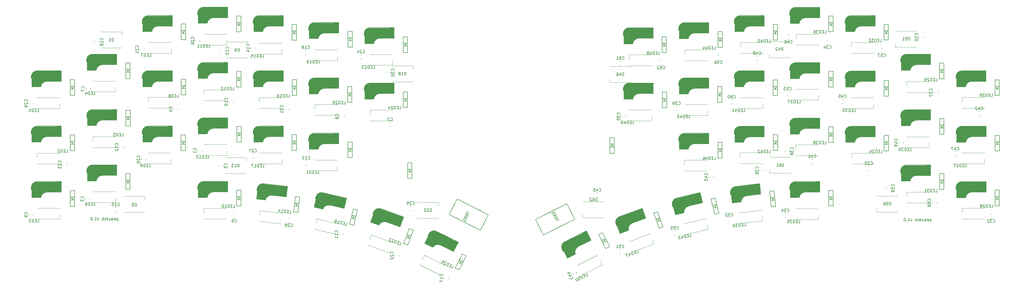
<source format=gbr>
%TF.GenerationSoftware,KiCad,Pcbnew,(5.1.9-0-10_14)*%
%TF.CreationDate,2021-04-15T00:16:32+01:00*%
%TF.ProjectId,peautkb,70656175-746b-4622-9e6b-696361645f70,rev?*%
%TF.SameCoordinates,Original*%
%TF.FileFunction,Legend,Bot*%
%TF.FilePolarity,Positive*%
%FSLAX46Y46*%
G04 Gerber Fmt 4.6, Leading zero omitted, Abs format (unit mm)*
G04 Created by KiCad (PCBNEW (5.1.9-0-10_14)) date 2021-04-15 00:16:32*
%MOMM*%
%LPD*%
G01*
G04 APERTURE LIST*
%ADD10C,0.150000*%
%ADD11C,0.400000*%
%ADD12C,0.500000*%
%ADD13C,3.500000*%
%ADD14C,1.000000*%
%ADD15C,3.000000*%
%ADD16C,0.800000*%
%ADD17C,0.300000*%
%ADD18C,0.120000*%
G04 APERTURE END LIST*
D10*
X51242857Y-93985714D02*
X51242857Y-94985714D01*
X51242857Y-94033333D02*
X51147619Y-93985714D01*
X50957142Y-93985714D01*
X50861904Y-94033333D01*
X50814285Y-94080952D01*
X50766666Y-94176190D01*
X50766666Y-94461904D01*
X50814285Y-94557142D01*
X50861904Y-94604761D01*
X50957142Y-94652380D01*
X51147619Y-94652380D01*
X51242857Y-94604761D01*
X49957142Y-94604761D02*
X50052380Y-94652380D01*
X50242857Y-94652380D01*
X50338095Y-94604761D01*
X50385714Y-94509523D01*
X50385714Y-94128571D01*
X50338095Y-94033333D01*
X50242857Y-93985714D01*
X50052380Y-93985714D01*
X49957142Y-94033333D01*
X49909523Y-94128571D01*
X49909523Y-94223809D01*
X50385714Y-94319047D01*
X49052380Y-94652380D02*
X49052380Y-94128571D01*
X49100000Y-94033333D01*
X49195238Y-93985714D01*
X49385714Y-93985714D01*
X49480952Y-94033333D01*
X49052380Y-94604761D02*
X49147619Y-94652380D01*
X49385714Y-94652380D01*
X49480952Y-94604761D01*
X49528571Y-94509523D01*
X49528571Y-94414285D01*
X49480952Y-94319047D01*
X49385714Y-94271428D01*
X49147619Y-94271428D01*
X49052380Y-94223809D01*
X48147619Y-93985714D02*
X48147619Y-94652380D01*
X48576190Y-93985714D02*
X48576190Y-94509523D01*
X48528571Y-94604761D01*
X48433333Y-94652380D01*
X48290476Y-94652380D01*
X48195238Y-94604761D01*
X48147619Y-94557142D01*
X47814285Y-93985714D02*
X47433333Y-93985714D01*
X47671428Y-93652380D02*
X47671428Y-94509523D01*
X47623809Y-94604761D01*
X47528571Y-94652380D01*
X47433333Y-94652380D01*
X47100000Y-94652380D02*
X47100000Y-93652380D01*
X47004761Y-94271428D02*
X46719047Y-94652380D01*
X46719047Y-93985714D02*
X47100000Y-94366666D01*
X46290476Y-94652380D02*
X46290476Y-93652380D01*
X46290476Y-94033333D02*
X46195238Y-93985714D01*
X46004761Y-93985714D01*
X45909523Y-94033333D01*
X45861904Y-94080952D01*
X45814285Y-94176190D01*
X45814285Y-94461904D01*
X45861904Y-94557142D01*
X45909523Y-94604761D01*
X46004761Y-94652380D01*
X46195238Y-94652380D01*
X46290476Y-94604761D01*
X44719047Y-93985714D02*
X44480952Y-94652380D01*
X44242857Y-93985714D01*
X43338095Y-94652380D02*
X43909523Y-94652380D01*
X43623809Y-94652380D02*
X43623809Y-93652380D01*
X43719047Y-93795238D01*
X43814285Y-93890476D01*
X43909523Y-93938095D01*
X42909523Y-94557142D02*
X42861904Y-94604761D01*
X42909523Y-94652380D01*
X42957142Y-94604761D01*
X42909523Y-94557142D01*
X42909523Y-94652380D01*
X42242857Y-93652380D02*
X42147619Y-93652380D01*
X42052380Y-93700000D01*
X42004761Y-93747619D01*
X41957142Y-93842857D01*
X41909523Y-94033333D01*
X41909523Y-94271428D01*
X41957142Y-94461904D01*
X42004761Y-94557142D01*
X42052380Y-94604761D01*
X42147619Y-94652380D01*
X42242857Y-94652380D01*
X42338095Y-94604761D01*
X42385714Y-94557142D01*
X42433333Y-94461904D01*
X42480952Y-94271428D01*
X42480952Y-94033333D01*
X42433333Y-93842857D01*
X42385714Y-93747619D01*
X42338095Y-93700000D01*
X42242857Y-93652380D01*
X329742857Y-94285714D02*
X329742857Y-95285714D01*
X329742857Y-94333333D02*
X329647619Y-94285714D01*
X329457142Y-94285714D01*
X329361904Y-94333333D01*
X329314285Y-94380952D01*
X329266666Y-94476190D01*
X329266666Y-94761904D01*
X329314285Y-94857142D01*
X329361904Y-94904761D01*
X329457142Y-94952380D01*
X329647619Y-94952380D01*
X329742857Y-94904761D01*
X328457142Y-94904761D02*
X328552380Y-94952380D01*
X328742857Y-94952380D01*
X328838095Y-94904761D01*
X328885714Y-94809523D01*
X328885714Y-94428571D01*
X328838095Y-94333333D01*
X328742857Y-94285714D01*
X328552380Y-94285714D01*
X328457142Y-94333333D01*
X328409523Y-94428571D01*
X328409523Y-94523809D01*
X328885714Y-94619047D01*
X327552380Y-94952380D02*
X327552380Y-94428571D01*
X327600000Y-94333333D01*
X327695238Y-94285714D01*
X327885714Y-94285714D01*
X327980952Y-94333333D01*
X327552380Y-94904761D02*
X327647619Y-94952380D01*
X327885714Y-94952380D01*
X327980952Y-94904761D01*
X328028571Y-94809523D01*
X328028571Y-94714285D01*
X327980952Y-94619047D01*
X327885714Y-94571428D01*
X327647619Y-94571428D01*
X327552380Y-94523809D01*
X326647619Y-94285714D02*
X326647619Y-94952380D01*
X327076190Y-94285714D02*
X327076190Y-94809523D01*
X327028571Y-94904761D01*
X326933333Y-94952380D01*
X326790476Y-94952380D01*
X326695238Y-94904761D01*
X326647619Y-94857142D01*
X326314285Y-94285714D02*
X325933333Y-94285714D01*
X326171428Y-93952380D02*
X326171428Y-94809523D01*
X326123809Y-94904761D01*
X326028571Y-94952380D01*
X325933333Y-94952380D01*
X325600000Y-94952380D02*
X325600000Y-93952380D01*
X325504761Y-94571428D02*
X325219047Y-94952380D01*
X325219047Y-94285714D02*
X325600000Y-94666666D01*
X324790476Y-94952380D02*
X324790476Y-93952380D01*
X324790476Y-94333333D02*
X324695238Y-94285714D01*
X324504761Y-94285714D01*
X324409523Y-94333333D01*
X324361904Y-94380952D01*
X324314285Y-94476190D01*
X324314285Y-94761904D01*
X324361904Y-94857142D01*
X324409523Y-94904761D01*
X324504761Y-94952380D01*
X324695238Y-94952380D01*
X324790476Y-94904761D01*
X323219047Y-94285714D02*
X322980952Y-94952380D01*
X322742857Y-94285714D01*
X321838095Y-94952380D02*
X322409523Y-94952380D01*
X322123809Y-94952380D02*
X322123809Y-93952380D01*
X322219047Y-94095238D01*
X322314285Y-94190476D01*
X322409523Y-94238095D01*
X321409523Y-94857142D02*
X321361904Y-94904761D01*
X321409523Y-94952380D01*
X321457142Y-94904761D01*
X321409523Y-94857142D01*
X321409523Y-94952380D01*
X320742857Y-93952380D02*
X320647619Y-93952380D01*
X320552380Y-94000000D01*
X320504761Y-94047619D01*
X320457142Y-94142857D01*
X320409523Y-94333333D01*
X320409523Y-94571428D01*
X320457142Y-94761904D01*
X320504761Y-94857142D01*
X320552380Y-94904761D01*
X320647619Y-94952380D01*
X320742857Y-94952380D01*
X320838095Y-94904761D01*
X320885714Y-94857142D01*
X320933333Y-94761904D01*
X320980952Y-94571428D01*
X320980952Y-94333333D01*
X320933333Y-94142857D01*
X320885714Y-94047619D01*
X320838095Y-94000000D01*
X320742857Y-93952380D01*
D11*
%TO.C,SW26*%
X145681760Y-47777180D02*
X144431760Y-47777180D01*
D12*
X135981760Y-52877180D02*
X138431760Y-52877180D01*
D10*
X145831760Y-47577180D02*
X137631759Y-47577180D01*
X141031760Y-51177180D02*
X145831760Y-51177180D01*
X135781760Y-53077180D02*
X138811760Y-53077180D01*
X135531760Y-49477180D02*
X135531760Y-50227180D01*
X135781760Y-48627180D02*
X135781760Y-53077180D01*
X135531760Y-50227180D02*
X135731760Y-50227180D01*
X145811760Y-50177180D02*
X145811760Y-47927180D01*
X145831760Y-51177180D02*
X145831760Y-47577180D01*
D13*
X144031760Y-49377180D02*
X137331760Y-49377180D01*
D14*
X145331760Y-48177180D02*
X145331760Y-50677180D01*
D12*
X145631760Y-50927180D02*
X144331760Y-50877180D01*
D15*
X137261760Y-49077180D02*
X137261760Y-51317180D01*
D16*
X136131760Y-52577180D02*
X136131760Y-50777181D01*
D17*
X135631760Y-50127180D02*
X135631760Y-49477180D01*
D10*
X138815442Y-53055709D02*
G75*
G02*
X141031760Y-51177180I2151318J-291471D01*
G01*
X135531760Y-49477181D02*
G75*
G02*
X137631759Y-47577180I2000000J-99999D01*
G01*
D14*
X138415442Y-52655709D02*
G75*
G02*
X140631760Y-50777180I2151318J-291471D01*
G01*
D18*
%TO.C,D62*%
X210414580Y-93848620D02*
X210414580Y-92698620D01*
X217714580Y-93848620D02*
X210414580Y-93848620D01*
X217714580Y-88348620D02*
X210414580Y-88348620D01*
%TO.C,D1*%
X45274960Y-35464180D02*
X52574960Y-35464180D01*
X45274960Y-29964180D02*
X52574960Y-29964180D01*
X52574960Y-29964180D02*
X52574960Y-31114180D01*
%TO.C,D5*%
X60499760Y-86453780D02*
X60499760Y-87603780D01*
X53199760Y-86453780D02*
X60499760Y-86453780D01*
X53199760Y-91953780D02*
X60499760Y-91953780D01*
D10*
%TO.C,D6*%
X34916160Y-51797180D02*
X34916160Y-46397180D01*
X36416160Y-46397180D02*
X36416160Y-51797180D01*
X36416160Y-51797180D02*
X34916160Y-51797180D01*
X36416160Y-46397180D02*
X34916160Y-46397180D01*
X36166160Y-48597180D02*
X35166160Y-48597180D01*
X35166160Y-48597180D02*
X35666160Y-49497180D01*
X35666160Y-49497180D02*
X36166160Y-48597180D01*
X36166160Y-49597180D02*
X35166160Y-49597180D01*
%TO.C,D7*%
X34916160Y-70745580D02*
X34916160Y-65345580D01*
X36416160Y-65345580D02*
X36416160Y-70745580D01*
X36416160Y-70745580D02*
X34916160Y-70745580D01*
X36416160Y-65345580D02*
X34916160Y-65345580D01*
X36166160Y-67545580D02*
X35166160Y-67545580D01*
X35166160Y-67545580D02*
X35666160Y-68445580D01*
X35666160Y-68445580D02*
X36166160Y-67545580D01*
X36166160Y-68545580D02*
X35166160Y-68545580D01*
%TO.C,D8*%
X34916160Y-89897180D02*
X34916160Y-84497180D01*
X36416160Y-84497180D02*
X36416160Y-89897180D01*
X36416160Y-89897180D02*
X34916160Y-89897180D01*
X36416160Y-84497180D02*
X34916160Y-84497180D01*
X36166160Y-86697180D02*
X35166160Y-86697180D01*
X35166160Y-86697180D02*
X35666160Y-87597180D01*
X35666160Y-87597180D02*
X36166160Y-86697180D01*
X36166160Y-87697180D02*
X35166160Y-87697180D01*
D18*
%TO.C,D9*%
X88350000Y-38969380D02*
X95650000Y-38969380D01*
X88350000Y-33469380D02*
X95650000Y-33469380D01*
X95650000Y-33469380D02*
X95650000Y-34619380D01*
D10*
%TO.C,D10*%
X55165360Y-43856780D02*
X54165360Y-43856780D01*
X54665360Y-43756780D02*
X55165360Y-42856780D01*
X54165360Y-42856780D02*
X54665360Y-43756780D01*
X55165360Y-42856780D02*
X54165360Y-42856780D01*
X55415360Y-40656780D02*
X53915360Y-40656780D01*
X55415360Y-46056780D02*
X53915360Y-46056780D01*
X55415360Y-40656780D02*
X55415360Y-46056780D01*
X53915360Y-46056780D02*
X53915360Y-40656780D01*
%TO.C,D11*%
X55230000Y-60140000D02*
X54230000Y-60140000D01*
X54730000Y-60040000D02*
X55230000Y-59140000D01*
X54230000Y-59140000D02*
X54730000Y-60040000D01*
X55230000Y-59140000D02*
X54230000Y-59140000D01*
X55480000Y-56940000D02*
X53980000Y-56940000D01*
X55480000Y-62340000D02*
X53980000Y-62340000D01*
X55480000Y-56940000D02*
X55480000Y-62340000D01*
X53980000Y-62340000D02*
X53980000Y-56940000D01*
%TO.C,D12*%
X55165360Y-81855180D02*
X54165360Y-81855180D01*
X54665360Y-81755180D02*
X55165360Y-80855180D01*
X54165360Y-80855180D02*
X54665360Y-81755180D01*
X55165360Y-80855180D02*
X54165360Y-80855180D01*
X55415360Y-78655180D02*
X53915360Y-78655180D01*
X55415360Y-84055180D02*
X53915360Y-84055180D01*
X55415360Y-78655180D02*
X55415360Y-84055180D01*
X53915360Y-84055180D02*
X53915360Y-78655180D01*
D18*
%TO.C,D13*%
X95150000Y-73194980D02*
X95150000Y-74344980D01*
X87850000Y-73194980D02*
X95150000Y-73194980D01*
X87850000Y-78694980D02*
X95150000Y-78694980D01*
D10*
%TO.C,D14*%
X72914560Y-32696380D02*
X72914560Y-27296380D01*
X74414560Y-27296380D02*
X74414560Y-32696380D01*
X74414560Y-32696380D02*
X72914560Y-32696380D01*
X74414560Y-27296380D02*
X72914560Y-27296380D01*
X74164560Y-29496380D02*
X73164560Y-29496380D01*
X73164560Y-29496380D02*
X73664560Y-30396380D01*
X73664560Y-30396380D02*
X74164560Y-29496380D01*
X74164560Y-30496380D02*
X73164560Y-30496380D01*
%TO.C,D15*%
X72914560Y-51644780D02*
X72914560Y-46244780D01*
X74414560Y-46244780D02*
X74414560Y-51644780D01*
X74414560Y-51644780D02*
X72914560Y-51644780D01*
X74414560Y-46244780D02*
X72914560Y-46244780D01*
X74164560Y-48444780D02*
X73164560Y-48444780D01*
X73164560Y-48444780D02*
X73664560Y-49344780D01*
X73664560Y-49344780D02*
X74164560Y-48444780D01*
X74164560Y-49444780D02*
X73164560Y-49444780D01*
%TO.C,D16*%
X93163760Y-87544780D02*
X92163760Y-87544780D01*
X92663760Y-87444780D02*
X93163760Y-86544780D01*
X92163760Y-86544780D02*
X92663760Y-87444780D01*
X93163760Y-86544780D02*
X92163760Y-86544780D01*
X93413760Y-84344780D02*
X91913760Y-84344780D01*
X93413760Y-89744780D02*
X91913760Y-89744780D01*
X93413760Y-84344780D02*
X93413760Y-89744780D01*
X91913760Y-89744780D02*
X91913760Y-84344780D01*
%TO.C,D17*%
X72863760Y-70745580D02*
X72863760Y-65345580D01*
X74363760Y-65345580D02*
X74363760Y-70745580D01*
X74363760Y-70745580D02*
X72863760Y-70745580D01*
X74363760Y-65345580D02*
X72863760Y-65345580D01*
X74113760Y-67545580D02*
X73113760Y-67545580D01*
X73113760Y-67545580D02*
X73613760Y-68445580D01*
X73613760Y-68445580D02*
X74113760Y-67545580D01*
X74113760Y-68545580D02*
X73113760Y-68545580D01*
D18*
%TO.C,D18*%
X145020760Y-47122780D02*
X152320760Y-47122780D01*
X145020760Y-41622780D02*
X152320760Y-41622780D01*
X152320760Y-41622780D02*
X152320760Y-42772780D01*
D10*
%TO.C,D19*%
X93163760Y-27753180D02*
X92163760Y-27753180D01*
X92663760Y-27653180D02*
X93163760Y-26753180D01*
X92163760Y-26753180D02*
X92663760Y-27653180D01*
X93163760Y-26753180D02*
X92163760Y-26753180D01*
X93413760Y-24553180D02*
X91913760Y-24553180D01*
X93413760Y-29953180D02*
X91913760Y-29953180D01*
X93413760Y-24553180D02*
X93413760Y-29953180D01*
X91913760Y-29953180D02*
X91913760Y-24553180D01*
%TO.C,D20*%
X93112960Y-46752380D02*
X92112960Y-46752380D01*
X92612960Y-46652380D02*
X93112960Y-45752380D01*
X92112960Y-45752380D02*
X92612960Y-46652380D01*
X93112960Y-45752380D02*
X92112960Y-45752380D01*
X93362960Y-43552380D02*
X91862960Y-43552380D01*
X93362960Y-48952380D02*
X91862960Y-48952380D01*
X93362960Y-43552380D02*
X93362960Y-48952380D01*
X91862960Y-48952380D02*
X91862960Y-43552380D01*
%TO.C,D21*%
X111365071Y-91874038D02*
X111995093Y-86510916D01*
X113484849Y-86685922D02*
X112854827Y-92049044D01*
X112854827Y-92049044D02*
X111365071Y-91874038D01*
X113484849Y-86685922D02*
X111995093Y-86510916D01*
X112979881Y-88841730D02*
X111986710Y-88725059D01*
X111986710Y-88725059D02*
X112378292Y-89677248D01*
X112378292Y-89677248D02*
X112979881Y-88841730D01*
X112863210Y-89834901D02*
X111870039Y-89718230D01*
D18*
%TO.C,D22*%
X161007560Y-88485780D02*
X161007560Y-89635780D01*
X153707560Y-88485780D02*
X161007560Y-88485780D01*
X153707560Y-93985780D02*
X161007560Y-93985780D01*
D10*
%TO.C,D23*%
X93214560Y-65649980D02*
X92214560Y-65649980D01*
X92714560Y-65549980D02*
X93214560Y-64649980D01*
X92214560Y-64649980D02*
X92714560Y-65549980D01*
X93214560Y-64649980D02*
X92214560Y-64649980D01*
X93464560Y-62449980D02*
X91964560Y-62449980D01*
X93464560Y-67849980D02*
X91964560Y-67849980D01*
X93464560Y-62449980D02*
X93464560Y-67849980D01*
X91964560Y-67849980D02*
X91964560Y-62449980D01*
%TO.C,D24*%
X112112160Y-30648780D02*
X111112160Y-30648780D01*
X111612160Y-30548780D02*
X112112160Y-29648780D01*
X111112160Y-29648780D02*
X111612160Y-30548780D01*
X112112160Y-29648780D02*
X111112160Y-29648780D01*
X112362160Y-27448780D02*
X110862160Y-27448780D01*
X112362160Y-32848780D02*
X110862160Y-32848780D01*
X112362160Y-27448780D02*
X112362160Y-32848780D01*
X110862160Y-32848780D02*
X110862160Y-27448780D01*
%TO.C,D25*%
X110912960Y-51797180D02*
X110912960Y-46397180D01*
X112412960Y-46397180D02*
X112412960Y-51797180D01*
X112412960Y-51797180D02*
X110912960Y-51797180D01*
X112412960Y-46397180D02*
X110912960Y-46397180D01*
X112162960Y-48597180D02*
X111162960Y-48597180D01*
X111162960Y-48597180D02*
X111662960Y-49497180D01*
X111662960Y-49497180D02*
X112162960Y-48597180D01*
X112162960Y-49597180D02*
X111162960Y-49597180D01*
%TO.C,D26*%
X132277274Y-94200242D02*
X131304498Y-93968494D01*
X131814061Y-93987090D02*
X132509022Y-93227466D01*
X131536246Y-92995718D02*
X131814061Y-93987090D01*
X132509022Y-93227466D02*
X131536246Y-92995718D01*
X133262061Y-91145296D02*
X131802897Y-90797674D01*
X132010623Y-96398286D02*
X130551459Y-96050664D01*
X133262061Y-91145296D02*
X132010623Y-96398286D01*
X130551459Y-96050664D02*
X131802897Y-90797674D01*
%TO.C,D27*%
X110862160Y-70694780D02*
X110862160Y-65294780D01*
X112362160Y-65294780D02*
X112362160Y-70694780D01*
X112362160Y-70694780D02*
X110862160Y-70694780D01*
X112362160Y-65294780D02*
X110862160Y-65294780D01*
X112112160Y-67494780D02*
X111112160Y-67494780D01*
X111112160Y-67494780D02*
X111612160Y-68394780D01*
X111612160Y-68394780D02*
X112112160Y-67494780D01*
X112112160Y-68494780D02*
X111112160Y-68494780D01*
%TO.C,D28*%
X129962960Y-35185580D02*
X129962960Y-29785580D01*
X131462960Y-29785580D02*
X131462960Y-35185580D01*
X131462960Y-35185580D02*
X129962960Y-35185580D01*
X131462960Y-29785580D02*
X129962960Y-29785580D01*
X131212960Y-31985580D02*
X130212960Y-31985580D01*
X130212960Y-31985580D02*
X130712960Y-32885580D01*
X130712960Y-32885580D02*
X131212960Y-31985580D01*
X131212960Y-32985580D02*
X130212960Y-32985580D01*
%TO.C,D29*%
X129861360Y-54184780D02*
X129861360Y-48784780D01*
X131361360Y-48784780D02*
X131361360Y-54184780D01*
X131361360Y-54184780D02*
X129861360Y-54184780D01*
X131361360Y-48784780D02*
X129861360Y-48784780D01*
X131111360Y-50984780D02*
X130111360Y-50984780D01*
X130111360Y-50984780D02*
X130611360Y-51884780D01*
X130611360Y-51884780D02*
X131111360Y-50984780D01*
X131111360Y-51984780D02*
X130111360Y-51984780D01*
%TO.C,D30*%
X149125336Y-102584235D02*
X150972245Y-97509895D01*
X152381784Y-98022925D02*
X150534875Y-103097265D01*
X150534875Y-103097265D02*
X149125336Y-102584235D01*
X152381784Y-98022925D02*
X150972245Y-97509895D01*
X151394416Y-100004744D02*
X150454724Y-99662724D01*
X150454724Y-99662724D02*
X150616752Y-100679457D01*
X150616752Y-100679457D02*
X151394416Y-100004744D01*
X151052396Y-100944436D02*
X150112704Y-100602416D01*
%TO.C,D31*%
X129962960Y-73183980D02*
X129962960Y-67783980D01*
X131462960Y-67783980D02*
X131462960Y-73183980D01*
X131462960Y-73183980D02*
X129962960Y-73183980D01*
X131462960Y-67783980D02*
X129962960Y-67783980D01*
X131212960Y-69983980D02*
X130212960Y-69983980D01*
X130212960Y-69983980D02*
X130712960Y-70883980D01*
X130712960Y-70883980D02*
X131212960Y-69983980D01*
X131212960Y-70983980D02*
X130212960Y-70983980D01*
%TO.C,D32*%
X150435360Y-80295980D02*
X150435360Y-74895980D01*
X151935360Y-74895980D02*
X151935360Y-80295980D01*
X151935360Y-80295980D02*
X150435360Y-80295980D01*
X151935360Y-74895980D02*
X150435360Y-74895980D01*
X151685360Y-77095980D02*
X150685360Y-77095980D01*
X150685360Y-77095980D02*
X151185360Y-77995980D01*
X151185360Y-77995980D02*
X151685360Y-77095980D01*
X151685360Y-78095980D02*
X150685360Y-78095980D01*
%TO.C,D33*%
X148911360Y-56010580D02*
X148911360Y-50610580D01*
X150411360Y-50610580D02*
X150411360Y-56010580D01*
X150411360Y-56010580D02*
X148911360Y-56010580D01*
X150411360Y-50610580D02*
X148911360Y-50610580D01*
X150161360Y-52810580D02*
X149161360Y-52810580D01*
X149161360Y-52810580D02*
X149661360Y-53710580D01*
X149661360Y-53710580D02*
X150161360Y-52810580D01*
X150161360Y-53810580D02*
X149161360Y-53810580D01*
%TO.C,D34*%
X150161360Y-34865180D02*
X149161360Y-34865180D01*
X149661360Y-34765180D02*
X150161360Y-33865180D01*
X149161360Y-33865180D02*
X149661360Y-34765180D01*
X150161360Y-33865180D02*
X149161360Y-33865180D01*
X150411360Y-31665180D02*
X148911360Y-31665180D01*
X150411360Y-37065180D02*
X148911360Y-37065180D01*
X150411360Y-31665180D02*
X150411360Y-37065180D01*
X148911360Y-37065180D02*
X148911360Y-31665180D01*
%TO.C,D35*%
X168857186Y-109661725D02*
X167963815Y-109212406D01*
X168455432Y-109347729D02*
X169306505Y-108768354D01*
X168413134Y-108319035D02*
X168455432Y-109347729D01*
X169306505Y-108768354D02*
X168413134Y-108319035D01*
X170518350Y-106915267D02*
X169178293Y-106241288D01*
X168092027Y-111739472D02*
X166751970Y-111065493D01*
X170518350Y-106915267D02*
X168092027Y-111739472D01*
X166751970Y-111065493D02*
X169178293Y-106241288D01*
%TO.C,D39*%
X351594720Y-51855600D02*
X351594720Y-46455600D01*
X353094720Y-46455600D02*
X353094720Y-51855600D01*
X353094720Y-51855600D02*
X351594720Y-51855600D01*
X353094720Y-46455600D02*
X351594720Y-46455600D01*
X352844720Y-48655600D02*
X351844720Y-48655600D01*
X351844720Y-48655600D02*
X352344720Y-49555600D01*
X352344720Y-49555600D02*
X352844720Y-48655600D01*
X352844720Y-49655600D02*
X351844720Y-49655600D01*
%TO.C,D40*%
X351620120Y-70905600D02*
X351620120Y-65505600D01*
X353120120Y-65505600D02*
X353120120Y-70905600D01*
X353120120Y-70905600D02*
X351620120Y-70905600D01*
X353120120Y-65505600D02*
X351620120Y-65505600D01*
X352870120Y-67705600D02*
X351870120Y-67705600D01*
X351870120Y-67705600D02*
X352370120Y-68605600D01*
X352370120Y-68605600D02*
X352870120Y-67705600D01*
X352870120Y-68705600D02*
X351870120Y-68705600D01*
%TO.C,D41*%
X351594720Y-89752400D02*
X351594720Y-84352400D01*
X353094720Y-84352400D02*
X353094720Y-89752400D01*
X353094720Y-89752400D02*
X351594720Y-89752400D01*
X353094720Y-84352400D02*
X351594720Y-84352400D01*
X352844720Y-86552400D02*
X351844720Y-86552400D01*
X351844720Y-86552400D02*
X352344720Y-87452400D01*
X352344720Y-87452400D02*
X352844720Y-86552400D01*
X352844720Y-87552400D02*
X351844720Y-87552400D01*
D18*
%TO.C,D42*%
X281511760Y-33347460D02*
X274211760Y-33347460D01*
X281511760Y-38847460D02*
X274211760Y-38847460D01*
X274211760Y-38847460D02*
X274211760Y-37697460D01*
D10*
%TO.C,D43*%
X333845520Y-43966000D02*
X332845520Y-43966000D01*
X333345520Y-43866000D02*
X333845520Y-42966000D01*
X332845520Y-42966000D02*
X333345520Y-43866000D01*
X333845520Y-42966000D02*
X332845520Y-42966000D01*
X334095520Y-40766000D02*
X332595520Y-40766000D01*
X334095520Y-46166000D02*
X332595520Y-46166000D01*
X334095520Y-40766000D02*
X334095520Y-46166000D01*
X332595520Y-46166000D02*
X332595520Y-40766000D01*
%TO.C,D44*%
X333896320Y-63016000D02*
X332896320Y-63016000D01*
X333396320Y-62916000D02*
X333896320Y-62016000D01*
X332896320Y-62016000D02*
X333396320Y-62916000D01*
X333896320Y-62016000D02*
X332896320Y-62016000D01*
X334146320Y-59816000D02*
X332646320Y-59816000D01*
X334146320Y-65216000D02*
X332646320Y-65216000D01*
X334146320Y-59816000D02*
X334146320Y-65216000D01*
X332646320Y-65216000D02*
X332646320Y-59816000D01*
%TO.C,D45*%
X333896320Y-81862800D02*
X332896320Y-81862800D01*
X333396320Y-81762800D02*
X333896320Y-80862800D01*
X332896320Y-80862800D02*
X333396320Y-81762800D01*
X333896320Y-80862800D02*
X332896320Y-80862800D01*
X334146320Y-78662800D02*
X332646320Y-78662800D01*
X334146320Y-84062800D02*
X332646320Y-84062800D01*
X334146320Y-78662800D02*
X334146320Y-84062800D01*
X332646320Y-84062800D02*
X332646320Y-78662800D01*
D18*
%TO.C,D46*%
X219609380Y-47310740D02*
X219609380Y-46160740D01*
X226909380Y-47310740D02*
X219609380Y-47310740D01*
X226909380Y-41810740D02*
X219609380Y-41810740D01*
D10*
%TO.C,D47*%
X313596320Y-32805600D02*
X313596320Y-27405600D01*
X315096320Y-27405600D02*
X315096320Y-32805600D01*
X315096320Y-32805600D02*
X313596320Y-32805600D01*
X315096320Y-27405600D02*
X313596320Y-27405600D01*
X314846320Y-29605600D02*
X313846320Y-29605600D01*
X313846320Y-29605600D02*
X314346320Y-30505600D01*
X314346320Y-30505600D02*
X314846320Y-29605600D01*
X314846320Y-30605600D02*
X313846320Y-30605600D01*
%TO.C,D48*%
X313647120Y-52058800D02*
X313647120Y-46658800D01*
X315147120Y-46658800D02*
X315147120Y-52058800D01*
X315147120Y-52058800D02*
X313647120Y-52058800D01*
X315147120Y-46658800D02*
X313647120Y-46658800D01*
X314897120Y-48858800D02*
X313897120Y-48858800D01*
X313897120Y-48858800D02*
X314397120Y-49758800D01*
X314397120Y-49758800D02*
X314897120Y-48858800D01*
X314897120Y-49858800D02*
X313897120Y-49858800D01*
%TO.C,D49*%
X295897920Y-87577800D02*
X294897920Y-87577800D01*
X295397920Y-87477800D02*
X295897920Y-86577800D01*
X294897920Y-86577800D02*
X295397920Y-87477800D01*
X295897920Y-86577800D02*
X294897920Y-86577800D01*
X296147920Y-84377800D02*
X294647920Y-84377800D01*
X296147920Y-89777800D02*
X294647920Y-89777800D01*
X296147920Y-84377800D02*
X296147920Y-89777800D01*
X294647920Y-89777800D02*
X294647920Y-84377800D01*
%TO.C,D50*%
X313647120Y-70905600D02*
X313647120Y-65505600D01*
X315147120Y-65505600D02*
X315147120Y-70905600D01*
X315147120Y-70905600D02*
X313647120Y-70905600D01*
X315147120Y-65505600D02*
X313647120Y-65505600D01*
X314897120Y-67705600D02*
X313897120Y-67705600D01*
X313897120Y-67705600D02*
X314397120Y-68605600D01*
X314397120Y-68605600D02*
X314897120Y-67705600D01*
X314897120Y-68705600D02*
X313897120Y-68705600D01*
D18*
%TO.C,D51*%
X324765420Y-29694940D02*
X317465420Y-29694940D01*
X324765420Y-35194940D02*
X317465420Y-35194940D01*
X317465420Y-35194940D02*
X317465420Y-34044940D01*
%TO.C,D56*%
X311008740Y-91831860D02*
X311008740Y-90681860D01*
X318308740Y-91831860D02*
X311008740Y-91831860D01*
X318308740Y-86331860D02*
X311008740Y-86331860D01*
%TO.C,D61*%
X281679400Y-73027340D02*
X274379400Y-73027340D01*
X281679400Y-78527340D02*
X274379400Y-78527340D01*
X274379400Y-78527340D02*
X274379400Y-77377340D01*
D10*
%TO.C,J2*%
X167364169Y-87391638D02*
X178084625Y-92783466D01*
X164668255Y-92751866D02*
X167364169Y-87391638D01*
X175388711Y-98143694D02*
X164668255Y-92751866D01*
X178084625Y-92783466D02*
X175388711Y-98143694D01*
%TO.C,J4*%
X196948185Y-99728714D02*
X194252271Y-94368486D01*
X194252271Y-94368486D02*
X204972728Y-88976658D01*
X204972728Y-88976658D02*
X207668642Y-94336886D01*
X207668642Y-94336886D02*
X196948185Y-99728714D01*
D18*
%TO.C,LED1*%
X31260360Y-56306580D02*
X23460360Y-56306580D01*
X23460360Y-52606580D02*
X31260360Y-52606580D01*
X31260360Y-54706580D02*
X31260360Y-56306580D01*
%TO.C,LED2*%
X23587360Y-73231180D02*
X23587360Y-71631180D01*
X31387360Y-75331180D02*
X23587360Y-75331180D01*
X23587360Y-71631180D02*
X31387360Y-71631180D01*
%TO.C,LED3*%
X31317960Y-94217580D02*
X23517960Y-94217580D01*
X23517960Y-90517580D02*
X31317960Y-90517580D01*
X31317960Y-92617580D02*
X31317960Y-94217580D01*
%TO.C,LED4*%
X50361160Y-48991580D02*
X50361160Y-50591580D01*
X42561160Y-46891580D02*
X50361160Y-46891580D01*
X50361160Y-50591580D02*
X42561160Y-50591580D01*
%TO.C,LED5*%
X42662760Y-65992380D02*
X50462760Y-65992380D01*
X50462760Y-69692380D02*
X42662760Y-69692380D01*
X42662760Y-67592380D02*
X42662760Y-65992380D01*
%TO.C,LED6*%
X50444160Y-86953380D02*
X50444160Y-88553380D01*
X42644160Y-84853380D02*
X50444160Y-84853380D01*
X50444160Y-88553380D02*
X42644160Y-88553380D01*
%TO.C,LED7*%
X69487360Y-35758180D02*
X69487360Y-37358180D01*
X61687360Y-33658180D02*
X69487360Y-33658180D01*
X69487360Y-37358180D02*
X61687360Y-37358180D01*
%TO.C,LED8*%
X61611160Y-52454180D02*
X69411160Y-52454180D01*
X69411160Y-56154180D02*
X61611160Y-56154180D01*
X61611160Y-54054180D02*
X61611160Y-52454180D01*
%TO.C,LED9*%
X69411160Y-73654980D02*
X69411160Y-75254980D01*
X61611160Y-71554980D02*
X69411160Y-71554980D01*
X69411160Y-75254980D02*
X61611160Y-75254980D01*
%TO.C,LED10*%
X80642560Y-90568380D02*
X88442560Y-90568380D01*
X88442560Y-94268380D02*
X80642560Y-94268380D01*
X80642560Y-92168380D02*
X80642560Y-90568380D01*
%TO.C,LED11*%
X88435760Y-34538780D02*
X80635760Y-34538780D01*
X80635760Y-30838780D02*
X88435760Y-30838780D01*
X88435760Y-32938780D02*
X88435760Y-34538780D01*
%TO.C,LED12*%
X80635760Y-51488780D02*
X80635760Y-49888780D01*
X88435760Y-53588780D02*
X80635760Y-53588780D01*
X80635760Y-49888780D02*
X88435760Y-49888780D01*
%TO.C,LED13*%
X88486560Y-70810180D02*
X88486560Y-72410180D01*
X80686560Y-68710180D02*
X88486560Y-68710180D01*
X88486560Y-72410180D02*
X80686560Y-72410180D01*
%TO.C,LED14*%
X99909346Y-91349773D02*
X107656077Y-92259805D01*
X107224396Y-95934537D02*
X99477665Y-95024505D01*
X99722673Y-92938846D02*
X99909346Y-91349773D01*
%TO.C,LED15*%
X107333360Y-37561380D02*
X99533360Y-37561380D01*
X99533360Y-33861380D02*
X107333360Y-33861380D01*
X107333360Y-35961380D02*
X107333360Y-37561380D01*
%TO.C,LED16*%
X99584160Y-54155780D02*
X99584160Y-52555780D01*
X107384160Y-56255780D02*
X99584160Y-56255780D01*
X99584160Y-52555780D02*
X107384160Y-52555780D01*
%TO.C,LED17*%
X107416360Y-75243780D02*
X99616360Y-75243780D01*
X99616360Y-71543780D02*
X107416360Y-71543780D01*
X107416360Y-73643780D02*
X107416360Y-75243780D01*
%TO.C,LED18*%
X118925271Y-95676769D02*
X119296068Y-94120328D01*
X126026252Y-99527232D02*
X118438600Y-97719599D01*
X119296068Y-94120328D02*
X126883720Y-95927961D01*
%TO.C,LED19*%
X126408760Y-39872780D02*
X118608760Y-39872780D01*
X118608760Y-36172780D02*
X126408760Y-36172780D01*
X126408760Y-38272780D02*
X126408760Y-39872780D01*
%TO.C,LED20*%
X118634160Y-56517980D02*
X118634160Y-54917980D01*
X126434160Y-58617980D02*
X118634160Y-58617980D01*
X118634160Y-54917980D02*
X126434160Y-54917980D01*
%TO.C,LED21*%
X126307160Y-77667980D02*
X118507160Y-77667980D01*
X118507160Y-73967980D02*
X126307160Y-73967980D01*
X126307160Y-76067980D02*
X126307160Y-77667980D01*
%TO.C,LED22*%
X137420664Y-101181198D02*
X137967896Y-99677690D01*
X144032024Y-105822310D02*
X136702422Y-103154553D01*
X137967896Y-99677690D02*
X145297498Y-102345447D01*
%TO.C,LED23*%
X145331760Y-41447580D02*
X137531760Y-41447580D01*
X137531760Y-37747580D02*
X145331760Y-37747580D01*
X145331760Y-39847580D02*
X145331760Y-41447580D01*
%TO.C,LED24*%
X137633360Y-58422980D02*
X137633360Y-56822980D01*
X145433360Y-60522980D02*
X137633360Y-60522980D01*
X137633360Y-56822980D02*
X145433360Y-56822980D01*
%TO.C,LED25*%
X156254052Y-106677499D02*
X163222349Y-110182187D01*
X161559868Y-113487661D02*
X154591571Y-109982973D01*
X155535141Y-108106893D02*
X156254052Y-106677499D01*
%TO.C,LED26*%
X340380220Y-52502440D02*
X348180220Y-52502440D01*
X348180220Y-56202440D02*
X340380220Y-56202440D01*
X340380220Y-54102440D02*
X340380220Y-52502440D01*
%TO.C,LED27*%
X348012580Y-73677840D02*
X348012580Y-75277840D01*
X340212580Y-71577840D02*
X348012580Y-71577840D01*
X348012580Y-75277840D02*
X340212580Y-75277840D01*
%TO.C,LED28*%
X340310820Y-92127740D02*
X340310820Y-90527740D01*
X348110820Y-94227740D02*
X340310820Y-94227740D01*
X340310820Y-90527740D02*
X348110820Y-90527740D01*
%TO.C,LED29*%
X321347180Y-48719140D02*
X321347180Y-47119140D01*
X329147180Y-50819140D02*
X321347180Y-50819140D01*
X321347180Y-47119140D02*
X329147180Y-47119140D01*
%TO.C,LED30*%
X329147180Y-69752300D02*
X321347180Y-69752300D01*
X321347180Y-66052300D02*
X329147180Y-66052300D01*
X329147180Y-68152300D02*
X329147180Y-69752300D01*
%TO.C,LED31*%
X321309080Y-86623560D02*
X321309080Y-85023560D01*
X329109080Y-88723560D02*
X321309080Y-88723560D01*
X321309080Y-85023560D02*
X329109080Y-85023560D01*
%TO.C,LED32*%
X302333560Y-33622620D02*
X310133560Y-33622620D01*
X310133560Y-37322620D02*
X302333560Y-37322620D01*
X302333560Y-35222620D02*
X302333560Y-33622620D01*
%TO.C,LED33*%
X310026880Y-54724360D02*
X310026880Y-56324360D01*
X302226880Y-52624360D02*
X310026880Y-52624360D01*
X310026880Y-56324360D02*
X302226880Y-56324360D01*
%TO.C,LED34*%
X302575680Y-73244920D02*
X302575680Y-71644920D01*
X310375680Y-75344920D02*
X302575680Y-75344920D01*
X302575680Y-71644920D02*
X310375680Y-71644920D01*
%TO.C,LED35*%
X291093720Y-94378640D02*
X283293720Y-94378640D01*
X283293720Y-90678640D02*
X291093720Y-90678640D01*
X291093720Y-92778640D02*
X291093720Y-94378640D01*
%TO.C,LED36*%
X283446120Y-32395600D02*
X283446120Y-30795600D01*
X291246120Y-34495600D02*
X283446120Y-34495600D01*
X283446120Y-30795600D02*
X291246120Y-30795600D01*
%TO.C,LED37*%
X291172460Y-53383040D02*
X283372460Y-53383040D01*
X283372460Y-49683040D02*
X291172460Y-49683040D01*
X291172460Y-51783040D02*
X291172460Y-53383040D01*
%TO.C,LED38*%
X283293720Y-70378760D02*
X283293720Y-68778760D01*
X291093720Y-72478760D02*
X283293720Y-72478760D01*
X283293720Y-68778760D02*
X291093720Y-68778760D01*
%TO.C,LED39*%
X272067826Y-94871110D02*
X264321095Y-95781142D01*
X263889414Y-92106410D02*
X271636145Y-91196378D01*
X271881153Y-93282037D02*
X272067826Y-94871110D01*
%TO.C,LED40*%
X264479120Y-35203800D02*
X264479120Y-33603800D01*
X272279120Y-37303800D02*
X264479120Y-37303800D01*
X264479120Y-33603800D02*
X272279120Y-33603800D01*
%TO.C,LED41*%
X272069120Y-56314200D02*
X264269120Y-56314200D01*
X264269120Y-52614200D02*
X272069120Y-52614200D01*
X272069120Y-54714200D02*
X272069120Y-56314200D01*
%TO.C,LED42*%
X264243720Y-73086400D02*
X264243720Y-71486400D01*
X272043720Y-75186400D02*
X264243720Y-75186400D01*
X264243720Y-71486400D02*
X272043720Y-71486400D01*
%TO.C,LED43*%
X252940403Y-96206337D02*
X253311200Y-97762779D01*
X244866080Y-95971141D02*
X252453732Y-94163508D01*
X253311200Y-97762779D02*
X245723548Y-99570412D01*
%TO.C,LED44*%
X245371520Y-36180400D02*
X253171520Y-36180400D01*
X253171520Y-39880400D02*
X245371520Y-39880400D01*
X245371520Y-37780400D02*
X245371520Y-36180400D01*
%TO.C,LED45*%
X253152920Y-57062200D02*
X253152920Y-58662200D01*
X245352920Y-54962200D02*
X253152920Y-54962200D01*
X253152920Y-58662200D02*
X245352920Y-58662200D01*
%TO.C,LED46*%
X245225920Y-75640600D02*
X245225920Y-74040600D01*
X253025920Y-77740600D02*
X245225920Y-77740600D01*
X245225920Y-74040600D02*
X253025920Y-74040600D01*
%TO.C,LED47*%
X234228366Y-101322985D02*
X234775598Y-102826493D01*
X226180522Y-102017387D02*
X233510124Y-99349630D01*
X234775598Y-102826493D02*
X227445996Y-105494250D01*
%TO.C,LED48*%
X226346920Y-37882200D02*
X234146920Y-37882200D01*
X234146920Y-41582200D02*
X226346920Y-41582200D01*
X226346920Y-39482200D02*
X226346920Y-37882200D01*
%TO.C,LED49*%
X234045320Y-60556000D02*
X226245320Y-60556000D01*
X226245320Y-56856000D02*
X234045320Y-56856000D01*
X234045320Y-58956000D02*
X234045320Y-60556000D01*
%TO.C,LED50*%
X217137909Y-109949953D02*
X210169612Y-113454641D01*
X208507131Y-110149167D02*
X215475428Y-106644479D01*
X216418998Y-108520559D02*
X217137909Y-109949953D01*
D11*
%TO.C,SW4*%
X31686560Y-43560780D02*
X30436560Y-43560780D01*
D12*
X21986560Y-48660780D02*
X24436560Y-48660780D01*
D10*
X31836560Y-43360780D02*
X23636559Y-43360780D01*
X27036560Y-46960780D02*
X31836560Y-46960780D01*
X21786560Y-48860780D02*
X24816560Y-48860780D01*
X21536560Y-45260780D02*
X21536560Y-46010780D01*
X21786560Y-44410780D02*
X21786560Y-48860780D01*
X21536560Y-46010780D02*
X21736560Y-46010780D01*
X31816560Y-45960780D02*
X31816560Y-43710780D01*
X31836560Y-46960780D02*
X31836560Y-43360780D01*
D13*
X30036560Y-45160780D02*
X23336560Y-45160780D01*
D14*
X31336560Y-43960780D02*
X31336560Y-46460780D01*
D12*
X31636560Y-46710780D02*
X30336560Y-46660780D01*
D15*
X23266560Y-44860780D02*
X23266560Y-47100780D01*
D16*
X22136560Y-48360780D02*
X22136560Y-46560781D01*
D17*
X21636560Y-45910780D02*
X21636560Y-45260780D01*
D10*
X24820242Y-48839309D02*
G75*
G02*
X27036560Y-46960780I2151318J-291471D01*
G01*
X21536560Y-45260781D02*
G75*
G02*
X23636559Y-43360780I2000000J-99999D01*
G01*
D14*
X24420242Y-48439309D02*
G75*
G02*
X26636560Y-46560780I2151318J-291471D01*
G01*
D11*
%TO.C,SW5*%
X31686560Y-62559980D02*
X30436560Y-62559980D01*
D12*
X21986560Y-67659980D02*
X24436560Y-67659980D01*
D10*
X31836560Y-62359980D02*
X23636559Y-62359980D01*
X27036560Y-65959980D02*
X31836560Y-65959980D01*
X21786560Y-67859980D02*
X24816560Y-67859980D01*
X21536560Y-64259980D02*
X21536560Y-65009980D01*
X21786560Y-63409980D02*
X21786560Y-67859980D01*
X21536560Y-65009980D02*
X21736560Y-65009980D01*
X31816560Y-64959980D02*
X31816560Y-62709980D01*
X31836560Y-65959980D02*
X31836560Y-62359980D01*
D13*
X30036560Y-64159980D02*
X23336560Y-64159980D01*
D14*
X31336560Y-62959980D02*
X31336560Y-65459980D01*
D12*
X31636560Y-65709980D02*
X30336560Y-65659980D01*
D15*
X23266560Y-63859980D02*
X23266560Y-66099980D01*
D16*
X22136560Y-67359980D02*
X22136560Y-65559981D01*
D17*
X21636560Y-64909980D02*
X21636560Y-64259980D01*
D10*
X24820242Y-67838509D02*
G75*
G02*
X27036560Y-65959980I2151318J-291471D01*
G01*
X21536560Y-64259981D02*
G75*
G02*
X23636559Y-62359980I2000000J-99999D01*
G01*
D14*
X24420242Y-67438509D02*
G75*
G02*
X26636560Y-65559980I2151318J-291471D01*
G01*
D17*
%TO.C,SW6*%
X21636560Y-83959980D02*
X21636560Y-83309980D01*
D16*
X22136560Y-86409980D02*
X22136560Y-84609981D01*
D15*
X23266560Y-82909980D02*
X23266560Y-85149980D01*
D12*
X31636560Y-84759980D02*
X30336560Y-84709980D01*
D14*
X31336560Y-82009980D02*
X31336560Y-84509980D01*
D13*
X30036560Y-83209980D02*
X23336560Y-83209980D01*
D10*
X31836560Y-85009980D02*
X31836560Y-81409980D01*
X31816560Y-84009980D02*
X31816560Y-81759980D01*
X21536560Y-84059980D02*
X21736560Y-84059980D01*
X21786560Y-82459980D02*
X21786560Y-86909980D01*
X21536560Y-83309980D02*
X21536560Y-84059980D01*
X21786560Y-86909980D02*
X24816560Y-86909980D01*
X27036560Y-85009980D02*
X31836560Y-85009980D01*
X31836560Y-81409980D02*
X23636559Y-81409980D01*
D12*
X21986560Y-86709980D02*
X24436560Y-86709980D01*
D11*
X31686560Y-81609980D02*
X30436560Y-81609980D01*
D14*
X24420242Y-86488509D02*
G75*
G02*
X26636560Y-84609980I2151318J-291471D01*
G01*
D10*
X21536560Y-83309981D02*
G75*
G02*
X23636559Y-81409980I2000000J-99999D01*
G01*
X24820242Y-86888509D02*
G75*
G02*
X27036560Y-85009980I2151318J-291471D01*
G01*
D17*
%TO.C,SW7*%
X40584960Y-40221180D02*
X40584960Y-39571180D01*
D16*
X41084960Y-42671180D02*
X41084960Y-40871181D01*
D15*
X42214960Y-39171180D02*
X42214960Y-41411180D01*
D12*
X50584960Y-41021180D02*
X49284960Y-40971180D01*
D14*
X50284960Y-38271180D02*
X50284960Y-40771180D01*
D13*
X48984960Y-39471180D02*
X42284960Y-39471180D01*
D10*
X50784960Y-41271180D02*
X50784960Y-37671180D01*
X50764960Y-40271180D02*
X50764960Y-38021180D01*
X40484960Y-40321180D02*
X40684960Y-40321180D01*
X40734960Y-38721180D02*
X40734960Y-43171180D01*
X40484960Y-39571180D02*
X40484960Y-40321180D01*
X40734960Y-43171180D02*
X43764960Y-43171180D01*
X45984960Y-41271180D02*
X50784960Y-41271180D01*
X50784960Y-37671180D02*
X42584959Y-37671180D01*
D12*
X40934960Y-42971180D02*
X43384960Y-42971180D01*
D11*
X50634960Y-37871180D02*
X49384960Y-37871180D01*
D14*
X43368642Y-42749709D02*
G75*
G02*
X45584960Y-40871180I2151318J-291471D01*
G01*
D10*
X40484960Y-39571181D02*
G75*
G02*
X42584959Y-37671180I2000000J-99999D01*
G01*
X43768642Y-43149709D02*
G75*
G02*
X45984960Y-41271180I2151318J-291471D01*
G01*
D17*
%TO.C,SW8*%
X40635760Y-59220380D02*
X40635760Y-58570380D01*
D16*
X41135760Y-61670380D02*
X41135760Y-59870381D01*
D15*
X42265760Y-58170380D02*
X42265760Y-60410380D01*
D12*
X50635760Y-60020380D02*
X49335760Y-59970380D01*
D14*
X50335760Y-57270380D02*
X50335760Y-59770380D01*
D13*
X49035760Y-58470380D02*
X42335760Y-58470380D01*
D10*
X50835760Y-60270380D02*
X50835760Y-56670380D01*
X50815760Y-59270380D02*
X50815760Y-57020380D01*
X40535760Y-59320380D02*
X40735760Y-59320380D01*
X40785760Y-57720380D02*
X40785760Y-62170380D01*
X40535760Y-58570380D02*
X40535760Y-59320380D01*
X40785760Y-62170380D02*
X43815760Y-62170380D01*
X46035760Y-60270380D02*
X50835760Y-60270380D01*
X50835760Y-56670380D02*
X42635759Y-56670380D01*
D12*
X40985760Y-61970380D02*
X43435760Y-61970380D01*
D11*
X50685760Y-56870380D02*
X49435760Y-56870380D01*
D14*
X43419442Y-61748909D02*
G75*
G02*
X45635760Y-59870380I2151318J-291471D01*
G01*
D10*
X40535760Y-58570381D02*
G75*
G02*
X42635759Y-56670380I2000000J-99999D01*
G01*
X43819442Y-62148909D02*
G75*
G02*
X46035760Y-60270380I2151318J-291471D01*
G01*
D11*
%TO.C,SW9*%
X50685760Y-75869580D02*
X49435760Y-75869580D01*
D12*
X40985760Y-80969580D02*
X43435760Y-80969580D01*
D10*
X50835760Y-75669580D02*
X42635759Y-75669580D01*
X46035760Y-79269580D02*
X50835760Y-79269580D01*
X40785760Y-81169580D02*
X43815760Y-81169580D01*
X40535760Y-77569580D02*
X40535760Y-78319580D01*
X40785760Y-76719580D02*
X40785760Y-81169580D01*
X40535760Y-78319580D02*
X40735760Y-78319580D01*
X50815760Y-78269580D02*
X50815760Y-76019580D01*
X50835760Y-79269580D02*
X50835760Y-75669580D01*
D13*
X49035760Y-77469580D02*
X42335760Y-77469580D01*
D14*
X50335760Y-76269580D02*
X50335760Y-78769580D01*
D12*
X50635760Y-79019580D02*
X49335760Y-78969580D01*
D15*
X42265760Y-77169580D02*
X42265760Y-79409580D01*
D16*
X41135760Y-80669580D02*
X41135760Y-78869581D01*
D17*
X40635760Y-78219580D02*
X40635760Y-77569580D01*
D10*
X43819442Y-81148109D02*
G75*
G02*
X46035760Y-79269580I2151318J-291471D01*
G01*
X40535760Y-77569581D02*
G75*
G02*
X42635759Y-75669580I2000000J-99999D01*
G01*
D14*
X43419442Y-80748109D02*
G75*
G02*
X45635760Y-78869580I2151318J-291471D01*
G01*
D11*
%TO.C,SW10*%
X69684960Y-24612380D02*
X68434960Y-24612380D01*
D12*
X59984960Y-29712380D02*
X62434960Y-29712380D01*
D10*
X69834960Y-24412380D02*
X61634959Y-24412380D01*
X65034960Y-28012380D02*
X69834960Y-28012380D01*
X59784960Y-29912380D02*
X62814960Y-29912380D01*
X59534960Y-26312380D02*
X59534960Y-27062380D01*
X59784960Y-25462380D02*
X59784960Y-29912380D01*
X59534960Y-27062380D02*
X59734960Y-27062380D01*
X69814960Y-27012380D02*
X69814960Y-24762380D01*
X69834960Y-28012380D02*
X69834960Y-24412380D01*
D13*
X68034960Y-26212380D02*
X61334960Y-26212380D01*
D14*
X69334960Y-25012380D02*
X69334960Y-27512380D01*
D12*
X69634960Y-27762380D02*
X68334960Y-27712380D01*
D15*
X61264960Y-25912380D02*
X61264960Y-28152380D01*
D16*
X60134960Y-29412380D02*
X60134960Y-27612381D01*
D17*
X59634960Y-26962380D02*
X59634960Y-26312380D01*
D10*
X62818642Y-29890909D02*
G75*
G02*
X65034960Y-28012380I2151318J-291471D01*
G01*
X59534960Y-26312381D02*
G75*
G02*
X61634959Y-24412380I2000000J-99999D01*
G01*
D14*
X62418642Y-29490909D02*
G75*
G02*
X64634960Y-27612380I2151318J-291471D01*
G01*
D11*
%TO.C,SW11*%
X69684960Y-43560780D02*
X68434960Y-43560780D01*
D12*
X59984960Y-48660780D02*
X62434960Y-48660780D01*
D10*
X69834960Y-43360780D02*
X61634959Y-43360780D01*
X65034960Y-46960780D02*
X69834960Y-46960780D01*
X59784960Y-48860780D02*
X62814960Y-48860780D01*
X59534960Y-45260780D02*
X59534960Y-46010780D01*
X59784960Y-44410780D02*
X59784960Y-48860780D01*
X59534960Y-46010780D02*
X59734960Y-46010780D01*
X69814960Y-45960780D02*
X69814960Y-43710780D01*
X69834960Y-46960780D02*
X69834960Y-43360780D01*
D13*
X68034960Y-45160780D02*
X61334960Y-45160780D01*
D14*
X69334960Y-43960780D02*
X69334960Y-46460780D01*
D12*
X69634960Y-46710780D02*
X68334960Y-46660780D01*
D15*
X61264960Y-44860780D02*
X61264960Y-47100780D01*
D16*
X60134960Y-48360780D02*
X60134960Y-46560781D01*
D17*
X59634960Y-45910780D02*
X59634960Y-45260780D01*
D10*
X62818642Y-48839309D02*
G75*
G02*
X65034960Y-46960780I2151318J-291471D01*
G01*
X59534960Y-45260781D02*
G75*
G02*
X61634959Y-43360780I2000000J-99999D01*
G01*
D14*
X62418642Y-48439309D02*
G75*
G02*
X64634960Y-46560780I2151318J-291471D01*
G01*
D17*
%TO.C,SW12*%
X78634160Y-83909180D02*
X78634160Y-83259180D01*
D16*
X79134160Y-86359180D02*
X79134160Y-84559181D01*
D15*
X80264160Y-82859180D02*
X80264160Y-85099180D01*
D12*
X88634160Y-84709180D02*
X87334160Y-84659180D01*
D14*
X88334160Y-81959180D02*
X88334160Y-84459180D01*
D13*
X87034160Y-83159180D02*
X80334160Y-83159180D01*
D10*
X88834160Y-84959180D02*
X88834160Y-81359180D01*
X88814160Y-83959180D02*
X88814160Y-81709180D01*
X78534160Y-84009180D02*
X78734160Y-84009180D01*
X78784160Y-82409180D02*
X78784160Y-86859180D01*
X78534160Y-83259180D02*
X78534160Y-84009180D01*
X78784160Y-86859180D02*
X81814160Y-86859180D01*
X84034160Y-84959180D02*
X88834160Y-84959180D01*
X88834160Y-81359180D02*
X80634159Y-81359180D01*
D12*
X78984160Y-86659180D02*
X81434160Y-86659180D01*
D11*
X88684160Y-81559180D02*
X87434160Y-81559180D01*
D14*
X81417842Y-86437709D02*
G75*
G02*
X83634160Y-84559180I2151318J-291471D01*
G01*
D10*
X78534160Y-83259181D02*
G75*
G02*
X80634159Y-81359180I2000000J-99999D01*
G01*
X81817842Y-86837709D02*
G75*
G02*
X84034160Y-84959180I2151318J-291471D01*
G01*
D17*
%TO.C,SW13*%
X59634960Y-64909980D02*
X59634960Y-64259980D01*
D16*
X60134960Y-67359980D02*
X60134960Y-65559981D01*
D15*
X61264960Y-63859980D02*
X61264960Y-66099980D01*
D12*
X69634960Y-65709980D02*
X68334960Y-65659980D01*
D14*
X69334960Y-62959980D02*
X69334960Y-65459980D01*
D13*
X68034960Y-64159980D02*
X61334960Y-64159980D01*
D10*
X69834960Y-65959980D02*
X69834960Y-62359980D01*
X69814960Y-64959980D02*
X69814960Y-62709980D01*
X59534960Y-65009980D02*
X59734960Y-65009980D01*
X59784960Y-63409980D02*
X59784960Y-67859980D01*
X59534960Y-64259980D02*
X59534960Y-65009980D01*
X59784960Y-67859980D02*
X62814960Y-67859980D01*
X65034960Y-65959980D02*
X69834960Y-65959980D01*
X69834960Y-62359980D02*
X61634959Y-62359980D01*
D12*
X59984960Y-67659980D02*
X62434960Y-67659980D01*
D11*
X69684960Y-62559980D02*
X68434960Y-62559980D01*
D14*
X62418642Y-67438509D02*
G75*
G02*
X64634960Y-65559980I2151318J-291471D01*
G01*
D10*
X59534960Y-64259981D02*
G75*
G02*
X61634959Y-62359980I2000000J-99999D01*
G01*
X62818642Y-67838509D02*
G75*
G02*
X65034960Y-65959980I2151318J-291471D01*
G01*
D17*
%TO.C,SW14*%
X78634160Y-24066780D02*
X78634160Y-23416780D01*
D16*
X79134160Y-26516780D02*
X79134160Y-24716781D01*
D15*
X80264160Y-23016780D02*
X80264160Y-25256780D01*
D12*
X88634160Y-24866780D02*
X87334160Y-24816780D01*
D14*
X88334160Y-22116780D02*
X88334160Y-24616780D01*
D13*
X87034160Y-23316780D02*
X80334160Y-23316780D01*
D10*
X88834160Y-25116780D02*
X88834160Y-21516780D01*
X88814160Y-24116780D02*
X88814160Y-21866780D01*
X78534160Y-24166780D02*
X78734160Y-24166780D01*
X78784160Y-22566780D02*
X78784160Y-27016780D01*
X78534160Y-23416780D02*
X78534160Y-24166780D01*
X78784160Y-27016780D02*
X81814160Y-27016780D01*
X84034160Y-25116780D02*
X88834160Y-25116780D01*
X88834160Y-21516780D02*
X80634159Y-21516780D01*
D12*
X78984160Y-26816780D02*
X81434160Y-26816780D01*
D11*
X88684160Y-21716780D02*
X87434160Y-21716780D01*
D14*
X81417842Y-26595309D02*
G75*
G02*
X83634160Y-24716780I2151318J-291471D01*
G01*
D10*
X78534160Y-23416781D02*
G75*
G02*
X80634159Y-21516780I2000000J-99999D01*
G01*
X81817842Y-26995309D02*
G75*
G02*
X84034160Y-25116780I2151318J-291471D01*
G01*
D17*
%TO.C,SW15*%
X78634160Y-43065980D02*
X78634160Y-42415980D01*
D16*
X79134160Y-45515980D02*
X79134160Y-43715981D01*
D15*
X80264160Y-42015980D02*
X80264160Y-44255980D01*
D12*
X88634160Y-43865980D02*
X87334160Y-43815980D01*
D14*
X88334160Y-41115980D02*
X88334160Y-43615980D01*
D13*
X87034160Y-42315980D02*
X80334160Y-42315980D01*
D10*
X88834160Y-44115980D02*
X88834160Y-40515980D01*
X88814160Y-43115980D02*
X88814160Y-40865980D01*
X78534160Y-43165980D02*
X78734160Y-43165980D01*
X78784160Y-41565980D02*
X78784160Y-46015980D01*
X78534160Y-42415980D02*
X78534160Y-43165980D01*
X78784160Y-46015980D02*
X81814160Y-46015980D01*
X84034160Y-44115980D02*
X88834160Y-44115980D01*
X88834160Y-40515980D02*
X80634159Y-40515980D01*
D12*
X78984160Y-45815980D02*
X81434160Y-45815980D01*
D11*
X88684160Y-40715980D02*
X87434160Y-40715980D01*
D14*
X81417842Y-45594509D02*
G75*
G02*
X83634160Y-43715980I2151318J-291471D01*
G01*
D10*
X78534160Y-42415981D02*
G75*
G02*
X80634159Y-40515980I2000000J-99999D01*
G01*
X81817842Y-45994509D02*
G75*
G02*
X84034160Y-44115980I2151318J-291471D01*
G01*
D11*
%TO.C,SW16*%
X109163028Y-83267138D02*
X107921565Y-83121300D01*
D12*
X98934252Y-87200603D02*
X101367520Y-87486446D01*
D10*
X109335338Y-83086005D02*
X101191337Y-82129305D01*
X104148104Y-86101400D02*
X108915323Y-86661419D01*
X98712284Y-87375903D02*
X101721591Y-87729415D01*
X98884006Y-83771321D02*
X98796503Y-84516199D01*
X99231468Y-82956293D02*
X98712284Y-87375903D01*
X98796503Y-84516199D02*
X98995137Y-84539533D01*
X109012130Y-85665915D02*
X109274640Y-83431281D01*
X108915323Y-86661419D02*
X109335338Y-83086005D01*
D13*
X107337623Y-84663705D02*
X100683380Y-83882011D01*
D14*
X108768750Y-83623572D02*
X108477073Y-86106499D01*
D12*
X108745857Y-86389792D02*
X107460568Y-86188462D01*
D15*
X100648859Y-83575893D02*
X100387517Y-85800595D01*
D16*
X99118229Y-86920152D02*
X99328236Y-85132446D01*
D17*
X98907487Y-84428549D02*
X98983323Y-83782988D01*
D10*
X101727752Y-87708520D02*
G75*
G02*
X104148104Y-86101400I2102620J-540476D01*
G01*
X98884006Y-83771322D02*
G75*
G02*
X101191337Y-82129305I1974674J-332657D01*
G01*
D14*
X101377151Y-87264583D02*
G75*
G02*
X103797504Y-85657463I2102621J-540477D01*
G01*
D11*
%TO.C,SW17*%
X88684160Y-59715180D02*
X87434160Y-59715180D01*
D12*
X78984160Y-64815180D02*
X81434160Y-64815180D01*
D10*
X88834160Y-59515180D02*
X80634159Y-59515180D01*
X84034160Y-63115180D02*
X88834160Y-63115180D01*
X78784160Y-65015180D02*
X81814160Y-65015180D01*
X78534160Y-61415180D02*
X78534160Y-62165180D01*
X78784160Y-60565180D02*
X78784160Y-65015180D01*
X78534160Y-62165180D02*
X78734160Y-62165180D01*
X88814160Y-62115180D02*
X88814160Y-59865180D01*
X88834160Y-63115180D02*
X88834160Y-59515180D01*
D13*
X87034160Y-61315180D02*
X80334160Y-61315180D01*
D14*
X88334160Y-60115180D02*
X88334160Y-62615180D01*
D12*
X88634160Y-62865180D02*
X87334160Y-62815180D01*
D15*
X80264160Y-61015180D02*
X80264160Y-63255180D01*
D16*
X79134160Y-64515180D02*
X79134160Y-62715181D01*
D17*
X78634160Y-62065180D02*
X78634160Y-61415180D01*
D10*
X81817842Y-64993709D02*
G75*
G02*
X84034160Y-63115180I2151318J-291471D01*
G01*
X78534160Y-61415181D02*
G75*
G02*
X80634159Y-59515180I2000000J-99999D01*
G01*
D14*
X81417842Y-64593709D02*
G75*
G02*
X83634160Y-62715180I2151318J-291471D01*
G01*
D11*
%TO.C,SW18*%
X107683360Y-24612380D02*
X106433360Y-24612380D01*
D12*
X97983360Y-29712380D02*
X100433360Y-29712380D01*
D10*
X107833360Y-24412380D02*
X99633359Y-24412380D01*
X103033360Y-28012380D02*
X107833360Y-28012380D01*
X97783360Y-29912380D02*
X100813360Y-29912380D01*
X97533360Y-26312380D02*
X97533360Y-27062380D01*
X97783360Y-25462380D02*
X97783360Y-29912380D01*
X97533360Y-27062380D02*
X97733360Y-27062380D01*
X107813360Y-27012380D02*
X107813360Y-24762380D01*
X107833360Y-28012380D02*
X107833360Y-24412380D01*
D13*
X106033360Y-26212380D02*
X99333360Y-26212380D01*
D14*
X107333360Y-25012380D02*
X107333360Y-27512380D01*
D12*
X107633360Y-27762380D02*
X106333360Y-27712380D01*
D15*
X99263360Y-25912380D02*
X99263360Y-28152380D01*
D16*
X98133360Y-29412380D02*
X98133360Y-27612381D01*
D17*
X97633360Y-26962380D02*
X97633360Y-26312380D01*
D10*
X100817042Y-29890909D02*
G75*
G02*
X103033360Y-28012380I2151318J-291471D01*
G01*
X97533360Y-26312381D02*
G75*
G02*
X99633359Y-24412380I2000000J-99999D01*
G01*
D14*
X100417042Y-29490909D02*
G75*
G02*
X102633360Y-27612380I2151318J-291471D01*
G01*
D11*
%TO.C,SW19*%
X107683360Y-43560780D02*
X106433360Y-43560780D01*
D12*
X97983360Y-48660780D02*
X100433360Y-48660780D01*
D10*
X107833360Y-43360780D02*
X99633359Y-43360780D01*
X103033360Y-46960780D02*
X107833360Y-46960780D01*
X97783360Y-48860780D02*
X100813360Y-48860780D01*
X97533360Y-45260780D02*
X97533360Y-46010780D01*
X97783360Y-44410780D02*
X97783360Y-48860780D01*
X97533360Y-46010780D02*
X97733360Y-46010780D01*
X107813360Y-45960780D02*
X107813360Y-43710780D01*
X107833360Y-46960780D02*
X107833360Y-43360780D01*
D13*
X106033360Y-45160780D02*
X99333360Y-45160780D01*
D14*
X107333360Y-43960780D02*
X107333360Y-46460780D01*
D12*
X107633360Y-46710780D02*
X106333360Y-46660780D01*
D15*
X99263360Y-44860780D02*
X99263360Y-47100780D01*
D16*
X98133360Y-48360780D02*
X98133360Y-46560781D01*
D17*
X97633360Y-45910780D02*
X97633360Y-45260780D01*
D10*
X100817042Y-48839309D02*
G75*
G02*
X103033360Y-46960780I2151318J-291471D01*
G01*
X97533360Y-45260781D02*
G75*
G02*
X99633359Y-43360780I2000000J-99999D01*
G01*
D14*
X100417042Y-48439309D02*
G75*
G02*
X102633360Y-46560780I2151318J-291471D01*
G01*
D17*
%TO.C,SW20*%
X118999039Y-87247300D02*
X119149675Y-86614996D01*
D16*
X118917644Y-89746475D02*
X119334790Y-87995479D01*
D15*
X120827999Y-86603634D02*
X120308884Y-88782652D01*
D12*
X128541399Y-90343000D02*
X127288378Y-89993089D01*
D14*
X128886873Y-87598342D02*
X128307504Y-90030281D01*
D13*
X127344167Y-88464400D02*
X120826569Y-86911689D01*
D10*
X128678018Y-90632543D02*
X129512310Y-87130550D01*
X128890310Y-89655132D02*
X129411743Y-87466387D01*
X118878587Y-87321403D02*
X119073142Y-87367752D01*
X119492577Y-85822898D02*
X118461299Y-90151751D01*
X119052397Y-86591821D02*
X118878587Y-87321403D01*
X118461299Y-90151751D02*
X121408810Y-90853947D01*
X124008693Y-89520153D02*
X128678018Y-90632543D01*
X129512310Y-87130550D02*
X121535547Y-85230217D01*
D12*
X118702204Y-90003545D02*
X121085505Y-90571328D01*
D11*
X129320044Y-87290343D02*
X128104074Y-87000658D01*
D14*
X121120956Y-90352105D02*
G75*
G02*
X123712282Y-89038344I2025203J-782099D01*
G01*
D10*
X119052397Y-86591821D02*
G75*
G02*
X121535547Y-85230217I1922377J-560773D01*
G01*
X121417367Y-90833914D02*
G75*
G02*
X124008693Y-89520153I2025203J-782099D01*
G01*
D17*
%TO.C,SW21*%
X97633360Y-64909980D02*
X97633360Y-64259980D01*
D16*
X98133360Y-67359980D02*
X98133360Y-65559981D01*
D15*
X99263360Y-63859980D02*
X99263360Y-66099980D01*
D12*
X107633360Y-65709980D02*
X106333360Y-65659980D01*
D14*
X107333360Y-62959980D02*
X107333360Y-65459980D01*
D13*
X106033360Y-64159980D02*
X99333360Y-64159980D01*
D10*
X107833360Y-65959980D02*
X107833360Y-62359980D01*
X107813360Y-64959980D02*
X107813360Y-62709980D01*
X97533360Y-65009980D02*
X97733360Y-65009980D01*
X97783360Y-63409980D02*
X97783360Y-67859980D01*
X97533360Y-64259980D02*
X97533360Y-65009980D01*
X97783360Y-67859980D02*
X100813360Y-67859980D01*
X103033360Y-65959980D02*
X107833360Y-65959980D01*
X107833360Y-62359980D02*
X99633359Y-62359980D01*
D12*
X97983360Y-67659980D02*
X100433360Y-67659980D01*
D11*
X107683360Y-62559980D02*
X106433360Y-62559980D01*
D14*
X100417042Y-67438509D02*
G75*
G02*
X102633360Y-65559980I2151318J-291471D01*
G01*
D10*
X97533360Y-64259981D02*
G75*
G02*
X99633359Y-62359980I2000000J-99999D01*
G01*
X100817042Y-67838509D02*
G75*
G02*
X103033360Y-65959980I2151318J-291471D01*
G01*
D17*
%TO.C,SW22*%
X116632560Y-29349980D02*
X116632560Y-28699980D01*
D16*
X117132560Y-31799980D02*
X117132560Y-29999981D01*
D15*
X118262560Y-28299980D02*
X118262560Y-30539980D01*
D12*
X126632560Y-30149980D02*
X125332560Y-30099980D01*
D14*
X126332560Y-27399980D02*
X126332560Y-29899980D01*
D13*
X125032560Y-28599980D02*
X118332560Y-28599980D01*
D10*
X126832560Y-30399980D02*
X126832560Y-26799980D01*
X126812560Y-29399980D02*
X126812560Y-27149980D01*
X116532560Y-29449980D02*
X116732560Y-29449980D01*
X116782560Y-27849980D02*
X116782560Y-32299980D01*
X116532560Y-28699980D02*
X116532560Y-29449980D01*
X116782560Y-32299980D02*
X119812560Y-32299980D01*
X122032560Y-30399980D02*
X126832560Y-30399980D01*
X126832560Y-26799980D02*
X118632559Y-26799980D01*
D12*
X116982560Y-32099980D02*
X119432560Y-32099980D01*
D11*
X126682560Y-26999980D02*
X125432560Y-26999980D01*
D14*
X119416242Y-31878509D02*
G75*
G02*
X121632560Y-29999980I2151318J-291471D01*
G01*
D10*
X116532560Y-28699981D02*
G75*
G02*
X118632559Y-26799980I2000000J-99999D01*
G01*
X119816242Y-32278509D02*
G75*
G02*
X122032560Y-30399980I2151318J-291471D01*
G01*
D17*
%TO.C,SW23*%
X116632560Y-48349180D02*
X116632560Y-47699180D01*
D16*
X117132560Y-50799180D02*
X117132560Y-48999181D01*
D15*
X118262560Y-47299180D02*
X118262560Y-49539180D01*
D12*
X126632560Y-49149180D02*
X125332560Y-49099180D01*
D14*
X126332560Y-46399180D02*
X126332560Y-48899180D01*
D13*
X125032560Y-47599180D02*
X118332560Y-47599180D01*
D10*
X126832560Y-49399180D02*
X126832560Y-45799180D01*
X126812560Y-48399180D02*
X126812560Y-46149180D01*
X116532560Y-48449180D02*
X116732560Y-48449180D01*
X116782560Y-46849180D02*
X116782560Y-51299180D01*
X116532560Y-47699180D02*
X116532560Y-48449180D01*
X116782560Y-51299180D02*
X119812560Y-51299180D01*
X122032560Y-49399180D02*
X126832560Y-49399180D01*
X126832560Y-45799180D02*
X118632559Y-45799180D01*
D12*
X116982560Y-51099180D02*
X119432560Y-51099180D01*
D11*
X126682560Y-45999180D02*
X125432560Y-45999180D01*
D14*
X119416242Y-50877709D02*
G75*
G02*
X121632560Y-48999180I2151318J-291471D01*
G01*
D10*
X116532560Y-47699181D02*
G75*
G02*
X118632559Y-45799180I2000000J-99999D01*
G01*
X119816242Y-51277709D02*
G75*
G02*
X122032560Y-49399180I2151318J-291471D01*
G01*
D11*
%TO.C,SW24*%
X148884383Y-93711133D02*
X147709767Y-93283608D01*
D12*
X138025061Y-95185970D02*
X140327308Y-96023919D01*
D10*
X149093740Y-93574497D02*
X141388260Y-90769932D01*
X143351943Y-95315694D02*
X147862468Y-96957391D01*
X137768719Y-95305504D02*
X140615987Y-96341825D01*
X138765068Y-91837106D02*
X138508553Y-92541875D01*
X139290708Y-91123872D02*
X137768719Y-95305504D01*
X138508553Y-92541875D02*
X138696492Y-92610279D01*
X148185694Y-96010858D02*
X148955240Y-93896549D01*
X147862468Y-96957391D02*
X149093740Y-93574497D01*
D13*
X146786658Y-94650308D02*
X140490717Y-92358773D01*
D14*
X148418682Y-93967303D02*
X147563632Y-96316534D01*
D12*
X147760034Y-96654064D02*
X146555535Y-96162453D01*
D15*
X140527545Y-92052924D02*
X139761419Y-94157835D01*
D16*
X138268621Y-94955365D02*
X138884257Y-93263919D01*
D17*
X138636724Y-92482108D02*
X138859037Y-91871308D01*
D10*
X140626791Y-96322910D02*
G75*
G02*
X143351943Y-95315694I1921889J-1009686D01*
G01*
X138765068Y-91837106D02*
G75*
G02*
X141388260Y-90769932I1845183J-778009D01*
G01*
D14*
X140387722Y-95810225D02*
G75*
G02*
X143112874Y-94803009I1921889J-1009686D01*
G01*
D11*
%TO.C,SW25*%
X126682560Y-64998380D02*
X125432560Y-64998380D01*
D12*
X116982560Y-70098380D02*
X119432560Y-70098380D01*
D10*
X126832560Y-64798380D02*
X118632559Y-64798380D01*
X122032560Y-68398380D02*
X126832560Y-68398380D01*
X116782560Y-70298380D02*
X119812560Y-70298380D01*
X116532560Y-66698380D02*
X116532560Y-67448380D01*
X116782560Y-65848380D02*
X116782560Y-70298380D01*
X116532560Y-67448380D02*
X116732560Y-67448380D01*
X126812560Y-67398380D02*
X126812560Y-65148380D01*
X126832560Y-68398380D02*
X126832560Y-64798380D01*
D13*
X125032560Y-66598380D02*
X118332560Y-66598380D01*
D14*
X126332560Y-65398380D02*
X126332560Y-67898380D01*
D12*
X126632560Y-68148380D02*
X125332560Y-68098380D01*
D15*
X118262560Y-66298380D02*
X118262560Y-68538380D01*
D16*
X117132560Y-69798380D02*
X117132560Y-67998381D01*
D17*
X116632560Y-67348380D02*
X116632560Y-66698380D01*
D10*
X119816242Y-70276909D02*
G75*
G02*
X122032560Y-68398380I2151318J-291471D01*
G01*
X116532560Y-66698381D02*
G75*
G02*
X118632559Y-64798380I2000000J-99999D01*
G01*
D14*
X119416242Y-69876909D02*
G75*
G02*
X121632560Y-67998380I2151318J-291471D01*
G01*
D17*
%TO.C,SW27*%
X135631760Y-31127980D02*
X135631760Y-30477980D01*
D16*
X136131760Y-33577980D02*
X136131760Y-31777981D01*
D15*
X137261760Y-30077980D02*
X137261760Y-32317980D01*
D12*
X145631760Y-31927980D02*
X144331760Y-31877980D01*
D14*
X145331760Y-29177980D02*
X145331760Y-31677980D01*
D13*
X144031760Y-30377980D02*
X137331760Y-30377980D01*
D10*
X145831760Y-32177980D02*
X145831760Y-28577980D01*
X145811760Y-31177980D02*
X145811760Y-28927980D01*
X135531760Y-31227980D02*
X135731760Y-31227980D01*
X135781760Y-29627980D02*
X135781760Y-34077980D01*
X135531760Y-30477980D02*
X135531760Y-31227980D01*
X135781760Y-34077980D02*
X138811760Y-34077980D01*
X141031760Y-32177980D02*
X145831760Y-32177980D01*
X145831760Y-28577980D02*
X137631759Y-28577980D01*
D12*
X135981760Y-33877980D02*
X138431760Y-33877980D01*
D11*
X145681760Y-28777980D02*
X144431760Y-28777980D01*
D14*
X138415442Y-33656509D02*
G75*
G02*
X140631760Y-31777980I2151318J-291471D01*
G01*
D10*
X135531760Y-30477981D02*
G75*
G02*
X137631759Y-28577980I2000000J-99999D01*
G01*
X138815442Y-34056509D02*
G75*
G02*
X141031760Y-32177980I2151318J-291471D01*
G01*
D11*
%TO.C,SW29*%
X167560630Y-102337609D02*
X166443916Y-101775960D01*
D12*
X156603401Y-102535409D02*
X158792161Y-103636240D01*
D10*
X167784499Y-102226332D02*
X160458853Y-98541916D01*
X161878768Y-103285738D02*
X166166951Y-105442469D01*
X156334863Y-102624219D02*
X159041778Y-103985656D01*
X157729068Y-99295752D02*
X157392079Y-99965781D01*
X158334332Y-98648716D02*
X156334863Y-102624219D01*
X157392079Y-99965781D02*
X157570753Y-100055645D01*
X166598403Y-104540112D02*
X167609370Y-102530026D01*
X166166951Y-105442469D02*
X167784499Y-102226332D01*
D13*
X165367657Y-103025627D02*
X159382069Y-100015189D01*
D14*
X167068222Y-102537696D02*
X165944925Y-104771124D01*
D12*
X166100607Y-105129263D02*
X164961690Y-104500480D01*
D15*
X159454328Y-99715726D02*
X158447854Y-101716878D01*
D16*
X156872202Y-102334795D02*
X157680976Y-100726727D01*
D17*
X157526348Y-99921376D02*
X157818405Y-99340684D01*
D10*
X159054714Y-103968129D02*
G75*
G02*
X161878768Y-103285738I1790963J-1227019D01*
G01*
X157729067Y-99295754D02*
G75*
G02*
X160458853Y-98541916I1741812J-987974D01*
G01*
D14*
X158877093Y-103431053D02*
G75*
G02*
X161701147Y-102748662I1790963J-1227019D01*
G01*
D11*
%TO.C,SW33*%
X348365120Y-43568400D02*
X347115120Y-43568400D01*
D12*
X338665120Y-48668400D02*
X341115120Y-48668400D01*
D10*
X348515120Y-43368400D02*
X340315119Y-43368400D01*
X343715120Y-46968400D02*
X348515120Y-46968400D01*
X338465120Y-48868400D02*
X341495120Y-48868400D01*
X338215120Y-45268400D02*
X338215120Y-46018400D01*
X338465120Y-44418400D02*
X338465120Y-48868400D01*
X338215120Y-46018400D02*
X338415120Y-46018400D01*
X348495120Y-45968400D02*
X348495120Y-43718400D01*
X348515120Y-46968400D02*
X348515120Y-43368400D01*
D13*
X346715120Y-45168400D02*
X340015120Y-45168400D01*
D14*
X348015120Y-43968400D02*
X348015120Y-46468400D01*
D12*
X348315120Y-46718400D02*
X347015120Y-46668400D01*
D15*
X339945120Y-44868400D02*
X339945120Y-47108400D01*
D16*
X338815120Y-48368400D02*
X338815120Y-46568401D01*
D17*
X338315120Y-45918400D02*
X338315120Y-45268400D01*
D10*
X341498802Y-48846929D02*
G75*
G02*
X343715120Y-46968400I2151318J-291471D01*
G01*
X338215120Y-45268401D02*
G75*
G02*
X340315119Y-43368400I2000000J-99999D01*
G01*
D14*
X341098802Y-48446929D02*
G75*
G02*
X343315120Y-46568400I2151318J-291471D01*
G01*
D17*
%TO.C,SW34*%
X338365920Y-64943000D02*
X338365920Y-64293000D01*
D16*
X338865920Y-67393000D02*
X338865920Y-65593001D01*
D15*
X339995920Y-63893000D02*
X339995920Y-66133000D01*
D12*
X348365920Y-65743000D02*
X347065920Y-65693000D01*
D14*
X348065920Y-62993000D02*
X348065920Y-65493000D01*
D13*
X346765920Y-64193000D02*
X340065920Y-64193000D01*
D10*
X348565920Y-65993000D02*
X348565920Y-62393000D01*
X348545920Y-64993000D02*
X348545920Y-62743000D01*
X338265920Y-65043000D02*
X338465920Y-65043000D01*
X338515920Y-63443000D02*
X338515920Y-67893000D01*
X338265920Y-64293000D02*
X338265920Y-65043000D01*
X338515920Y-67893000D02*
X341545920Y-67893000D01*
X343765920Y-65993000D02*
X348565920Y-65993000D01*
X348565920Y-62393000D02*
X340365919Y-62393000D01*
D12*
X338715920Y-67693000D02*
X341165920Y-67693000D01*
D11*
X348415920Y-62593000D02*
X347165920Y-62593000D01*
D14*
X341149602Y-67471529D02*
G75*
G02*
X343365920Y-65593000I2151318J-291471D01*
G01*
D10*
X338265920Y-64293001D02*
G75*
G02*
X340365919Y-62393000I2000000J-99999D01*
G01*
X341549602Y-67871529D02*
G75*
G02*
X343765920Y-65993000I2151318J-291471D01*
G01*
D11*
%TO.C,SW35*%
X348390520Y-81617600D02*
X347140520Y-81617600D01*
D12*
X338690520Y-86717600D02*
X341140520Y-86717600D01*
D10*
X348540520Y-81417600D02*
X340340519Y-81417600D01*
X343740520Y-85017600D02*
X348540520Y-85017600D01*
X338490520Y-86917600D02*
X341520520Y-86917600D01*
X338240520Y-83317600D02*
X338240520Y-84067600D01*
X338490520Y-82467600D02*
X338490520Y-86917600D01*
X338240520Y-84067600D02*
X338440520Y-84067600D01*
X348520520Y-84017600D02*
X348520520Y-81767600D01*
X348540520Y-85017600D02*
X348540520Y-81417600D01*
D13*
X346740520Y-83217600D02*
X340040520Y-83217600D01*
D14*
X348040520Y-82017600D02*
X348040520Y-84517600D01*
D12*
X348340520Y-84767600D02*
X347040520Y-84717600D01*
D15*
X339970520Y-82917600D02*
X339970520Y-85157600D01*
D16*
X338840520Y-86417600D02*
X338840520Y-84617601D01*
D17*
X338340520Y-83967600D02*
X338340520Y-83317600D01*
D10*
X341524202Y-86896129D02*
G75*
G02*
X343740520Y-85017600I2151318J-291471D01*
G01*
X338240520Y-83317601D02*
G75*
G02*
X340340519Y-81417600I2000000J-99999D01*
G01*
D14*
X341124202Y-86496129D02*
G75*
G02*
X343340520Y-84617600I2151318J-291471D01*
G01*
D17*
%TO.C,SW36*%
X319366720Y-40228800D02*
X319366720Y-39578800D01*
D16*
X319866720Y-42678800D02*
X319866720Y-40878801D01*
D15*
X320996720Y-39178800D02*
X320996720Y-41418800D01*
D12*
X329366720Y-41028800D02*
X328066720Y-40978800D01*
D14*
X329066720Y-38278800D02*
X329066720Y-40778800D01*
D13*
X327766720Y-39478800D02*
X321066720Y-39478800D01*
D10*
X329566720Y-41278800D02*
X329566720Y-37678800D01*
X329546720Y-40278800D02*
X329546720Y-38028800D01*
X319266720Y-40328800D02*
X319466720Y-40328800D01*
X319516720Y-38728800D02*
X319516720Y-43178800D01*
X319266720Y-39578800D02*
X319266720Y-40328800D01*
X319516720Y-43178800D02*
X322546720Y-43178800D01*
X324766720Y-41278800D02*
X329566720Y-41278800D01*
X329566720Y-37678800D02*
X321366719Y-37678800D01*
D12*
X319716720Y-42978800D02*
X322166720Y-42978800D01*
D11*
X329416720Y-37878800D02*
X328166720Y-37878800D01*
D14*
X322150402Y-42757329D02*
G75*
G02*
X324366720Y-40878800I2151318J-291471D01*
G01*
D10*
X319266720Y-39578801D02*
G75*
G02*
X321366719Y-37678800I2000000J-99999D01*
G01*
X322550402Y-43157329D02*
G75*
G02*
X324766720Y-41278800I2151318J-291471D01*
G01*
D11*
%TO.C,SW37*%
X329416720Y-56928800D02*
X328166720Y-56928800D01*
D12*
X319716720Y-62028800D02*
X322166720Y-62028800D01*
D10*
X329566720Y-56728800D02*
X321366719Y-56728800D01*
X324766720Y-60328800D02*
X329566720Y-60328800D01*
X319516720Y-62228800D02*
X322546720Y-62228800D01*
X319266720Y-58628800D02*
X319266720Y-59378800D01*
X319516720Y-57778800D02*
X319516720Y-62228800D01*
X319266720Y-59378800D02*
X319466720Y-59378800D01*
X329546720Y-59328800D02*
X329546720Y-57078800D01*
X329566720Y-60328800D02*
X329566720Y-56728800D01*
D13*
X327766720Y-58528800D02*
X321066720Y-58528800D01*
D14*
X329066720Y-57328800D02*
X329066720Y-59828800D01*
D12*
X329366720Y-60078800D02*
X328066720Y-60028800D01*
D15*
X320996720Y-58228800D02*
X320996720Y-60468800D01*
D16*
X319866720Y-61728800D02*
X319866720Y-59928801D01*
D17*
X319366720Y-59278800D02*
X319366720Y-58628800D01*
D10*
X322550402Y-62207329D02*
G75*
G02*
X324766720Y-60328800I2151318J-291471D01*
G01*
X319266720Y-58628801D02*
G75*
G02*
X321366719Y-56728800I2000000J-99999D01*
G01*
D14*
X322150402Y-61807329D02*
G75*
G02*
X324366720Y-59928800I2151318J-291471D01*
G01*
D17*
%TO.C,SW38*%
X319366720Y-78278000D02*
X319366720Y-77628000D01*
D16*
X319866720Y-80728000D02*
X319866720Y-78928001D01*
D15*
X320996720Y-77228000D02*
X320996720Y-79468000D01*
D12*
X329366720Y-79078000D02*
X328066720Y-79028000D01*
D14*
X329066720Y-76328000D02*
X329066720Y-78828000D01*
D13*
X327766720Y-77528000D02*
X321066720Y-77528000D01*
D10*
X329566720Y-79328000D02*
X329566720Y-75728000D01*
X329546720Y-78328000D02*
X329546720Y-76078000D01*
X319266720Y-78378000D02*
X319466720Y-78378000D01*
X319516720Y-76778000D02*
X319516720Y-81228000D01*
X319266720Y-77628000D02*
X319266720Y-78378000D01*
X319516720Y-81228000D02*
X322546720Y-81228000D01*
X324766720Y-79328000D02*
X329566720Y-79328000D01*
X329566720Y-75728000D02*
X321366719Y-75728000D01*
D12*
X319716720Y-81028000D02*
X322166720Y-81028000D01*
D11*
X329416720Y-75928000D02*
X328166720Y-75928000D01*
D14*
X322150402Y-80806529D02*
G75*
G02*
X324366720Y-78928000I2151318J-291471D01*
G01*
D10*
X319266720Y-77628001D02*
G75*
G02*
X321366719Y-75728000I2000000J-99999D01*
G01*
X322550402Y-81206529D02*
G75*
G02*
X324766720Y-79328000I2151318J-291471D01*
G01*
D11*
%TO.C,SW39*%
X310417520Y-24620000D02*
X309167520Y-24620000D01*
D12*
X300717520Y-29720000D02*
X303167520Y-29720000D01*
D10*
X310567520Y-24420000D02*
X302367519Y-24420000D01*
X305767520Y-28020000D02*
X310567520Y-28020000D01*
X300517520Y-29920000D02*
X303547520Y-29920000D01*
X300267520Y-26320000D02*
X300267520Y-27070000D01*
X300517520Y-25470000D02*
X300517520Y-29920000D01*
X300267520Y-27070000D02*
X300467520Y-27070000D01*
X310547520Y-27020000D02*
X310547520Y-24770000D01*
X310567520Y-28020000D02*
X310567520Y-24420000D01*
D13*
X308767520Y-26220000D02*
X302067520Y-26220000D01*
D14*
X310067520Y-25020000D02*
X310067520Y-27520000D01*
D12*
X310367520Y-27770000D02*
X309067520Y-27720000D01*
D15*
X301997520Y-25920000D02*
X301997520Y-28160000D01*
D16*
X300867520Y-29420000D02*
X300867520Y-27620001D01*
D17*
X300367520Y-26970000D02*
X300367520Y-26320000D01*
D10*
X303551202Y-29898529D02*
G75*
G02*
X305767520Y-28020000I2151318J-291471D01*
G01*
X300267520Y-26320001D02*
G75*
G02*
X302367519Y-24420000I2000000J-99999D01*
G01*
D14*
X303151202Y-29498529D02*
G75*
G02*
X305367520Y-27620000I2151318J-291471D01*
G01*
D17*
%TO.C,SW40*%
X300367520Y-45969200D02*
X300367520Y-45319200D01*
D16*
X300867520Y-48419200D02*
X300867520Y-46619201D01*
D15*
X301997520Y-44919200D02*
X301997520Y-47159200D01*
D12*
X310367520Y-46769200D02*
X309067520Y-46719200D01*
D14*
X310067520Y-44019200D02*
X310067520Y-46519200D01*
D13*
X308767520Y-45219200D02*
X302067520Y-45219200D01*
D10*
X310567520Y-47019200D02*
X310567520Y-43419200D01*
X310547520Y-46019200D02*
X310547520Y-43769200D01*
X300267520Y-46069200D02*
X300467520Y-46069200D01*
X300517520Y-44469200D02*
X300517520Y-48919200D01*
X300267520Y-45319200D02*
X300267520Y-46069200D01*
X300517520Y-48919200D02*
X303547520Y-48919200D01*
X305767520Y-47019200D02*
X310567520Y-47019200D01*
X310567520Y-43419200D02*
X302367519Y-43419200D01*
D12*
X300717520Y-48719200D02*
X303167520Y-48719200D01*
D11*
X310417520Y-43619200D02*
X309167520Y-43619200D01*
D14*
X303151202Y-48497729D02*
G75*
G02*
X305367520Y-46619200I2151318J-291471D01*
G01*
D10*
X300267520Y-45319201D02*
G75*
G02*
X302367519Y-43419200I2000000J-99999D01*
G01*
X303551202Y-48897729D02*
G75*
G02*
X305767520Y-47019200I2151318J-291471D01*
G01*
D11*
%TO.C,SW41*%
X291418320Y-81592200D02*
X290168320Y-81592200D01*
D12*
X281718320Y-86692200D02*
X284168320Y-86692200D01*
D10*
X291568320Y-81392200D02*
X283368319Y-81392200D01*
X286768320Y-84992200D02*
X291568320Y-84992200D01*
X281518320Y-86892200D02*
X284548320Y-86892200D01*
X281268320Y-83292200D02*
X281268320Y-84042200D01*
X281518320Y-82442200D02*
X281518320Y-86892200D01*
X281268320Y-84042200D02*
X281468320Y-84042200D01*
X291548320Y-83992200D02*
X291548320Y-81742200D01*
X291568320Y-84992200D02*
X291568320Y-81392200D01*
D13*
X289768320Y-83192200D02*
X283068320Y-83192200D01*
D14*
X291068320Y-81992200D02*
X291068320Y-84492200D01*
D12*
X291368320Y-84742200D02*
X290068320Y-84692200D01*
D15*
X282998320Y-82892200D02*
X282998320Y-85132200D01*
D16*
X281868320Y-86392200D02*
X281868320Y-84592201D01*
D17*
X281368320Y-83942200D02*
X281368320Y-83292200D01*
D10*
X284552002Y-86870729D02*
G75*
G02*
X286768320Y-84992200I2151318J-291471D01*
G01*
X281268320Y-83292201D02*
G75*
G02*
X283368319Y-81392200I2000000J-99999D01*
G01*
D14*
X284152002Y-86470729D02*
G75*
G02*
X286368320Y-84592200I2151318J-291471D01*
G01*
D11*
%TO.C,SW42*%
X310417520Y-62618400D02*
X309167520Y-62618400D01*
D12*
X300717520Y-67718400D02*
X303167520Y-67718400D01*
D10*
X310567520Y-62418400D02*
X302367519Y-62418400D01*
X305767520Y-66018400D02*
X310567520Y-66018400D01*
X300517520Y-67918400D02*
X303547520Y-67918400D01*
X300267520Y-64318400D02*
X300267520Y-65068400D01*
X300517520Y-63468400D02*
X300517520Y-67918400D01*
X300267520Y-65068400D02*
X300467520Y-65068400D01*
X310547520Y-65018400D02*
X310547520Y-62768400D01*
X310567520Y-66018400D02*
X310567520Y-62418400D01*
D13*
X308767520Y-64218400D02*
X302067520Y-64218400D01*
D14*
X310067520Y-63018400D02*
X310067520Y-65518400D01*
D12*
X310367520Y-65768400D02*
X309067520Y-65718400D01*
D15*
X301997520Y-63918400D02*
X301997520Y-66158400D01*
D16*
X300867520Y-67418400D02*
X300867520Y-65618401D01*
D17*
X300367520Y-64968400D02*
X300367520Y-64318400D01*
D10*
X303551202Y-67896929D02*
G75*
G02*
X305767520Y-66018400I2151318J-291471D01*
G01*
X300267520Y-64318401D02*
G75*
G02*
X302367519Y-62418400I2000000J-99999D01*
G01*
D14*
X303151202Y-67496929D02*
G75*
G02*
X305367520Y-65618400I2151318J-291471D01*
G01*
D17*
%TO.C,SW43*%
X281368320Y-24125200D02*
X281368320Y-23475200D01*
D16*
X281868320Y-26575200D02*
X281868320Y-24775201D01*
D15*
X282998320Y-23075200D02*
X282998320Y-25315200D01*
D12*
X291368320Y-24925200D02*
X290068320Y-24875200D01*
D14*
X291068320Y-22175200D02*
X291068320Y-24675200D01*
D13*
X289768320Y-23375200D02*
X283068320Y-23375200D01*
D10*
X291568320Y-25175200D02*
X291568320Y-21575200D01*
X291548320Y-24175200D02*
X291548320Y-21925200D01*
X281268320Y-24225200D02*
X281468320Y-24225200D01*
X281518320Y-22625200D02*
X281518320Y-27075200D01*
X281268320Y-23475200D02*
X281268320Y-24225200D01*
X281518320Y-27075200D02*
X284548320Y-27075200D01*
X286768320Y-25175200D02*
X291568320Y-25175200D01*
X291568320Y-21575200D02*
X283368319Y-21575200D01*
D12*
X281718320Y-26875200D02*
X284168320Y-26875200D01*
D11*
X291418320Y-21775200D02*
X290168320Y-21775200D01*
D14*
X284152002Y-26653729D02*
G75*
G02*
X286368320Y-24775200I2151318J-291471D01*
G01*
D10*
X281268320Y-23475201D02*
G75*
G02*
X283368319Y-21575200I2000000J-99999D01*
G01*
X284552002Y-27053729D02*
G75*
G02*
X286768320Y-25175200I2151318J-291471D01*
G01*
D11*
%TO.C,SW44*%
X291418320Y-40774400D02*
X290168320Y-40774400D01*
D12*
X281718320Y-45874400D02*
X284168320Y-45874400D01*
D10*
X291568320Y-40574400D02*
X283368319Y-40574400D01*
X286768320Y-44174400D02*
X291568320Y-44174400D01*
X281518320Y-46074400D02*
X284548320Y-46074400D01*
X281268320Y-42474400D02*
X281268320Y-43224400D01*
X281518320Y-41624400D02*
X281518320Y-46074400D01*
X281268320Y-43224400D02*
X281468320Y-43224400D01*
X291548320Y-43174400D02*
X291548320Y-40924400D01*
X291568320Y-44174400D02*
X291568320Y-40574400D01*
D13*
X289768320Y-42374400D02*
X283068320Y-42374400D01*
D14*
X291068320Y-41174400D02*
X291068320Y-43674400D01*
D12*
X291368320Y-43924400D02*
X290068320Y-43874400D01*
D15*
X282998320Y-42074400D02*
X282998320Y-44314400D01*
D16*
X281868320Y-45574400D02*
X281868320Y-43774401D01*
D17*
X281368320Y-43124400D02*
X281368320Y-42474400D01*
D10*
X284552002Y-46052929D02*
G75*
G02*
X286768320Y-44174400I2151318J-291471D01*
G01*
X281268320Y-42474401D02*
G75*
G02*
X283368319Y-40574400I2000000J-99999D01*
G01*
D14*
X284152002Y-45652929D02*
G75*
G02*
X286368320Y-43774400I2151318J-291471D01*
G01*
D17*
%TO.C,SW45*%
X261148814Y-85840349D02*
X261072978Y-85194788D01*
D16*
X261931242Y-88215282D02*
X261721235Y-86427576D01*
D15*
X262645178Y-84607347D02*
X262906520Y-86832049D01*
D12*
X271173857Y-85468178D02*
X269876901Y-85570192D01*
D14*
X270555061Y-82771960D02*
X270846738Y-85254887D01*
D13*
X269403944Y-84115437D02*
X262749701Y-84897131D01*
D10*
X271401659Y-85693137D02*
X270981644Y-82117722D01*
X271265124Y-84702300D02*
X271002615Y-82467666D01*
X261061164Y-85951333D02*
X261259798Y-85927999D01*
X261122783Y-84333093D02*
X261641968Y-88752702D01*
X260973661Y-85206455D02*
X261061164Y-85951333D01*
X261641968Y-88752702D02*
X264651275Y-88399190D01*
X266634440Y-86253156D02*
X271401659Y-85693137D01*
X270981644Y-82117722D02*
X262837644Y-83074423D01*
D12*
X261817268Y-88530734D02*
X264250536Y-88244890D01*
D11*
X270856003Y-82333857D02*
X269614539Y-82479696D01*
D14*
X264208490Y-88026835D02*
G75*
G02*
X266190503Y-85902556I2170632J-38485D01*
G01*
D10*
X260973661Y-85206456D02*
G75*
G02*
X262837644Y-83074423I1998008J134025D01*
G01*
X264652427Y-88377435D02*
G75*
G02*
X266634440Y-86253156I2170632J-38485D01*
G01*
D17*
%TO.C,SW46*%
X281368320Y-62123600D02*
X281368320Y-61473600D01*
D16*
X281868320Y-64573600D02*
X281868320Y-62773601D01*
D15*
X282998320Y-61073600D02*
X282998320Y-63313600D01*
D12*
X291368320Y-62923600D02*
X290068320Y-62873600D01*
D14*
X291068320Y-60173600D02*
X291068320Y-62673600D01*
D13*
X289768320Y-61373600D02*
X283068320Y-61373600D01*
D10*
X291568320Y-63173600D02*
X291568320Y-59573600D01*
X291548320Y-62173600D02*
X291548320Y-59923600D01*
X281268320Y-62223600D02*
X281468320Y-62223600D01*
X281518320Y-60623600D02*
X281518320Y-65073600D01*
X281268320Y-61473600D02*
X281268320Y-62223600D01*
X281518320Y-65073600D02*
X284548320Y-65073600D01*
X286768320Y-63173600D02*
X291568320Y-63173600D01*
X291568320Y-59573600D02*
X283368319Y-59573600D01*
D12*
X281718320Y-64873600D02*
X284168320Y-64873600D01*
D11*
X291418320Y-59773600D02*
X290168320Y-59773600D01*
D14*
X284152002Y-64652129D02*
G75*
G02*
X286368320Y-62773600I2151318J-291471D01*
G01*
D10*
X281268320Y-61473601D02*
G75*
G02*
X283368319Y-59573600I2000000J-99999D01*
G01*
X284552002Y-65052129D02*
G75*
G02*
X286768320Y-63173600I2151318J-291471D01*
G01*
D11*
%TO.C,SW47*%
X272419120Y-24620000D02*
X271169120Y-24620000D01*
D12*
X262719120Y-29720000D02*
X265169120Y-29720000D01*
D10*
X272569120Y-24420000D02*
X264369119Y-24420000D01*
X267769120Y-28020000D02*
X272569120Y-28020000D01*
X262519120Y-29920000D02*
X265549120Y-29920000D01*
X262269120Y-26320000D02*
X262269120Y-27070000D01*
X262519120Y-25470000D02*
X262519120Y-29920000D01*
X262269120Y-27070000D02*
X262469120Y-27070000D01*
X272549120Y-27020000D02*
X272549120Y-24770000D01*
X272569120Y-28020000D02*
X272569120Y-24420000D01*
D13*
X270769120Y-26220000D02*
X264069120Y-26220000D01*
D14*
X272069120Y-25020000D02*
X272069120Y-27520000D01*
D12*
X272369120Y-27770000D02*
X271069120Y-27720000D01*
D15*
X263999120Y-25920000D02*
X263999120Y-28160000D01*
D16*
X262869120Y-29420000D02*
X262869120Y-27620001D01*
D17*
X262369120Y-26970000D02*
X262369120Y-26320000D01*
D10*
X265552802Y-29898529D02*
G75*
G02*
X267769120Y-28020000I2151318J-291471D01*
G01*
X262269120Y-26320001D02*
G75*
G02*
X264369119Y-24420000I2000000J-99999D01*
G01*
D14*
X265152802Y-29498529D02*
G75*
G02*
X267369120Y-27620000I2151318J-291471D01*
G01*
D17*
%TO.C,SW48*%
X262369120Y-45918400D02*
X262369120Y-45268400D01*
D16*
X262869120Y-48368400D02*
X262869120Y-46568401D01*
D15*
X263999120Y-44868400D02*
X263999120Y-47108400D01*
D12*
X272369120Y-46718400D02*
X271069120Y-46668400D01*
D14*
X272069120Y-43968400D02*
X272069120Y-46468400D01*
D13*
X270769120Y-45168400D02*
X264069120Y-45168400D01*
D10*
X272569120Y-46968400D02*
X272569120Y-43368400D01*
X272549120Y-45968400D02*
X272549120Y-43718400D01*
X262269120Y-46018400D02*
X262469120Y-46018400D01*
X262519120Y-44418400D02*
X262519120Y-48868400D01*
X262269120Y-45268400D02*
X262269120Y-46018400D01*
X262519120Y-48868400D02*
X265549120Y-48868400D01*
X267769120Y-46968400D02*
X272569120Y-46968400D01*
X272569120Y-43368400D02*
X264369119Y-43368400D01*
D12*
X262719120Y-48668400D02*
X265169120Y-48668400D01*
D11*
X272419120Y-43568400D02*
X271169120Y-43568400D01*
D14*
X265152802Y-48446929D02*
G75*
G02*
X267369120Y-46568400I2151318J-291471D01*
G01*
D10*
X262269120Y-45268401D02*
G75*
G02*
X264369119Y-43368400I2000000J-99999D01*
G01*
X265552802Y-48846929D02*
G75*
G02*
X267769120Y-46968400I2151318J-291471D01*
G01*
D11*
%TO.C,SW49*%
X250525631Y-85378906D02*
X249309661Y-85668591D01*
D12*
X242271619Y-92588017D02*
X244654920Y-92020235D01*
D10*
X250625198Y-85149588D02*
X242648435Y-87049921D01*
X246790166Y-89763972D02*
X251459490Y-88651582D01*
X242123414Y-92828922D02*
X245070925Y-92126726D01*
X241045927Y-89384866D02*
X241219738Y-90114448D01*
X241092135Y-88500070D02*
X242123414Y-92828922D01*
X241219738Y-90114448D02*
X241414293Y-90068098D01*
X251208287Y-87683441D02*
X250686854Y-85494695D01*
X251459490Y-88651582D02*
X250625198Y-85149588D01*
D13*
X249291347Y-87317731D02*
X242773749Y-88870442D01*
D14*
X250277859Y-85849128D02*
X250857228Y-88281068D01*
D12*
X251206998Y-88454737D02*
X249930802Y-88707371D01*
D15*
X242636130Y-88594832D02*
X243155246Y-90773850D01*
D16*
X242348011Y-92261422D02*
X241930865Y-90510427D01*
D17*
X241293841Y-89993996D02*
X241143205Y-89361691D01*
D10*
X245069530Y-92104986D02*
G75*
G02*
X246790166Y-89763972I2160298J215027D01*
G01*
X241045927Y-89384867D02*
G75*
G02*
X242648435Y-87049921I1968727J366219D01*
G01*
D14*
X244587720Y-91808576D02*
G75*
G02*
X246308356Y-89467560I2160299J215028D01*
G01*
D11*
%TO.C,SW50*%
X272419120Y-62618400D02*
X271169120Y-62618400D01*
D12*
X262719120Y-67718400D02*
X265169120Y-67718400D01*
D10*
X272569120Y-62418400D02*
X264369119Y-62418400D01*
X267769120Y-66018400D02*
X272569120Y-66018400D01*
X262519120Y-67918400D02*
X265549120Y-67918400D01*
X262269120Y-64318400D02*
X262269120Y-65068400D01*
X262519120Y-63468400D02*
X262519120Y-67918400D01*
X262269120Y-65068400D02*
X262469120Y-65068400D01*
X272549120Y-65018400D02*
X272549120Y-62768400D01*
X272569120Y-66018400D02*
X272569120Y-62418400D01*
D13*
X270769120Y-64218400D02*
X264069120Y-64218400D01*
D14*
X272069120Y-63018400D02*
X272069120Y-65518400D01*
D12*
X272369120Y-65768400D02*
X271069120Y-65718400D01*
D15*
X263999120Y-63918400D02*
X263999120Y-66158400D01*
D16*
X262869120Y-67418400D02*
X262869120Y-65618401D01*
D17*
X262369120Y-64968400D02*
X262369120Y-64318400D01*
D10*
X265552802Y-67896929D02*
G75*
G02*
X267769120Y-66018400I2151318J-291471D01*
G01*
X262269120Y-64318401D02*
G75*
G02*
X264369119Y-62418400I2000000J-99999D01*
G01*
D14*
X265152802Y-67496929D02*
G75*
G02*
X267369120Y-65618400I2151318J-291471D01*
G01*
D17*
%TO.C,SW51*%
X243369920Y-29357600D02*
X243369920Y-28707600D01*
D16*
X243869920Y-31807600D02*
X243869920Y-30007601D01*
D15*
X244999920Y-28307600D02*
X244999920Y-30547600D01*
D12*
X253369920Y-30157600D02*
X252069920Y-30107600D01*
D14*
X253069920Y-27407600D02*
X253069920Y-29907600D01*
D13*
X251769920Y-28607600D02*
X245069920Y-28607600D01*
D10*
X253569920Y-30407600D02*
X253569920Y-26807600D01*
X253549920Y-29407600D02*
X253549920Y-27157600D01*
X243269920Y-29457600D02*
X243469920Y-29457600D01*
X243519920Y-27857600D02*
X243519920Y-32307600D01*
X243269920Y-28707600D02*
X243269920Y-29457600D01*
X243519920Y-32307600D02*
X246549920Y-32307600D01*
X248769920Y-30407600D02*
X253569920Y-30407600D01*
X253569920Y-26807600D02*
X245369919Y-26807600D01*
D12*
X243719920Y-32107600D02*
X246169920Y-32107600D01*
D11*
X253419920Y-27007600D02*
X252169920Y-27007600D01*
D14*
X246153602Y-31886129D02*
G75*
G02*
X248369920Y-30007600I2151318J-291471D01*
G01*
D10*
X243269920Y-28707601D02*
G75*
G02*
X245369919Y-26807600I2000000J-99999D01*
G01*
X246553602Y-32286129D02*
G75*
G02*
X248769920Y-30407600I2151318J-291471D01*
G01*
D11*
%TO.C,SW52*%
X253419920Y-46006800D02*
X252169920Y-46006800D01*
D12*
X243719920Y-51106800D02*
X246169920Y-51106800D01*
D10*
X253569920Y-45806800D02*
X245369919Y-45806800D01*
X248769920Y-49406800D02*
X253569920Y-49406800D01*
X243519920Y-51306800D02*
X246549920Y-51306800D01*
X243269920Y-47706800D02*
X243269920Y-48456800D01*
X243519920Y-46856800D02*
X243519920Y-51306800D01*
X243269920Y-48456800D02*
X243469920Y-48456800D01*
X253549920Y-48406800D02*
X253549920Y-46156800D01*
X253569920Y-49406800D02*
X253569920Y-45806800D01*
D13*
X251769920Y-47606800D02*
X245069920Y-47606800D01*
D14*
X253069920Y-46406800D02*
X253069920Y-48906800D01*
D12*
X253369920Y-49156800D02*
X252069920Y-49106800D01*
D15*
X244999920Y-47306800D02*
X244999920Y-49546800D01*
D16*
X243869920Y-50806800D02*
X243869920Y-49006801D01*
D17*
X243369920Y-48356800D02*
X243369920Y-47706800D01*
D10*
X246553602Y-51285329D02*
G75*
G02*
X248769920Y-49406800I2151318J-291471D01*
G01*
X243269920Y-47706801D02*
G75*
G02*
X245369919Y-45806800I2000000J-99999D01*
G01*
D14*
X246153602Y-50885329D02*
G75*
G02*
X248369920Y-49006800I2151318J-291471D01*
G01*
D17*
%TO.C,SW53*%
X222065321Y-96482562D02*
X221843008Y-95871762D01*
D16*
X223373117Y-98613799D02*
X222757481Y-96922353D01*
D15*
X223237899Y-94938392D02*
X224004024Y-97043303D01*
D12*
X231735864Y-93814114D02*
X230497162Y-94211756D01*
D14*
X230513400Y-91332566D02*
X231368451Y-93681797D01*
D13*
X229702224Y-92904823D02*
X223406284Y-95196358D01*
D10*
X232009307Y-93980634D02*
X230778035Y-90597740D01*
X231648493Y-93047781D02*
X230878948Y-90933473D01*
X222005554Y-96610733D02*
X222193492Y-96542329D01*
X221693245Y-95021720D02*
X223215235Y-99203352D01*
X221749039Y-95905964D02*
X222005554Y-96610733D01*
X223215235Y-99203352D02*
X226062503Y-98167031D01*
X227498783Y-95622330D02*
X232009307Y-93980634D01*
X230778035Y-90597740D02*
X223072554Y-93402306D01*
D12*
X223334769Y-98947009D02*
X225637016Y-98109060D01*
D11*
X230705485Y-90836982D02*
X229530869Y-91264507D01*
D14*
X225545934Y-97906528D02*
G75*
G02*
X226986097Y-95383261I2121267J461902D01*
G01*
D10*
X221749039Y-95905965D02*
G75*
G02*
X223072554Y-93402306I1913587J590072D01*
G01*
X226058620Y-98145595D02*
G75*
G02*
X227498783Y-95622330I2121266J461901D01*
G01*
D11*
%TO.C,SW54*%
X253419920Y-65006000D02*
X252169920Y-65006000D01*
D12*
X243719920Y-70106000D02*
X246169920Y-70106000D01*
D10*
X253569920Y-64806000D02*
X245369919Y-64806000D01*
X248769920Y-68406000D02*
X253569920Y-68406000D01*
X243519920Y-70306000D02*
X246549920Y-70306000D01*
X243269920Y-66706000D02*
X243269920Y-67456000D01*
X243519920Y-65856000D02*
X243519920Y-70306000D01*
X243269920Y-67456000D02*
X243469920Y-67456000D01*
X253549920Y-67406000D02*
X253549920Y-65156000D01*
X253569920Y-68406000D02*
X253569920Y-64806000D01*
D13*
X251769920Y-66606000D02*
X245069920Y-66606000D01*
D14*
X253069920Y-65406000D02*
X253069920Y-67906000D01*
D12*
X253369920Y-68156000D02*
X252069920Y-68106000D01*
D15*
X244999920Y-66306000D02*
X244999920Y-68546000D01*
D16*
X243869920Y-69806000D02*
X243869920Y-68006001D01*
D17*
X243369920Y-67356000D02*
X243369920Y-66706000D01*
D10*
X246553602Y-70284529D02*
G75*
G02*
X248769920Y-68406000I2151318J-291471D01*
G01*
X243269920Y-66706001D02*
G75*
G02*
X245369919Y-64806000I2000000J-99999D01*
G01*
D14*
X246153602Y-69884529D02*
G75*
G02*
X248369920Y-68006000I2151318J-291471D01*
G01*
D17*
%TO.C,SW55*%
X224370720Y-50134800D02*
X224370720Y-49484800D01*
D16*
X224870720Y-52584800D02*
X224870720Y-50784801D01*
D15*
X226000720Y-49084800D02*
X226000720Y-51324800D01*
D12*
X234370720Y-50934800D02*
X233070720Y-50884800D01*
D14*
X234070720Y-48184800D02*
X234070720Y-50684800D01*
D13*
X232770720Y-49384800D02*
X226070720Y-49384800D01*
D10*
X234570720Y-51184800D02*
X234570720Y-47584800D01*
X234550720Y-50184800D02*
X234550720Y-47934800D01*
X224270720Y-50234800D02*
X224470720Y-50234800D01*
X224520720Y-48634800D02*
X224520720Y-53084800D01*
X224270720Y-49484800D02*
X224270720Y-50234800D01*
X224520720Y-53084800D02*
X227550720Y-53084800D01*
X229770720Y-51184800D02*
X234570720Y-51184800D01*
X234570720Y-47584800D02*
X226370719Y-47584800D01*
D12*
X224720720Y-52884800D02*
X227170720Y-52884800D01*
D11*
X234420720Y-47784800D02*
X233170720Y-47784800D01*
D14*
X227154402Y-52663329D02*
G75*
G02*
X229370720Y-50784800I2151318J-291471D01*
G01*
D10*
X224270720Y-49484801D02*
G75*
G02*
X226370719Y-47584800I2000000J-99999D01*
G01*
X227554402Y-53063329D02*
G75*
G02*
X229770720Y-51184800I2151318J-291471D01*
G01*
D11*
%TO.C,SW56*%
X234420720Y-28785600D02*
X233170720Y-28785600D01*
D12*
X224720720Y-33885600D02*
X227170720Y-33885600D01*
D10*
X234570720Y-28585600D02*
X226370719Y-28585600D01*
X229770720Y-32185600D02*
X234570720Y-32185600D01*
X224520720Y-34085600D02*
X227550720Y-34085600D01*
X224270720Y-30485600D02*
X224270720Y-31235600D01*
X224520720Y-29635600D02*
X224520720Y-34085600D01*
X224270720Y-31235600D02*
X224470720Y-31235600D01*
X234550720Y-31185600D02*
X234550720Y-28935600D01*
X234570720Y-32185600D02*
X234570720Y-28585600D01*
D13*
X232770720Y-30385600D02*
X226070720Y-30385600D01*
D14*
X234070720Y-29185600D02*
X234070720Y-31685600D01*
D12*
X234370720Y-31935600D02*
X233070720Y-31885600D01*
D15*
X226000720Y-30085600D02*
X226000720Y-32325600D01*
D16*
X224870720Y-33585600D02*
X224870720Y-31785601D01*
D17*
X224370720Y-31135600D02*
X224370720Y-30485600D01*
D10*
X227554402Y-34064129D02*
G75*
G02*
X229770720Y-32185600I2151318J-291471D01*
G01*
X224270720Y-30485601D02*
G75*
G02*
X226370719Y-28585600I2000000J-99999D01*
G01*
D14*
X227154402Y-33664129D02*
G75*
G02*
X229370720Y-31785600I2151318J-291471D01*
G01*
D17*
%TO.C,SW58*%
X203713024Y-105166496D02*
X203420967Y-104585805D01*
D16*
X205260541Y-107130596D02*
X204451767Y-105522529D01*
D15*
X204697434Y-103496066D02*
X205703909Y-105497218D01*
D12*
X213006193Y-101388003D02*
X211822344Y-101927449D01*
D14*
X211502554Y-99066028D02*
X212625852Y-101299456D01*
D13*
X210880354Y-100722188D02*
X204894766Y-103732625D01*
D10*
X213297197Y-101521482D02*
X211679649Y-98305345D01*
X212830011Y-100637097D02*
X211819043Y-98627012D01*
X203668619Y-105300765D02*
X203847293Y-105210901D01*
X203173051Y-103759041D02*
X205172521Y-107734544D01*
X203331630Y-104630737D02*
X203668619Y-105300765D01*
X205172521Y-107734544D02*
X207879436Y-106373107D01*
X209009014Y-103678213D02*
X213297197Y-101521482D01*
X211679649Y-98305345D02*
X204354002Y-101989761D01*
D12*
X205261331Y-107466006D02*
X207450091Y-106365174D01*
D11*
X211635507Y-98551417D02*
X210518793Y-99113066D01*
D14*
X207336001Y-106174651D02*
G75*
G02*
X208471938Y-103500592I2052890J706237D01*
G01*
D10*
X203331629Y-104630738D02*
G75*
G02*
X204354002Y-101989761I1831675J809302D01*
G01*
X207873078Y-106352272D02*
G75*
G02*
X209009014Y-103678213I2052890J706237D01*
G01*
%TO.C,D52*%
X295897920Y-27760800D02*
X294897920Y-27760800D01*
X295397920Y-27660800D02*
X295897920Y-26760800D01*
X294897920Y-26760800D02*
X295397920Y-27660800D01*
X295897920Y-26760800D02*
X294897920Y-26760800D01*
X296147920Y-24560800D02*
X294647920Y-24560800D01*
X296147920Y-29960800D02*
X294647920Y-29960800D01*
X296147920Y-24560800D02*
X296147920Y-29960800D01*
X294647920Y-29960800D02*
X294647920Y-24560800D01*
%TO.C,D53*%
X294647920Y-48960000D02*
X294647920Y-43560000D01*
X296147920Y-43560000D02*
X296147920Y-48960000D01*
X296147920Y-48960000D02*
X294647920Y-48960000D01*
X296147920Y-43560000D02*
X294647920Y-43560000D01*
X295897920Y-45760000D02*
X294897920Y-45760000D01*
X294897920Y-45760000D02*
X295397920Y-46660000D01*
X295397920Y-46660000D02*
X295897920Y-45760000D01*
X295897920Y-46760000D02*
X294897920Y-46760000D01*
%TO.C,D54*%
X276013841Y-87795450D02*
X275020670Y-87912121D01*
X275505588Y-87754468D02*
X275897170Y-86802279D01*
X274903999Y-86918950D02*
X275505588Y-87754468D01*
X275897170Y-86802279D02*
X274903999Y-86918950D01*
X275888787Y-84588136D02*
X274399031Y-84763142D01*
X276518809Y-89951258D02*
X275029053Y-90126264D01*
X275888787Y-84588136D02*
X276518809Y-89951258D01*
X275029053Y-90126264D02*
X274399031Y-84763142D01*
%TO.C,D55*%
X295897920Y-65810000D02*
X294897920Y-65810000D01*
X295397920Y-65710000D02*
X295897920Y-64810000D01*
X294897920Y-64810000D02*
X295397920Y-65710000D01*
X295897920Y-64810000D02*
X294897920Y-64810000D01*
X296147920Y-62610000D02*
X294647920Y-62610000D01*
X296147920Y-68010000D02*
X294647920Y-68010000D01*
X296147920Y-62610000D02*
X296147920Y-68010000D01*
X294647920Y-68010000D02*
X294647920Y-62610000D01*
%TO.C,D57*%
X275648720Y-32856400D02*
X275648720Y-27456400D01*
X277148720Y-27456400D02*
X277148720Y-32856400D01*
X277148720Y-32856400D02*
X275648720Y-32856400D01*
X277148720Y-27456400D02*
X275648720Y-27456400D01*
X276898720Y-29656400D02*
X275898720Y-29656400D01*
X275898720Y-29656400D02*
X276398720Y-30556400D01*
X276398720Y-30556400D02*
X276898720Y-29656400D01*
X276898720Y-30656400D02*
X275898720Y-30656400D01*
%TO.C,D58*%
X276847920Y-49706400D02*
X275847920Y-49706400D01*
X276347920Y-49606400D02*
X276847920Y-48706400D01*
X275847920Y-48706400D02*
X276347920Y-49606400D01*
X276847920Y-48706400D02*
X275847920Y-48706400D01*
X277097920Y-46506400D02*
X275597920Y-46506400D01*
X277097920Y-51906400D02*
X275597920Y-51906400D01*
X277097920Y-46506400D02*
X277097920Y-51906400D01*
X275597920Y-51906400D02*
X275597920Y-46506400D01*
%TO.C,D59*%
X255619257Y-92672106D02*
X254367819Y-87419116D01*
X255826983Y-87071494D02*
X257078421Y-92324484D01*
X257078421Y-92324484D02*
X255619257Y-92672106D01*
X255826983Y-87071494D02*
X254367819Y-87419116D01*
X256093634Y-89269538D02*
X255120858Y-89501286D01*
X255120858Y-89501286D02*
X255815819Y-90260910D01*
X255815819Y-90260910D02*
X256093634Y-89269538D01*
X256325382Y-90242314D02*
X255352606Y-90474062D01*
%TO.C,D60*%
X275699520Y-70702400D02*
X275699520Y-65302400D01*
X277199520Y-65302400D02*
X277199520Y-70702400D01*
X277199520Y-70702400D02*
X275699520Y-70702400D01*
X277199520Y-65302400D02*
X275699520Y-65302400D01*
X276949520Y-67502400D02*
X275949520Y-67502400D01*
X275949520Y-67502400D02*
X276449520Y-68402400D01*
X276449520Y-68402400D02*
X276949520Y-67502400D01*
X276949520Y-68502400D02*
X275949520Y-68502400D01*
%TO.C,D63*%
X258001120Y-33094800D02*
X257001120Y-33094800D01*
X257501120Y-32994800D02*
X258001120Y-32094800D01*
X257001120Y-32094800D02*
X257501120Y-32994800D01*
X258001120Y-32094800D02*
X257001120Y-32094800D01*
X258251120Y-29894800D02*
X256751120Y-29894800D01*
X258251120Y-35294800D02*
X256751120Y-35294800D01*
X258251120Y-29894800D02*
X258251120Y-35294800D01*
X256751120Y-35294800D02*
X256751120Y-29894800D01*
%TO.C,D64*%
X256598720Y-54192400D02*
X256598720Y-48792400D01*
X258098720Y-48792400D02*
X258098720Y-54192400D01*
X258098720Y-54192400D02*
X256598720Y-54192400D01*
X258098720Y-48792400D02*
X256598720Y-48792400D01*
X257848720Y-50992400D02*
X256848720Y-50992400D01*
X256848720Y-50992400D02*
X257348720Y-51892400D01*
X257348720Y-51892400D02*
X257848720Y-50992400D01*
X257848720Y-51992400D02*
X256848720Y-51992400D01*
%TO.C,D65*%
X236958376Y-94844236D02*
X236018684Y-95186256D01*
X236454328Y-94921277D02*
X236616356Y-93904544D01*
X235676664Y-94246564D02*
X236454328Y-94921277D01*
X236616356Y-93904544D02*
X235676664Y-94246564D01*
X236098835Y-91751715D02*
X234689296Y-92264745D01*
X237945744Y-96826055D02*
X236536205Y-97339085D01*
X236098835Y-91751715D02*
X237945744Y-96826055D01*
X236536205Y-97339085D02*
X234689296Y-92264745D01*
%TO.C,D66*%
X256700320Y-73293200D02*
X256700320Y-67893200D01*
X258200320Y-67893200D02*
X258200320Y-73293200D01*
X258200320Y-73293200D02*
X256700320Y-73293200D01*
X258200320Y-67893200D02*
X256700320Y-67893200D01*
X257950320Y-70093200D02*
X256950320Y-70093200D01*
X256950320Y-70093200D02*
X257450320Y-70993200D01*
X257450320Y-70993200D02*
X257950320Y-70093200D01*
X257950320Y-71093200D02*
X256950320Y-71093200D01*
%TO.C,D67*%
X221250000Y-66300000D02*
X221250000Y-71700000D01*
X219750000Y-71700000D02*
X219750000Y-66300000D01*
X219750000Y-66300000D02*
X221250000Y-66300000D01*
X219750000Y-71700000D02*
X221250000Y-71700000D01*
X220000000Y-69500000D02*
X221000000Y-69500000D01*
X221000000Y-69500000D02*
X220500000Y-68600000D01*
X220500000Y-68600000D02*
X220000000Y-69500000D01*
X220000000Y-68500000D02*
X221000000Y-68500000D01*
%TO.C,D68*%
X238951120Y-53821200D02*
X237951120Y-53821200D01*
X238451120Y-53721200D02*
X238951120Y-52821200D01*
X237951120Y-52821200D02*
X238451120Y-53721200D01*
X238951120Y-52821200D02*
X237951120Y-52821200D01*
X239201120Y-50621200D02*
X237701120Y-50621200D01*
X239201120Y-56021200D02*
X237701120Y-56021200D01*
X239201120Y-50621200D02*
X239201120Y-56021200D01*
X237701120Y-56021200D02*
X237701120Y-50621200D01*
%TO.C,D69*%
X237548720Y-37072800D02*
X237548720Y-31672800D01*
X239048720Y-31672800D02*
X239048720Y-37072800D01*
X239048720Y-37072800D02*
X237548720Y-37072800D01*
X239048720Y-31672800D02*
X237548720Y-31672800D01*
X238798720Y-33872800D02*
X237798720Y-33872800D01*
X237798720Y-33872800D02*
X238298720Y-34772800D01*
X238298720Y-34772800D02*
X238798720Y-33872800D01*
X238798720Y-34872800D02*
X237798720Y-34872800D01*
%TO.C,D70*%
X218396065Y-101879426D02*
X217502694Y-102328745D01*
X217904448Y-102014749D02*
X217946746Y-100986055D01*
X217053375Y-101435374D02*
X217904448Y-102014749D01*
X217946746Y-100986055D02*
X217053375Y-101435374D01*
X217181587Y-98908308D02*
X215841530Y-99582287D01*
X219607910Y-103732513D02*
X218267853Y-104406492D01*
X217181587Y-98908308D02*
X219607910Y-103732513D01*
X218267853Y-104406492D02*
X215841530Y-99582287D01*
D18*
%TO.C,C1*%
X78515000Y-70526248D02*
X78515000Y-71048752D01*
X79985000Y-70526248D02*
X79985000Y-71048752D01*
%TO.C,C2*%
X144723752Y-62485000D02*
X144201248Y-62485000D01*
X144723752Y-61015000D02*
X144201248Y-61015000D01*
%TO.C,C3*%
X41485000Y-87026248D02*
X41485000Y-87548752D01*
X40015000Y-87026248D02*
X40015000Y-87548752D01*
%TO.C,C4*%
X70265000Y-56276248D02*
X70265000Y-56798752D01*
X71735000Y-56276248D02*
X71735000Y-56798752D01*
%TO.C,C5*%
X87235000Y-76223752D02*
X87235000Y-75701248D01*
X85765000Y-76223752D02*
X85765000Y-75701248D01*
%TO.C,C6*%
X90776248Y-92515000D02*
X91298752Y-92515000D01*
X90776248Y-93985000D02*
X91298752Y-93985000D01*
%TO.C,C7*%
X41735000Y-49276248D02*
X41735000Y-49798752D01*
X40265000Y-49276248D02*
X40265000Y-49798752D01*
%TO.C,C8*%
X127265000Y-58776248D02*
X127265000Y-59298752D01*
X128735000Y-58776248D02*
X128735000Y-59298752D01*
%TO.C,C9*%
X20765000Y-92526248D02*
X20765000Y-93048752D01*
X22235000Y-92526248D02*
X22235000Y-93048752D01*
%TO.C,C10*%
X86265000Y-36723752D02*
X86265000Y-36201248D01*
X87735000Y-36723752D02*
X87735000Y-36201248D01*
%TO.C,C11*%
X128485000Y-99276248D02*
X128485000Y-99798752D01*
X127015000Y-99276248D02*
X127015000Y-99798752D01*
%TO.C,C12*%
X51765000Y-69276248D02*
X51765000Y-69798752D01*
X53235000Y-69276248D02*
X53235000Y-69798752D01*
%TO.C,C13*%
X115973752Y-74265000D02*
X115451248Y-74265000D01*
X115973752Y-75735000D02*
X115451248Y-75735000D01*
%TO.C,C14*%
X98235000Y-35276248D02*
X98235000Y-35798752D01*
X96765000Y-35276248D02*
X96765000Y-35798752D01*
%TO.C,C15*%
X50723752Y-91735000D02*
X50201248Y-91735000D01*
X50723752Y-90265000D02*
X50201248Y-90265000D01*
%TO.C,C16*%
X44735000Y-33723752D02*
X44735000Y-33201248D01*
X43265000Y-33723752D02*
X43265000Y-33201248D01*
%TO.C,C17*%
X163015000Y-114276248D02*
X163015000Y-114798752D01*
X164485000Y-114276248D02*
X164485000Y-114798752D01*
%TO.C,C18*%
X115798752Y-37735000D02*
X115276248Y-37735000D01*
X115798752Y-36265000D02*
X115276248Y-36265000D01*
%TO.C,C19*%
X90735000Y-53776248D02*
X90735000Y-54298752D01*
X89265000Y-53776248D02*
X89265000Y-54298752D01*
%TO.C,C20*%
X59265000Y-73526248D02*
X59265000Y-74048752D01*
X60735000Y-73526248D02*
X60735000Y-74048752D01*
%TO.C,C21*%
X58765000Y-35776248D02*
X58765000Y-36298752D01*
X60235000Y-35776248D02*
X60235000Y-36298752D01*
%TO.C,C22*%
X147485000Y-106526248D02*
X147485000Y-107048752D01*
X146015000Y-106526248D02*
X146015000Y-107048752D01*
%TO.C,C23*%
X33735000Y-75276248D02*
X33735000Y-75798752D01*
X32265000Y-75276248D02*
X32265000Y-75798752D01*
%TO.C,C24*%
X134723752Y-37765000D02*
X134201248Y-37765000D01*
X134723752Y-39235000D02*
X134201248Y-39235000D01*
%TO.C,C25*%
X151723752Y-89765000D02*
X151201248Y-89765000D01*
X151723752Y-91235000D02*
X151201248Y-91235000D01*
%TO.C,C26*%
X79235000Y-32776248D02*
X79235000Y-33298752D01*
X77765000Y-32776248D02*
X77765000Y-33298752D01*
%TO.C,C27*%
X97723752Y-73235000D02*
X97201248Y-73235000D01*
X97723752Y-71765000D02*
X97201248Y-71765000D01*
%TO.C,C28*%
X109526248Y-95485000D02*
X110048752Y-95485000D01*
X109526248Y-94015000D02*
X110048752Y-94015000D01*
%TO.C,C29*%
X20765000Y-54276248D02*
X20765000Y-54798752D01*
X22235000Y-54276248D02*
X22235000Y-54798752D01*
%TO.C,C30*%
X143015000Y-44223752D02*
X143015000Y-43701248D01*
X144485000Y-44223752D02*
X144485000Y-43701248D01*
%TO.C,C31*%
X108265000Y-56276248D02*
X108265000Y-56798752D01*
X109735000Y-56276248D02*
X109735000Y-56798752D01*
%TO.C,C32*%
X350026248Y-92515000D02*
X350548752Y-92515000D01*
X350026248Y-93985000D02*
X350548752Y-93985000D01*
%TO.C,C33*%
X308623752Y-76065000D02*
X308101248Y-76065000D01*
X308623752Y-77535000D02*
X308101248Y-77535000D01*
%TO.C,C34*%
X293976248Y-34335000D02*
X294498752Y-34335000D01*
X293976248Y-32865000D02*
X294498752Y-32865000D01*
%TO.C,C35*%
X225135000Y-58776248D02*
X225135000Y-59298752D01*
X223665000Y-58776248D02*
X223665000Y-59298752D01*
%TO.C,C36*%
X271065000Y-77301248D02*
X271065000Y-77823752D01*
X272535000Y-77301248D02*
X272535000Y-77823752D01*
%TO.C,C37*%
X330665000Y-50576248D02*
X330665000Y-51098752D01*
X332135000Y-50576248D02*
X332135000Y-51098752D01*
%TO.C,C38*%
X281135000Y-71223752D02*
X281135000Y-70701248D01*
X279665000Y-71223752D02*
X279665000Y-70701248D01*
%TO.C,C39*%
X242823752Y-56935000D02*
X242301248Y-56935000D01*
X242823752Y-55465000D02*
X242301248Y-55465000D01*
%TO.C,C40*%
X280576248Y-31065000D02*
X281098752Y-31065000D01*
X280576248Y-32535000D02*
X281098752Y-32535000D01*
%TO.C,C41*%
X289223752Y-73665000D02*
X288701248Y-73665000D01*
X289223752Y-75135000D02*
X288701248Y-75135000D01*
%TO.C,C42*%
X346423752Y-57265000D02*
X345901248Y-57265000D01*
X346423752Y-58735000D02*
X345901248Y-58735000D01*
%TO.C,C43*%
X255097500Y-79538748D02*
X255097500Y-80061252D01*
X253627500Y-79538748D02*
X253627500Y-80061252D01*
%TO.C,C44*%
X208139242Y-112363228D02*
X208374013Y-112830019D01*
X206825987Y-113023727D02*
X207060758Y-113490518D01*
%TO.C,C45*%
X299623752Y-53065000D02*
X299101248Y-53065000D01*
X299623752Y-54535000D02*
X299101248Y-54535000D01*
%TO.C,C46*%
X215623752Y-85265000D02*
X215101248Y-85265000D01*
X215623752Y-86735000D02*
X215101248Y-86735000D01*
%TO.C,C47*%
X338223752Y-72535000D02*
X337701248Y-72535000D01*
X338223752Y-71065000D02*
X337701248Y-71065000D01*
%TO.C,C48*%
X270423752Y-39735000D02*
X269901248Y-39735000D01*
X270423752Y-38265000D02*
X269901248Y-38265000D01*
%TO.C,C49*%
X318665000Y-67776248D02*
X318665000Y-68298752D01*
X320135000Y-67776248D02*
X320135000Y-68298752D01*
%TO.C,C50*%
X325665000Y-31576248D02*
X325665000Y-32098752D01*
X327135000Y-31576248D02*
X327135000Y-32098752D01*
%TO.C,C51*%
X223461252Y-106135000D02*
X222938748Y-106135000D01*
X223461252Y-104665000D02*
X222938748Y-104665000D01*
%TO.C,C52*%
X260823752Y-95235000D02*
X260301248Y-95235000D01*
X260823752Y-93765000D02*
X260301248Y-93765000D01*
%TO.C,C53*%
X280823752Y-50465000D02*
X280301248Y-50465000D01*
X280823752Y-51935000D02*
X280301248Y-51935000D01*
%TO.C,C54*%
X280023752Y-92265000D02*
X279501248Y-92265000D01*
X280023752Y-93735000D02*
X279501248Y-93735000D01*
%TO.C,C55*%
X242123752Y-99735000D02*
X241601248Y-99735000D01*
X242123752Y-98265000D02*
X241601248Y-98265000D01*
%TO.C,C56*%
X256576248Y-38065000D02*
X257098752Y-38065000D01*
X256576248Y-39535000D02*
X257098752Y-39535000D01*
%TO.C,C57*%
X312576248Y-37135000D02*
X313098752Y-37135000D01*
X312576248Y-35665000D02*
X313098752Y-35665000D01*
%TO.C,C58*%
X330065000Y-88401248D02*
X330065000Y-88923752D01*
X331535000Y-88401248D02*
X331535000Y-88923752D01*
%TO.C,C59*%
X314265000Y-83923752D02*
X314265000Y-83401248D01*
X315735000Y-83923752D02*
X315735000Y-83401248D01*
%TO.C,C60*%
X261623752Y-54735000D02*
X261101248Y-54735000D01*
X261623752Y-53265000D02*
X261101248Y-53265000D01*
%TO.C,C61*%
X223523752Y-39965000D02*
X223001248Y-39965000D01*
X223523752Y-41435000D02*
X223001248Y-41435000D01*
%TO.C,C62*%
X236976248Y-39865000D02*
X237498752Y-39865000D01*
X236976248Y-41335000D02*
X237498752Y-41335000D01*
%TO.C,D62*%
D10*
X215278865Y-88051000D02*
X215278865Y-87051000D01*
X215040770Y-87051000D01*
X214897913Y-87098620D01*
X214802675Y-87193858D01*
X214755056Y-87289096D01*
X214707437Y-87479572D01*
X214707437Y-87622429D01*
X214755056Y-87812905D01*
X214802675Y-87908143D01*
X214897913Y-88003381D01*
X215040770Y-88051000D01*
X215278865Y-88051000D01*
X213850294Y-87051000D02*
X214040770Y-87051000D01*
X214136008Y-87098620D01*
X214183627Y-87146239D01*
X214278865Y-87289096D01*
X214326484Y-87479572D01*
X214326484Y-87860524D01*
X214278865Y-87955762D01*
X214231246Y-88003381D01*
X214136008Y-88051000D01*
X213945532Y-88051000D01*
X213850294Y-88003381D01*
X213802675Y-87955762D01*
X213755056Y-87860524D01*
X213755056Y-87622429D01*
X213802675Y-87527191D01*
X213850294Y-87479572D01*
X213945532Y-87431953D01*
X214136008Y-87431953D01*
X214231246Y-87479572D01*
X214278865Y-87527191D01*
X214326484Y-87622429D01*
X213374103Y-87146239D02*
X213326484Y-87098620D01*
X213231246Y-87051000D01*
X212993151Y-87051000D01*
X212897913Y-87098620D01*
X212850294Y-87146239D01*
X212802675Y-87241477D01*
X212802675Y-87336715D01*
X212850294Y-87479572D01*
X213421722Y-88051000D01*
X212802675Y-88051000D01*
%TO.C,D1*%
X49663055Y-33217360D02*
X49663055Y-32217360D01*
X49424960Y-32217360D01*
X49282102Y-32264980D01*
X49186864Y-32360218D01*
X49139245Y-32455456D01*
X49091626Y-32645932D01*
X49091626Y-32788789D01*
X49139245Y-32979265D01*
X49186864Y-33074503D01*
X49282102Y-33169741D01*
X49424960Y-33217360D01*
X49663055Y-33217360D01*
X48139245Y-33217360D02*
X48710674Y-33217360D01*
X48424960Y-33217360D02*
X48424960Y-32217360D01*
X48520198Y-32360218D01*
X48615436Y-32455456D01*
X48710674Y-32503075D01*
%TO.C,D5*%
X57562455Y-89808560D02*
X57562455Y-88808560D01*
X57324360Y-88808560D01*
X57181502Y-88856180D01*
X57086264Y-88951418D01*
X57038645Y-89046656D01*
X56991026Y-89237132D01*
X56991026Y-89379989D01*
X57038645Y-89570465D01*
X57086264Y-89665703D01*
X57181502Y-89760941D01*
X57324360Y-89808560D01*
X57562455Y-89808560D01*
X56086264Y-88808560D02*
X56562455Y-88808560D01*
X56610074Y-89284751D01*
X56562455Y-89237132D01*
X56467217Y-89189513D01*
X56229121Y-89189513D01*
X56133883Y-89237132D01*
X56086264Y-89284751D01*
X56038645Y-89379989D01*
X56038645Y-89618084D01*
X56086264Y-89713322D01*
X56133883Y-89760941D01*
X56229121Y-89808560D01*
X56467217Y-89808560D01*
X56562455Y-89760941D01*
X56610074Y-89713322D01*
%TO.C,D9*%
X92788895Y-36747960D02*
X92788895Y-35747960D01*
X92550800Y-35747960D01*
X92407942Y-35795580D01*
X92312704Y-35890818D01*
X92265085Y-35986056D01*
X92217466Y-36176532D01*
X92217466Y-36319389D01*
X92265085Y-36509865D01*
X92312704Y-36605103D01*
X92407942Y-36700341D01*
X92550800Y-36747960D01*
X92788895Y-36747960D01*
X91741276Y-36747960D02*
X91550800Y-36747960D01*
X91455561Y-36700341D01*
X91407942Y-36652722D01*
X91312704Y-36509865D01*
X91265085Y-36319389D01*
X91265085Y-35938437D01*
X91312704Y-35843199D01*
X91360323Y-35795580D01*
X91455561Y-35747960D01*
X91646038Y-35747960D01*
X91741276Y-35795580D01*
X91788895Y-35843199D01*
X91836514Y-35938437D01*
X91836514Y-36176532D01*
X91788895Y-36271770D01*
X91741276Y-36319389D01*
X91646038Y-36367008D01*
X91455561Y-36367008D01*
X91360323Y-36319389D01*
X91312704Y-36271770D01*
X91265085Y-36176532D01*
%TO.C,D13*%
X92714285Y-76397360D02*
X92714285Y-75397360D01*
X92476190Y-75397360D01*
X92333333Y-75444980D01*
X92238095Y-75540218D01*
X92190476Y-75635456D01*
X92142857Y-75825932D01*
X92142857Y-75968789D01*
X92190476Y-76159265D01*
X92238095Y-76254503D01*
X92333333Y-76349741D01*
X92476190Y-76397360D01*
X92714285Y-76397360D01*
X91190476Y-76397360D02*
X91761904Y-76397360D01*
X91476190Y-76397360D02*
X91476190Y-75397360D01*
X91571428Y-75540218D01*
X91666666Y-75635456D01*
X91761904Y-75683075D01*
X90857142Y-75397360D02*
X90238095Y-75397360D01*
X90571428Y-75778313D01*
X90428571Y-75778313D01*
X90333333Y-75825932D01*
X90285714Y-75873551D01*
X90238095Y-75968789D01*
X90238095Y-76206884D01*
X90285714Y-76302122D01*
X90333333Y-76349741D01*
X90428571Y-76397360D01*
X90714285Y-76397360D01*
X90809523Y-76349741D01*
X90857142Y-76302122D01*
%TO.C,D18*%
X149910445Y-44825160D02*
X149910445Y-43825160D01*
X149672350Y-43825160D01*
X149529493Y-43872780D01*
X149434255Y-43968018D01*
X149386636Y-44063256D01*
X149339017Y-44253732D01*
X149339017Y-44396589D01*
X149386636Y-44587065D01*
X149434255Y-44682303D01*
X149529493Y-44777541D01*
X149672350Y-44825160D01*
X149910445Y-44825160D01*
X148386636Y-44825160D02*
X148958064Y-44825160D01*
X148672350Y-44825160D02*
X148672350Y-43825160D01*
X148767588Y-43968018D01*
X148862826Y-44063256D01*
X148958064Y-44110875D01*
X147815207Y-44253732D02*
X147910445Y-44206113D01*
X147958064Y-44158494D01*
X148005683Y-44063256D01*
X148005683Y-44015637D01*
X147958064Y-43920399D01*
X147910445Y-43872780D01*
X147815207Y-43825160D01*
X147624731Y-43825160D01*
X147529493Y-43872780D01*
X147481874Y-43920399D01*
X147434255Y-44015637D01*
X147434255Y-44063256D01*
X147481874Y-44158494D01*
X147529493Y-44206113D01*
X147624731Y-44253732D01*
X147815207Y-44253732D01*
X147910445Y-44301351D01*
X147958064Y-44348970D01*
X148005683Y-44444208D01*
X148005683Y-44634684D01*
X147958064Y-44729922D01*
X147910445Y-44777541D01*
X147815207Y-44825160D01*
X147624731Y-44825160D01*
X147529493Y-44777541D01*
X147481874Y-44729922D01*
X147434255Y-44634684D01*
X147434255Y-44444208D01*
X147481874Y-44348970D01*
X147529493Y-44301351D01*
X147624731Y-44253732D01*
%TO.C,D22*%
X158597245Y-91713560D02*
X158597245Y-90713560D01*
X158359150Y-90713560D01*
X158216293Y-90761180D01*
X158121055Y-90856418D01*
X158073436Y-90951656D01*
X158025817Y-91142132D01*
X158025817Y-91284989D01*
X158073436Y-91475465D01*
X158121055Y-91570703D01*
X158216293Y-91665941D01*
X158359150Y-91713560D01*
X158597245Y-91713560D01*
X157644864Y-90808799D02*
X157597245Y-90761180D01*
X157502007Y-90713560D01*
X157263912Y-90713560D01*
X157168674Y-90761180D01*
X157121055Y-90808799D01*
X157073436Y-90904037D01*
X157073436Y-90999275D01*
X157121055Y-91142132D01*
X157692483Y-91713560D01*
X157073436Y-91713560D01*
X156692483Y-90808799D02*
X156644864Y-90761180D01*
X156549626Y-90713560D01*
X156311531Y-90713560D01*
X156216293Y-90761180D01*
X156168674Y-90808799D01*
X156121055Y-90904037D01*
X156121055Y-90999275D01*
X156168674Y-91142132D01*
X156740102Y-91713560D01*
X156121055Y-91713560D01*
%TO.C,D42*%
X278999845Y-36356800D02*
X278999845Y-35356800D01*
X278761750Y-35356800D01*
X278618893Y-35404420D01*
X278523655Y-35499658D01*
X278476036Y-35594896D01*
X278428417Y-35785372D01*
X278428417Y-35928229D01*
X278476036Y-36118705D01*
X278523655Y-36213943D01*
X278618893Y-36309181D01*
X278761750Y-36356800D01*
X278999845Y-36356800D01*
X277571274Y-35690134D02*
X277571274Y-36356800D01*
X277809369Y-35309181D02*
X278047464Y-36023467D01*
X277428417Y-36023467D01*
X277095083Y-35452039D02*
X277047464Y-35404420D01*
X276952226Y-35356800D01*
X276714131Y-35356800D01*
X276618893Y-35404420D01*
X276571274Y-35452039D01*
X276523655Y-35547277D01*
X276523655Y-35642515D01*
X276571274Y-35785372D01*
X277142702Y-36356800D01*
X276523655Y-36356800D01*
%TO.C,D46*%
X224448265Y-45025820D02*
X224448265Y-44025820D01*
X224210170Y-44025820D01*
X224067313Y-44073440D01*
X223972075Y-44168678D01*
X223924456Y-44263916D01*
X223876837Y-44454392D01*
X223876837Y-44597249D01*
X223924456Y-44787725D01*
X223972075Y-44882963D01*
X224067313Y-44978201D01*
X224210170Y-45025820D01*
X224448265Y-45025820D01*
X223019694Y-44359154D02*
X223019694Y-45025820D01*
X223257789Y-43978201D02*
X223495884Y-44692487D01*
X222876837Y-44692487D01*
X222067313Y-44025820D02*
X222257789Y-44025820D01*
X222353027Y-44073440D01*
X222400646Y-44121059D01*
X222495884Y-44263916D01*
X222543503Y-44454392D01*
X222543503Y-44835344D01*
X222495884Y-44930582D01*
X222448265Y-44978201D01*
X222353027Y-45025820D01*
X222162551Y-45025820D01*
X222067313Y-44978201D01*
X222019694Y-44930582D01*
X221972075Y-44835344D01*
X221972075Y-44597249D01*
X222019694Y-44502011D01*
X222067313Y-44454392D01*
X222162551Y-44406773D01*
X222353027Y-44406773D01*
X222448265Y-44454392D01*
X222495884Y-44502011D01*
X222543503Y-44597249D01*
%TO.C,D51*%
X322421145Y-32833820D02*
X322421145Y-31833820D01*
X322183050Y-31833820D01*
X322040193Y-31881440D01*
X321944955Y-31976678D01*
X321897336Y-32071916D01*
X321849717Y-32262392D01*
X321849717Y-32405249D01*
X321897336Y-32595725D01*
X321944955Y-32690963D01*
X322040193Y-32786201D01*
X322183050Y-32833820D01*
X322421145Y-32833820D01*
X320944955Y-31833820D02*
X321421145Y-31833820D01*
X321468764Y-32310011D01*
X321421145Y-32262392D01*
X321325907Y-32214773D01*
X321087812Y-32214773D01*
X320992574Y-32262392D01*
X320944955Y-32310011D01*
X320897336Y-32405249D01*
X320897336Y-32643344D01*
X320944955Y-32738582D01*
X320992574Y-32786201D01*
X321087812Y-32833820D01*
X321325907Y-32833820D01*
X321421145Y-32786201D01*
X321468764Y-32738582D01*
X319944955Y-32833820D02*
X320516383Y-32833820D01*
X320230669Y-32833820D02*
X320230669Y-31833820D01*
X320325907Y-31976678D01*
X320421145Y-32071916D01*
X320516383Y-32119535D01*
%TO.C,D56*%
X315906045Y-89501220D02*
X315906045Y-88501220D01*
X315667950Y-88501220D01*
X315525093Y-88548840D01*
X315429855Y-88644078D01*
X315382236Y-88739316D01*
X315334617Y-88929792D01*
X315334617Y-89072649D01*
X315382236Y-89263125D01*
X315429855Y-89358363D01*
X315525093Y-89453601D01*
X315667950Y-89501220D01*
X315906045Y-89501220D01*
X314429855Y-88501220D02*
X314906045Y-88501220D01*
X314953664Y-88977411D01*
X314906045Y-88929792D01*
X314810807Y-88882173D01*
X314572712Y-88882173D01*
X314477474Y-88929792D01*
X314429855Y-88977411D01*
X314382236Y-89072649D01*
X314382236Y-89310744D01*
X314429855Y-89405982D01*
X314477474Y-89453601D01*
X314572712Y-89501220D01*
X314810807Y-89501220D01*
X314906045Y-89453601D01*
X314953664Y-89405982D01*
X313525093Y-88501220D02*
X313715569Y-88501220D01*
X313810807Y-88548840D01*
X313858426Y-88596459D01*
X313953664Y-88739316D01*
X314001283Y-88929792D01*
X314001283Y-89310744D01*
X313953664Y-89405982D01*
X313906045Y-89453601D01*
X313810807Y-89501220D01*
X313620331Y-89501220D01*
X313525093Y-89453601D01*
X313477474Y-89405982D01*
X313429855Y-89310744D01*
X313429855Y-89072649D01*
X313477474Y-88977411D01*
X313525093Y-88929792D01*
X313620331Y-88882173D01*
X313810807Y-88882173D01*
X313906045Y-88929792D01*
X313953664Y-88977411D01*
X314001283Y-89072649D01*
%TO.C,D61*%
X279276705Y-76242420D02*
X279276705Y-75242420D01*
X279038610Y-75242420D01*
X278895753Y-75290040D01*
X278800515Y-75385278D01*
X278752896Y-75480516D01*
X278705277Y-75670992D01*
X278705277Y-75813849D01*
X278752896Y-76004325D01*
X278800515Y-76099563D01*
X278895753Y-76194801D01*
X279038610Y-76242420D01*
X279276705Y-76242420D01*
X277848134Y-75242420D02*
X278038610Y-75242420D01*
X278133848Y-75290040D01*
X278181467Y-75337659D01*
X278276705Y-75480516D01*
X278324324Y-75670992D01*
X278324324Y-76051944D01*
X278276705Y-76147182D01*
X278229086Y-76194801D01*
X278133848Y-76242420D01*
X277943372Y-76242420D01*
X277848134Y-76194801D01*
X277800515Y-76147182D01*
X277752896Y-76051944D01*
X277752896Y-75813849D01*
X277800515Y-75718611D01*
X277848134Y-75670992D01*
X277943372Y-75623373D01*
X278133848Y-75623373D01*
X278229086Y-75670992D01*
X278276705Y-75718611D01*
X278324324Y-75813849D01*
X276800515Y-76242420D02*
X277371943Y-76242420D01*
X277086229Y-76242420D02*
X277086229Y-75242420D01*
X277181467Y-75385278D01*
X277276705Y-75480516D01*
X277371943Y-75528135D01*
%TO.C,J2*%
X170894065Y-91587704D02*
X170637311Y-92098201D01*
X171659059Y-92292272D02*
X170765688Y-91842953D01*
X171124156Y-93355809D02*
X170848514Y-92844057D01*
X171380909Y-92845311D02*
X170487538Y-92395992D01*
X170316369Y-92736324D01*
X170316118Y-92842803D01*
X170337263Y-92906741D01*
X170400950Y-92992074D01*
X170528575Y-93056263D01*
X170635054Y-93056514D01*
X170698991Y-93035368D01*
X170784325Y-92971681D01*
X170955494Y-92631350D01*
X170674837Y-94249180D02*
X170399195Y-93737428D01*
X170931590Y-93738682D02*
X170038219Y-93289363D01*
X169867050Y-93629695D01*
X169866799Y-93736174D01*
X169887944Y-93800112D01*
X169951631Y-93885446D01*
X170079256Y-93949634D01*
X170185735Y-93949885D01*
X170249672Y-93928740D01*
X170335006Y-93865053D01*
X170506175Y-93524721D01*
X170461126Y-94568116D02*
X170439479Y-94717137D01*
X170332498Y-94929844D01*
X170247164Y-94993531D01*
X170183227Y-95014676D01*
X170076748Y-95014426D01*
X169991665Y-94971633D01*
X169927978Y-94886300D01*
X169906833Y-94822362D01*
X169907083Y-94715883D01*
X169950126Y-94524321D01*
X169950377Y-94417842D01*
X169929232Y-94353904D01*
X169865545Y-94268570D01*
X169780462Y-94225778D01*
X169673983Y-94225527D01*
X169610045Y-94246672D01*
X169524711Y-94310359D01*
X169417731Y-94523067D01*
X169396084Y-94672087D01*
%TO.C,J4*%
X202195354Y-94668950D02*
X201938600Y-94158452D01*
X201173606Y-94863020D02*
X202066977Y-94413701D01*
X200638702Y-93799483D02*
X201213890Y-93883312D01*
X200895456Y-94309981D02*
X201788827Y-93860662D01*
X201617658Y-93520330D01*
X201532324Y-93456643D01*
X201468387Y-93435498D01*
X201361908Y-93435748D01*
X201234283Y-93499937D01*
X201170596Y-93585271D01*
X201149451Y-93649208D01*
X201149702Y-93755687D01*
X201320871Y-94096019D01*
X200189383Y-92906111D02*
X200764571Y-92989940D01*
X200446137Y-93416609D02*
X201339508Y-92967290D01*
X201168339Y-92626958D01*
X201083005Y-92563272D01*
X201019068Y-92542126D01*
X200912589Y-92542377D01*
X200784964Y-92606565D01*
X200721277Y-92691899D01*
X200700132Y-92755837D01*
X200700383Y-92862316D01*
X200871552Y-93202648D01*
X200060756Y-92544383D02*
X199954026Y-92438155D01*
X199847045Y-92225448D01*
X199846794Y-92118968D01*
X199867939Y-92055031D01*
X199931626Y-91969697D01*
X200016709Y-91926905D01*
X200123188Y-91926654D01*
X200187126Y-91947799D01*
X200272460Y-92011486D01*
X200400586Y-92160256D01*
X200485920Y-92223943D01*
X200549857Y-92245088D01*
X200656336Y-92244837D01*
X200741419Y-92202045D01*
X200805106Y-92116711D01*
X200826252Y-92052774D01*
X200826001Y-91946295D01*
X200719020Y-91733587D01*
X200612290Y-91627359D01*
%TO.C,LED1*%
X23551807Y-57423560D02*
X24027998Y-57423560D01*
X24027998Y-56423560D01*
X23218474Y-56899751D02*
X22885140Y-56899751D01*
X22742283Y-57423560D02*
X23218474Y-57423560D01*
X23218474Y-56423560D01*
X22742283Y-56423560D01*
X22313712Y-57423560D02*
X22313712Y-56423560D01*
X22075617Y-56423560D01*
X21932760Y-56471180D01*
X21837521Y-56566418D01*
X21789902Y-56661656D01*
X21742283Y-56852132D01*
X21742283Y-56994989D01*
X21789902Y-57185465D01*
X21837521Y-57280703D01*
X21932760Y-57375941D01*
X22075617Y-57423560D01*
X22313712Y-57423560D01*
X20789902Y-57423560D02*
X21361331Y-57423560D01*
X21075617Y-57423560D02*
X21075617Y-56423560D01*
X21170855Y-56566418D01*
X21266093Y-56661656D01*
X21361331Y-56709275D01*
%TO.C,LED2*%
X33483207Y-71368160D02*
X33959398Y-71368160D01*
X33959398Y-70368160D01*
X33149874Y-70844351D02*
X32816540Y-70844351D01*
X32673683Y-71368160D02*
X33149874Y-71368160D01*
X33149874Y-70368160D01*
X32673683Y-70368160D01*
X32245112Y-71368160D02*
X32245112Y-70368160D01*
X32007017Y-70368160D01*
X31864160Y-70415780D01*
X31768921Y-70511018D01*
X31721302Y-70606256D01*
X31673683Y-70796732D01*
X31673683Y-70939589D01*
X31721302Y-71130065D01*
X31768921Y-71225303D01*
X31864160Y-71320541D01*
X32007017Y-71368160D01*
X32245112Y-71368160D01*
X31292731Y-70463399D02*
X31245112Y-70415780D01*
X31149874Y-70368160D01*
X30911779Y-70368160D01*
X30816540Y-70415780D01*
X30768921Y-70463399D01*
X30721302Y-70558637D01*
X30721302Y-70653875D01*
X30768921Y-70796732D01*
X31340350Y-71368160D01*
X30721302Y-71368160D01*
%TO.C,LED3*%
X23641607Y-95323360D02*
X24117798Y-95323360D01*
X24117798Y-94323360D01*
X23308274Y-94799551D02*
X22974940Y-94799551D01*
X22832083Y-95323360D02*
X23308274Y-95323360D01*
X23308274Y-94323360D01*
X22832083Y-94323360D01*
X22403512Y-95323360D02*
X22403512Y-94323360D01*
X22165417Y-94323360D01*
X22022560Y-94370980D01*
X21927321Y-94466218D01*
X21879702Y-94561456D01*
X21832083Y-94751932D01*
X21832083Y-94894789D01*
X21879702Y-95085265D01*
X21927321Y-95180503D01*
X22022560Y-95275741D01*
X22165417Y-95323360D01*
X22403512Y-95323360D01*
X21498750Y-94323360D02*
X20879702Y-94323360D01*
X21213036Y-94704313D01*
X21070179Y-94704313D01*
X20974940Y-94751932D01*
X20927321Y-94799551D01*
X20879702Y-94894789D01*
X20879702Y-95132884D01*
X20927321Y-95228122D01*
X20974940Y-95275741D01*
X21070179Y-95323360D01*
X21355893Y-95323360D01*
X21451131Y-95275741D01*
X21498750Y-95228122D01*
%TO.C,LED4*%
X42805007Y-51530760D02*
X43281198Y-51530760D01*
X43281198Y-50530760D01*
X42471674Y-51006951D02*
X42138340Y-51006951D01*
X41995483Y-51530760D02*
X42471674Y-51530760D01*
X42471674Y-50530760D01*
X41995483Y-50530760D01*
X41566912Y-51530760D02*
X41566912Y-50530760D01*
X41328817Y-50530760D01*
X41185960Y-50578380D01*
X41090721Y-50673618D01*
X41043102Y-50768856D01*
X40995483Y-50959332D01*
X40995483Y-51102189D01*
X41043102Y-51292665D01*
X41090721Y-51387903D01*
X41185960Y-51483141D01*
X41328817Y-51530760D01*
X41566912Y-51530760D01*
X40138340Y-50864094D02*
X40138340Y-51530760D01*
X40376436Y-50483141D02*
X40614531Y-51197427D01*
X39995483Y-51197427D01*
%TO.C,LED5*%
X52507807Y-65754760D02*
X52983998Y-65754760D01*
X52983998Y-64754760D01*
X52174474Y-65230951D02*
X51841140Y-65230951D01*
X51698283Y-65754760D02*
X52174474Y-65754760D01*
X52174474Y-64754760D01*
X51698283Y-64754760D01*
X51269712Y-65754760D02*
X51269712Y-64754760D01*
X51031617Y-64754760D01*
X50888760Y-64802380D01*
X50793521Y-64897618D01*
X50745902Y-64992856D01*
X50698283Y-65183332D01*
X50698283Y-65326189D01*
X50745902Y-65516665D01*
X50793521Y-65611903D01*
X50888760Y-65707141D01*
X51031617Y-65754760D01*
X51269712Y-65754760D01*
X49793521Y-64754760D02*
X50269712Y-64754760D01*
X50317331Y-65230951D01*
X50269712Y-65183332D01*
X50174474Y-65135713D01*
X49936379Y-65135713D01*
X49841140Y-65183332D01*
X49793521Y-65230951D01*
X49745902Y-65326189D01*
X49745902Y-65564284D01*
X49793521Y-65659522D01*
X49841140Y-65707141D01*
X49936379Y-65754760D01*
X50174474Y-65754760D01*
X50269712Y-65707141D01*
X50317331Y-65659522D01*
%TO.C,LED6*%
X42793207Y-89608360D02*
X43269398Y-89608360D01*
X43269398Y-88608360D01*
X42459874Y-89084551D02*
X42126540Y-89084551D01*
X41983683Y-89608360D02*
X42459874Y-89608360D01*
X42459874Y-88608360D01*
X41983683Y-88608360D01*
X41555112Y-89608360D02*
X41555112Y-88608360D01*
X41317017Y-88608360D01*
X41174160Y-88655980D01*
X41078921Y-88751218D01*
X41031302Y-88846456D01*
X40983683Y-89036932D01*
X40983683Y-89179789D01*
X41031302Y-89370265D01*
X41078921Y-89465503D01*
X41174160Y-89560741D01*
X41317017Y-89608360D01*
X41555112Y-89608360D01*
X40126540Y-88608360D02*
X40317017Y-88608360D01*
X40412255Y-88655980D01*
X40459874Y-88703599D01*
X40555112Y-88846456D01*
X40602731Y-89036932D01*
X40602731Y-89417884D01*
X40555112Y-89513122D01*
X40507493Y-89560741D01*
X40412255Y-89608360D01*
X40221779Y-89608360D01*
X40126540Y-89560741D01*
X40078921Y-89513122D01*
X40031302Y-89417884D01*
X40031302Y-89179789D01*
X40078921Y-89084551D01*
X40126540Y-89036932D01*
X40221779Y-88989313D01*
X40412255Y-88989313D01*
X40507493Y-89036932D01*
X40555112Y-89084551D01*
X40602731Y-89179789D01*
%TO.C,LED7*%
X61982007Y-38449760D02*
X62458198Y-38449760D01*
X62458198Y-37449760D01*
X61648674Y-37925951D02*
X61315340Y-37925951D01*
X61172483Y-38449760D02*
X61648674Y-38449760D01*
X61648674Y-37449760D01*
X61172483Y-37449760D01*
X60743912Y-38449760D02*
X60743912Y-37449760D01*
X60505817Y-37449760D01*
X60362960Y-37497380D01*
X60267721Y-37592618D01*
X60220102Y-37687856D01*
X60172483Y-37878332D01*
X60172483Y-38021189D01*
X60220102Y-38211665D01*
X60267721Y-38306903D01*
X60362960Y-38402141D01*
X60505817Y-38449760D01*
X60743912Y-38449760D01*
X59839150Y-37449760D02*
X59172483Y-37449760D01*
X59601055Y-38449760D01*
%TO.C,LED8*%
X71456207Y-52521360D02*
X71932398Y-52521360D01*
X71932398Y-51521360D01*
X71122874Y-51997551D02*
X70789540Y-51997551D01*
X70646683Y-52521360D02*
X71122874Y-52521360D01*
X71122874Y-51521360D01*
X70646683Y-51521360D01*
X70218112Y-52521360D02*
X70218112Y-51521360D01*
X69980017Y-51521360D01*
X69837160Y-51568980D01*
X69741921Y-51664218D01*
X69694302Y-51759456D01*
X69646683Y-51949932D01*
X69646683Y-52092789D01*
X69694302Y-52283265D01*
X69741921Y-52378503D01*
X69837160Y-52473741D01*
X69980017Y-52521360D01*
X70218112Y-52521360D01*
X69075255Y-51949932D02*
X69170493Y-51902313D01*
X69218112Y-51854694D01*
X69265731Y-51759456D01*
X69265731Y-51711837D01*
X69218112Y-51616599D01*
X69170493Y-51568980D01*
X69075255Y-51521360D01*
X68884779Y-51521360D01*
X68789540Y-51568980D01*
X68741921Y-51616599D01*
X68694302Y-51711837D01*
X68694302Y-51759456D01*
X68741921Y-51854694D01*
X68789540Y-51902313D01*
X68884779Y-51949932D01*
X69075255Y-51949932D01*
X69170493Y-51997551D01*
X69218112Y-52045170D01*
X69265731Y-52140408D01*
X69265731Y-52330884D01*
X69218112Y-52426122D01*
X69170493Y-52473741D01*
X69075255Y-52521360D01*
X68884779Y-52521360D01*
X68789540Y-52473741D01*
X68741921Y-52426122D01*
X68694302Y-52330884D01*
X68694302Y-52140408D01*
X68741921Y-52045170D01*
X68789540Y-51997551D01*
X68884779Y-51949932D01*
%TO.C,LED9*%
X61804207Y-76346560D02*
X62280398Y-76346560D01*
X62280398Y-75346560D01*
X61470874Y-75822751D02*
X61137540Y-75822751D01*
X60994683Y-76346560D02*
X61470874Y-76346560D01*
X61470874Y-75346560D01*
X60994683Y-75346560D01*
X60566112Y-76346560D02*
X60566112Y-75346560D01*
X60328017Y-75346560D01*
X60185160Y-75394180D01*
X60089921Y-75489418D01*
X60042302Y-75584656D01*
X59994683Y-75775132D01*
X59994683Y-75917989D01*
X60042302Y-76108465D01*
X60089921Y-76203703D01*
X60185160Y-76298941D01*
X60328017Y-76346560D01*
X60566112Y-76346560D01*
X59518493Y-76346560D02*
X59328017Y-76346560D01*
X59232779Y-76298941D01*
X59185160Y-76251322D01*
X59089921Y-76108465D01*
X59042302Y-75917989D01*
X59042302Y-75537037D01*
X59089921Y-75441799D01*
X59137540Y-75394180D01*
X59232779Y-75346560D01*
X59423255Y-75346560D01*
X59518493Y-75394180D01*
X59566112Y-75441799D01*
X59613731Y-75537037D01*
X59613731Y-75775132D01*
X59566112Y-75870370D01*
X59518493Y-75917989D01*
X59423255Y-75965608D01*
X59232779Y-75965608D01*
X59137540Y-75917989D01*
X59089921Y-75870370D01*
X59042302Y-75775132D01*
%TO.C,LED10*%
X90601398Y-90341960D02*
X91077588Y-90341960D01*
X91077588Y-89341960D01*
X90268064Y-89818151D02*
X89934731Y-89818151D01*
X89791874Y-90341960D02*
X90268064Y-90341960D01*
X90268064Y-89341960D01*
X89791874Y-89341960D01*
X89363302Y-90341960D02*
X89363302Y-89341960D01*
X89125207Y-89341960D01*
X88982350Y-89389580D01*
X88887112Y-89484818D01*
X88839493Y-89580056D01*
X88791874Y-89770532D01*
X88791874Y-89913389D01*
X88839493Y-90103865D01*
X88887112Y-90199103D01*
X88982350Y-90294341D01*
X89125207Y-90341960D01*
X89363302Y-90341960D01*
X87839493Y-90341960D02*
X88410921Y-90341960D01*
X88125207Y-90341960D02*
X88125207Y-89341960D01*
X88220445Y-89484818D01*
X88315683Y-89580056D01*
X88410921Y-89627675D01*
X87220445Y-89341960D02*
X87125207Y-89341960D01*
X87029969Y-89389580D01*
X86982350Y-89437199D01*
X86934731Y-89532437D01*
X86887112Y-89722913D01*
X86887112Y-89961008D01*
X86934731Y-90151484D01*
X86982350Y-90246722D01*
X87029969Y-90294341D01*
X87125207Y-90341960D01*
X87220445Y-90341960D01*
X87315683Y-90294341D01*
X87363302Y-90246722D01*
X87410921Y-90151484D01*
X87458540Y-89961008D01*
X87458540Y-89722913D01*
X87410921Y-89532437D01*
X87363302Y-89437199D01*
X87315683Y-89389580D01*
X87220445Y-89341960D01*
%TO.C,LED11*%
X82193998Y-35350960D02*
X82670188Y-35350960D01*
X82670188Y-34350960D01*
X81860664Y-34827151D02*
X81527331Y-34827151D01*
X81384474Y-35350960D02*
X81860664Y-35350960D01*
X81860664Y-34350960D01*
X81384474Y-34350960D01*
X80955902Y-35350960D02*
X80955902Y-34350960D01*
X80717807Y-34350960D01*
X80574950Y-34398580D01*
X80479712Y-34493818D01*
X80432093Y-34589056D01*
X80384474Y-34779532D01*
X80384474Y-34922389D01*
X80432093Y-35112865D01*
X80479712Y-35208103D01*
X80574950Y-35303341D01*
X80717807Y-35350960D01*
X80955902Y-35350960D01*
X79432093Y-35350960D02*
X80003521Y-35350960D01*
X79717807Y-35350960D02*
X79717807Y-34350960D01*
X79813045Y-34493818D01*
X79908283Y-34589056D01*
X80003521Y-34636675D01*
X78479712Y-35350960D02*
X79051140Y-35350960D01*
X78765426Y-35350960D02*
X78765426Y-34350960D01*
X78860664Y-34493818D01*
X78955902Y-34589056D01*
X79051140Y-34636675D01*
%TO.C,LED12*%
X90372798Y-49930560D02*
X90848988Y-49930560D01*
X90848988Y-48930560D01*
X90039464Y-49406751D02*
X89706131Y-49406751D01*
X89563274Y-49930560D02*
X90039464Y-49930560D01*
X90039464Y-48930560D01*
X89563274Y-48930560D01*
X89134702Y-49930560D02*
X89134702Y-48930560D01*
X88896607Y-48930560D01*
X88753750Y-48978180D01*
X88658512Y-49073418D01*
X88610893Y-49168656D01*
X88563274Y-49359132D01*
X88563274Y-49501989D01*
X88610893Y-49692465D01*
X88658512Y-49787703D01*
X88753750Y-49882941D01*
X88896607Y-49930560D01*
X89134702Y-49930560D01*
X87610893Y-49930560D02*
X88182321Y-49930560D01*
X87896607Y-49930560D02*
X87896607Y-48930560D01*
X87991845Y-49073418D01*
X88087083Y-49168656D01*
X88182321Y-49216275D01*
X87229940Y-49025799D02*
X87182321Y-48978180D01*
X87087083Y-48930560D01*
X86848988Y-48930560D01*
X86753750Y-48978180D01*
X86706131Y-49025799D01*
X86658512Y-49121037D01*
X86658512Y-49216275D01*
X86706131Y-49359132D01*
X87277560Y-49930560D01*
X86658512Y-49930560D01*
%TO.C,LED13*%
X81838398Y-73425560D02*
X82314588Y-73425560D01*
X82314588Y-72425560D01*
X81505064Y-72901751D02*
X81171731Y-72901751D01*
X81028874Y-73425560D02*
X81505064Y-73425560D01*
X81505064Y-72425560D01*
X81028874Y-72425560D01*
X80600302Y-73425560D02*
X80600302Y-72425560D01*
X80362207Y-72425560D01*
X80219350Y-72473180D01*
X80124112Y-72568418D01*
X80076493Y-72663656D01*
X80028874Y-72854132D01*
X80028874Y-72996989D01*
X80076493Y-73187465D01*
X80124112Y-73282703D01*
X80219350Y-73377941D01*
X80362207Y-73425560D01*
X80600302Y-73425560D01*
X79076493Y-73425560D02*
X79647921Y-73425560D01*
X79362207Y-73425560D02*
X79362207Y-72425560D01*
X79457445Y-72568418D01*
X79552683Y-72663656D01*
X79647921Y-72711275D01*
X78743160Y-72425560D02*
X78124112Y-72425560D01*
X78457445Y-72806513D01*
X78314588Y-72806513D01*
X78219350Y-72854132D01*
X78171731Y-72901751D01*
X78124112Y-72996989D01*
X78124112Y-73235084D01*
X78171731Y-73330322D01*
X78219350Y-73377941D01*
X78314588Y-73425560D01*
X78600302Y-73425560D01*
X78695540Y-73377941D01*
X78743160Y-73330322D01*
%TO.C,LED14*%
X109841724Y-92252189D02*
X110314662Y-92307746D01*
X110431333Y-91314575D01*
X109571780Y-91693066D02*
X109240723Y-91654176D01*
X109037728Y-92157741D02*
X109510667Y-92213298D01*
X109627337Y-91220128D01*
X109154399Y-91164570D01*
X108612084Y-92107739D02*
X108728754Y-91114568D01*
X108492285Y-91086790D01*
X108344848Y-91117416D01*
X108239149Y-91200892D01*
X108180743Y-91289924D01*
X108111227Y-91473544D01*
X108094559Y-91615426D01*
X108119630Y-91810157D01*
X108155813Y-91910300D01*
X108239289Y-92015999D01*
X108375614Y-92079960D01*
X108612084Y-92107739D01*
X107098681Y-91929955D02*
X107666207Y-91996624D01*
X107382444Y-91963290D02*
X107499115Y-90970119D01*
X107577035Y-91123112D01*
X107660511Y-91228811D01*
X107749543Y-91287217D01*
X106325172Y-91167838D02*
X106247392Y-91829952D01*
X106606087Y-90817266D02*
X106759220Y-91554452D01*
X106144400Y-91482228D01*
%TO.C,LED15*%
X100583598Y-38729160D02*
X101059788Y-38729160D01*
X101059788Y-37729160D01*
X100250264Y-38205351D02*
X99916931Y-38205351D01*
X99774074Y-38729160D02*
X100250264Y-38729160D01*
X100250264Y-37729160D01*
X99774074Y-37729160D01*
X99345502Y-38729160D02*
X99345502Y-37729160D01*
X99107407Y-37729160D01*
X98964550Y-37776780D01*
X98869312Y-37872018D01*
X98821693Y-37967256D01*
X98774074Y-38157732D01*
X98774074Y-38300589D01*
X98821693Y-38491065D01*
X98869312Y-38586303D01*
X98964550Y-38681541D01*
X99107407Y-38729160D01*
X99345502Y-38729160D01*
X97821693Y-38729160D02*
X98393121Y-38729160D01*
X98107407Y-38729160D02*
X98107407Y-37729160D01*
X98202645Y-37872018D01*
X98297883Y-37967256D01*
X98393121Y-38014875D01*
X96916931Y-37729160D02*
X97393121Y-37729160D01*
X97440740Y-38205351D01*
X97393121Y-38157732D01*
X97297883Y-38110113D01*
X97059788Y-38110113D01*
X96964550Y-38157732D01*
X96916931Y-38205351D01*
X96869312Y-38300589D01*
X96869312Y-38538684D01*
X96916931Y-38633922D01*
X96964550Y-38681541D01*
X97059788Y-38729160D01*
X97297883Y-38729160D01*
X97393121Y-38681541D01*
X97440740Y-38633922D01*
%TO.C,LED16*%
X109473598Y-52419760D02*
X109949788Y-52419760D01*
X109949788Y-51419760D01*
X109140264Y-51895951D02*
X108806931Y-51895951D01*
X108664074Y-52419760D02*
X109140264Y-52419760D01*
X109140264Y-51419760D01*
X108664074Y-51419760D01*
X108235502Y-52419760D02*
X108235502Y-51419760D01*
X107997407Y-51419760D01*
X107854550Y-51467380D01*
X107759312Y-51562618D01*
X107711693Y-51657856D01*
X107664074Y-51848332D01*
X107664074Y-51991189D01*
X107711693Y-52181665D01*
X107759312Y-52276903D01*
X107854550Y-52372141D01*
X107997407Y-52419760D01*
X108235502Y-52419760D01*
X106711693Y-52419760D02*
X107283121Y-52419760D01*
X106997407Y-52419760D02*
X106997407Y-51419760D01*
X107092645Y-51562618D01*
X107187883Y-51657856D01*
X107283121Y-51705475D01*
X105854550Y-51419760D02*
X106045026Y-51419760D01*
X106140264Y-51467380D01*
X106187883Y-51514999D01*
X106283121Y-51657856D01*
X106330740Y-51848332D01*
X106330740Y-52229284D01*
X106283121Y-52324522D01*
X106235502Y-52372141D01*
X106140264Y-52419760D01*
X105949788Y-52419760D01*
X105854550Y-52372141D01*
X105806931Y-52324522D01*
X105759312Y-52229284D01*
X105759312Y-51991189D01*
X105806931Y-51895951D01*
X105854550Y-51848332D01*
X105949788Y-51800713D01*
X106140264Y-51800713D01*
X106235502Y-51848332D01*
X106283121Y-51895951D01*
X106330740Y-51991189D01*
%TO.C,LED17*%
X100749598Y-76425760D02*
X101225788Y-76425760D01*
X101225788Y-75425760D01*
X100416264Y-75901951D02*
X100082931Y-75901951D01*
X99940074Y-76425760D02*
X100416264Y-76425760D01*
X100416264Y-75425760D01*
X99940074Y-75425760D01*
X99511502Y-76425760D02*
X99511502Y-75425760D01*
X99273407Y-75425760D01*
X99130550Y-75473380D01*
X99035312Y-75568618D01*
X98987693Y-75663856D01*
X98940074Y-75854332D01*
X98940074Y-75997189D01*
X98987693Y-76187665D01*
X99035312Y-76282903D01*
X99130550Y-76378141D01*
X99273407Y-76425760D01*
X99511502Y-76425760D01*
X97987693Y-76425760D02*
X98559121Y-76425760D01*
X98273407Y-76425760D02*
X98273407Y-75425760D01*
X98368645Y-75568618D01*
X98463883Y-75663856D01*
X98559121Y-75711475D01*
X97654360Y-75425760D02*
X96987693Y-75425760D01*
X97416264Y-76425760D01*
%TO.C,LED18*%
X128984930Y-96338138D02*
X129448157Y-96448494D01*
X129679905Y-95475718D01*
X128782063Y-95751339D02*
X128457805Y-95674090D01*
X128197445Y-96150532D02*
X128660672Y-96260889D01*
X128892420Y-95288113D01*
X128429193Y-95177757D01*
X127780541Y-96051212D02*
X128012289Y-95078436D01*
X127780676Y-95023258D01*
X127630672Y-95036474D01*
X127515956Y-95107048D01*
X127447562Y-95188658D01*
X127357097Y-95362913D01*
X127323990Y-95501881D01*
X127326170Y-95698207D01*
X127350421Y-95801888D01*
X127420995Y-95916604D01*
X127548928Y-95996034D01*
X127780541Y-96051212D01*
X126298216Y-95698072D02*
X126854088Y-95830500D01*
X126576152Y-95764286D02*
X126807900Y-94791510D01*
X126867438Y-94952549D01*
X126938012Y-95067266D01*
X127019622Y-95135660D01*
X125874771Y-95009773D02*
X125978452Y-94985521D01*
X126035811Y-94950234D01*
X126104205Y-94868625D01*
X126115240Y-94822302D01*
X126090989Y-94718621D01*
X126055702Y-94661263D01*
X125974092Y-94592869D01*
X125788801Y-94548727D01*
X125685120Y-94572978D01*
X125627762Y-94608265D01*
X125559368Y-94689875D01*
X125548333Y-94736197D01*
X125572584Y-94839878D01*
X125607871Y-94897237D01*
X125689481Y-94965630D01*
X125874771Y-95009773D01*
X125956381Y-95078167D01*
X125991668Y-95135525D01*
X126015920Y-95239206D01*
X125971777Y-95424497D01*
X125903383Y-95506106D01*
X125846025Y-95541393D01*
X125742344Y-95565645D01*
X125557053Y-95521502D01*
X125475444Y-95453109D01*
X125440157Y-95395750D01*
X125415905Y-95292069D01*
X125460048Y-95106779D01*
X125528442Y-95025169D01*
X125585800Y-94989882D01*
X125689481Y-94965630D01*
%TO.C,LED19*%
X119709798Y-40710360D02*
X120185988Y-40710360D01*
X120185988Y-39710360D01*
X119376464Y-40186551D02*
X119043131Y-40186551D01*
X118900274Y-40710360D02*
X119376464Y-40710360D01*
X119376464Y-39710360D01*
X118900274Y-39710360D01*
X118471702Y-40710360D02*
X118471702Y-39710360D01*
X118233607Y-39710360D01*
X118090750Y-39757980D01*
X117995512Y-39853218D01*
X117947893Y-39948456D01*
X117900274Y-40138932D01*
X117900274Y-40281789D01*
X117947893Y-40472265D01*
X117995512Y-40567503D01*
X118090750Y-40662741D01*
X118233607Y-40710360D01*
X118471702Y-40710360D01*
X116947893Y-40710360D02*
X117519321Y-40710360D01*
X117233607Y-40710360D02*
X117233607Y-39710360D01*
X117328845Y-39853218D01*
X117424083Y-39948456D01*
X117519321Y-39996075D01*
X116471702Y-40710360D02*
X116281226Y-40710360D01*
X116185988Y-40662741D01*
X116138369Y-40615122D01*
X116043131Y-40472265D01*
X115995512Y-40281789D01*
X115995512Y-39900837D01*
X116043131Y-39805599D01*
X116090750Y-39757980D01*
X116185988Y-39710360D01*
X116376464Y-39710360D01*
X116471702Y-39757980D01*
X116519321Y-39805599D01*
X116566940Y-39900837D01*
X116566940Y-40138932D01*
X116519321Y-40234170D01*
X116471702Y-40281789D01*
X116376464Y-40329408D01*
X116185988Y-40329408D01*
X116090750Y-40281789D01*
X116043131Y-40234170D01*
X115995512Y-40138932D01*
%TO.C,LED20*%
X128574398Y-54756560D02*
X129050588Y-54756560D01*
X129050588Y-53756560D01*
X128241064Y-54232751D02*
X127907731Y-54232751D01*
X127764874Y-54756560D02*
X128241064Y-54756560D01*
X128241064Y-53756560D01*
X127764874Y-53756560D01*
X127336302Y-54756560D02*
X127336302Y-53756560D01*
X127098207Y-53756560D01*
X126955350Y-53804180D01*
X126860112Y-53899418D01*
X126812493Y-53994656D01*
X126764874Y-54185132D01*
X126764874Y-54327989D01*
X126812493Y-54518465D01*
X126860112Y-54613703D01*
X126955350Y-54708941D01*
X127098207Y-54756560D01*
X127336302Y-54756560D01*
X126383921Y-53851799D02*
X126336302Y-53804180D01*
X126241064Y-53756560D01*
X126002969Y-53756560D01*
X125907731Y-53804180D01*
X125860112Y-53851799D01*
X125812493Y-53947037D01*
X125812493Y-54042275D01*
X125860112Y-54185132D01*
X126431540Y-54756560D01*
X125812493Y-54756560D01*
X125193445Y-53756560D02*
X125098207Y-53756560D01*
X125002969Y-53804180D01*
X124955350Y-53851799D01*
X124907731Y-53947037D01*
X124860112Y-54137513D01*
X124860112Y-54375608D01*
X124907731Y-54566084D01*
X124955350Y-54661322D01*
X125002969Y-54708941D01*
X125098207Y-54756560D01*
X125193445Y-54756560D01*
X125288683Y-54708941D01*
X125336302Y-54661322D01*
X125383921Y-54566084D01*
X125431540Y-54375608D01*
X125431540Y-54137513D01*
X125383921Y-53947037D01*
X125336302Y-53851799D01*
X125288683Y-53804180D01*
X125193445Y-53756560D01*
%TO.C,LED21*%
X119506598Y-78683360D02*
X119982788Y-78683360D01*
X119982788Y-77683360D01*
X119173264Y-78159551D02*
X118839931Y-78159551D01*
X118697074Y-78683360D02*
X119173264Y-78683360D01*
X119173264Y-77683360D01*
X118697074Y-77683360D01*
X118268502Y-78683360D02*
X118268502Y-77683360D01*
X118030407Y-77683360D01*
X117887550Y-77730980D01*
X117792312Y-77826218D01*
X117744693Y-77921456D01*
X117697074Y-78111932D01*
X117697074Y-78254789D01*
X117744693Y-78445265D01*
X117792312Y-78540503D01*
X117887550Y-78635741D01*
X118030407Y-78683360D01*
X118268502Y-78683360D01*
X117316121Y-77778599D02*
X117268502Y-77730980D01*
X117173264Y-77683360D01*
X116935169Y-77683360D01*
X116839931Y-77730980D01*
X116792312Y-77778599D01*
X116744693Y-77873837D01*
X116744693Y-77969075D01*
X116792312Y-78111932D01*
X117363740Y-78683360D01*
X116744693Y-78683360D01*
X115792312Y-78683360D02*
X116363740Y-78683360D01*
X116078026Y-78683360D02*
X116078026Y-77683360D01*
X116173264Y-77826218D01*
X116268502Y-77921456D01*
X116363740Y-77969075D01*
%TO.C,LED22*%
X147500470Y-103034903D02*
X147947942Y-103197770D01*
X148289962Y-102258077D01*
X147366392Y-102428676D02*
X147053161Y-102314670D01*
X146739766Y-102758030D02*
X147187239Y-102920896D01*
X147529259Y-101981204D01*
X147081786Y-101818337D01*
X146337041Y-102611450D02*
X146679061Y-101671757D01*
X146455324Y-101590324D01*
X146304796Y-101586211D01*
X146182728Y-101643132D01*
X146105407Y-101716340D01*
X145995513Y-101879042D01*
X145946653Y-102013284D01*
X145926254Y-102208560D01*
X145938428Y-102314341D01*
X145995349Y-102436409D01*
X146113304Y-102530016D01*
X146337041Y-102611450D01*
X145751542Y-101435518D02*
X145723081Y-101374484D01*
X145649874Y-101297163D01*
X145426137Y-101215730D01*
X145320356Y-101227904D01*
X145259322Y-101256365D01*
X145182001Y-101329572D01*
X145149428Y-101419067D01*
X145145315Y-101569596D01*
X145486843Y-102302003D01*
X144905128Y-102090276D01*
X144856597Y-101109785D02*
X144828136Y-101048751D01*
X144754928Y-100971430D01*
X144531192Y-100889997D01*
X144425411Y-100902171D01*
X144364377Y-100930631D01*
X144287056Y-101003839D01*
X144254483Y-101093334D01*
X144250370Y-101243862D01*
X144591897Y-101976269D01*
X144010183Y-101764543D01*
%TO.C,LED23*%
X138556598Y-42564560D02*
X139032788Y-42564560D01*
X139032788Y-41564560D01*
X138223264Y-42040751D02*
X137889931Y-42040751D01*
X137747074Y-42564560D02*
X138223264Y-42564560D01*
X138223264Y-41564560D01*
X137747074Y-41564560D01*
X137318502Y-42564560D02*
X137318502Y-41564560D01*
X137080407Y-41564560D01*
X136937550Y-41612180D01*
X136842312Y-41707418D01*
X136794693Y-41802656D01*
X136747074Y-41993132D01*
X136747074Y-42135989D01*
X136794693Y-42326465D01*
X136842312Y-42421703D01*
X136937550Y-42516941D01*
X137080407Y-42564560D01*
X137318502Y-42564560D01*
X136366121Y-41659799D02*
X136318502Y-41612180D01*
X136223264Y-41564560D01*
X135985169Y-41564560D01*
X135889931Y-41612180D01*
X135842312Y-41659799D01*
X135794693Y-41755037D01*
X135794693Y-41850275D01*
X135842312Y-41993132D01*
X136413740Y-42564560D01*
X135794693Y-42564560D01*
X135461360Y-41564560D02*
X134842312Y-41564560D01*
X135175645Y-41945513D01*
X135032788Y-41945513D01*
X134937550Y-41993132D01*
X134889931Y-42040751D01*
X134842312Y-42135989D01*
X134842312Y-42374084D01*
X134889931Y-42469322D01*
X134937550Y-42516941D01*
X135032788Y-42564560D01*
X135318502Y-42564560D01*
X135413740Y-42516941D01*
X135461360Y-42469322D01*
%TO.C,LED24*%
X147548198Y-56509160D02*
X148024388Y-56509160D01*
X148024388Y-55509160D01*
X147214864Y-55985351D02*
X146881531Y-55985351D01*
X146738674Y-56509160D02*
X147214864Y-56509160D01*
X147214864Y-55509160D01*
X146738674Y-55509160D01*
X146310102Y-56509160D02*
X146310102Y-55509160D01*
X146072007Y-55509160D01*
X145929150Y-55556780D01*
X145833912Y-55652018D01*
X145786293Y-55747256D01*
X145738674Y-55937732D01*
X145738674Y-56080589D01*
X145786293Y-56271065D01*
X145833912Y-56366303D01*
X145929150Y-56461541D01*
X146072007Y-56509160D01*
X146310102Y-56509160D01*
X145357721Y-55604399D02*
X145310102Y-55556780D01*
X145214864Y-55509160D01*
X144976769Y-55509160D01*
X144881531Y-55556780D01*
X144833912Y-55604399D01*
X144786293Y-55699637D01*
X144786293Y-55794875D01*
X144833912Y-55937732D01*
X145405340Y-56509160D01*
X144786293Y-56509160D01*
X143929150Y-55842494D02*
X143929150Y-56509160D01*
X144167245Y-55461541D02*
X144405340Y-56175827D01*
X143786293Y-56175827D01*
%TO.C,LED25*%
X165285036Y-110974894D02*
X165710451Y-111188856D01*
X166159770Y-110295485D01*
X165222603Y-110357165D02*
X164924813Y-110207392D01*
X164561831Y-110611160D02*
X164987246Y-110825121D01*
X165436565Y-109931750D01*
X165011150Y-109717789D01*
X164178957Y-110418595D02*
X164628276Y-109525223D01*
X164415569Y-109418243D01*
X164266548Y-109396596D01*
X164138673Y-109438886D01*
X164053339Y-109502573D01*
X163925213Y-109651343D01*
X163861025Y-109778968D01*
X163817982Y-109970530D01*
X163817731Y-110077009D01*
X163860022Y-110204884D01*
X163966250Y-110311614D01*
X164178957Y-110418595D01*
X163734654Y-109182384D02*
X163713509Y-109118446D01*
X163649822Y-109033112D01*
X163437115Y-108926131D01*
X163330635Y-108925881D01*
X163266698Y-108947026D01*
X163181364Y-109010713D01*
X163138572Y-109095796D01*
X163116925Y-109244816D01*
X163370669Y-110012068D01*
X162817630Y-109733918D01*
X162458660Y-108434020D02*
X162884075Y-108647982D01*
X162712655Y-109094793D01*
X162691510Y-109030855D01*
X162627823Y-108945521D01*
X162415115Y-108838540D01*
X162308636Y-108838290D01*
X162244699Y-108859435D01*
X162159365Y-108923122D01*
X162052384Y-109135829D01*
X162052133Y-109242308D01*
X162073279Y-109306246D01*
X162136966Y-109391580D01*
X162349673Y-109498561D01*
X162456152Y-109498811D01*
X162520090Y-109477666D01*
%TO.C,LED26*%
X350185838Y-52191160D02*
X350662028Y-52191160D01*
X350662028Y-51191160D01*
X349852504Y-51667351D02*
X349519171Y-51667351D01*
X349376314Y-52191160D02*
X349852504Y-52191160D01*
X349852504Y-51191160D01*
X349376314Y-51191160D01*
X348947742Y-52191160D02*
X348947742Y-51191160D01*
X348709647Y-51191160D01*
X348566790Y-51238780D01*
X348471552Y-51334018D01*
X348423933Y-51429256D01*
X348376314Y-51619732D01*
X348376314Y-51762589D01*
X348423933Y-51953065D01*
X348471552Y-52048303D01*
X348566790Y-52143541D01*
X348709647Y-52191160D01*
X348947742Y-52191160D01*
X347995361Y-51286399D02*
X347947742Y-51238780D01*
X347852504Y-51191160D01*
X347614409Y-51191160D01*
X347519171Y-51238780D01*
X347471552Y-51286399D01*
X347423933Y-51381637D01*
X347423933Y-51476875D01*
X347471552Y-51619732D01*
X348042980Y-52191160D01*
X347423933Y-52191160D01*
X346566790Y-51191160D02*
X346757266Y-51191160D01*
X346852504Y-51238780D01*
X346900123Y-51286399D01*
X346995361Y-51429256D01*
X347042980Y-51619732D01*
X347042980Y-52000684D01*
X346995361Y-52095922D01*
X346947742Y-52143541D01*
X346852504Y-52191160D01*
X346662028Y-52191160D01*
X346566790Y-52143541D01*
X346519171Y-52095922D01*
X346471552Y-52000684D01*
X346471552Y-51762589D01*
X346519171Y-51667351D01*
X346566790Y-51619732D01*
X346662028Y-51572113D01*
X346852504Y-51572113D01*
X346947742Y-51619732D01*
X346995361Y-51667351D01*
X347042980Y-51762589D01*
%TO.C,LED27*%
X341255198Y-76341480D02*
X341731388Y-76341480D01*
X341731388Y-75341480D01*
X340921864Y-75817671D02*
X340588531Y-75817671D01*
X340445674Y-76341480D02*
X340921864Y-76341480D01*
X340921864Y-75341480D01*
X340445674Y-75341480D01*
X340017102Y-76341480D02*
X340017102Y-75341480D01*
X339779007Y-75341480D01*
X339636150Y-75389100D01*
X339540912Y-75484338D01*
X339493293Y-75579576D01*
X339445674Y-75770052D01*
X339445674Y-75912909D01*
X339493293Y-76103385D01*
X339540912Y-76198623D01*
X339636150Y-76293861D01*
X339779007Y-76341480D01*
X340017102Y-76341480D01*
X339064721Y-75436719D02*
X339017102Y-75389100D01*
X338921864Y-75341480D01*
X338683769Y-75341480D01*
X338588531Y-75389100D01*
X338540912Y-75436719D01*
X338493293Y-75531957D01*
X338493293Y-75627195D01*
X338540912Y-75770052D01*
X339112340Y-76341480D01*
X338493293Y-76341480D01*
X338159960Y-75341480D02*
X337493293Y-75341480D01*
X337921864Y-76341480D01*
%TO.C,LED28*%
X350292518Y-90291160D02*
X350768708Y-90291160D01*
X350768708Y-89291160D01*
X349959184Y-89767351D02*
X349625851Y-89767351D01*
X349482994Y-90291160D02*
X349959184Y-90291160D01*
X349959184Y-89291160D01*
X349482994Y-89291160D01*
X349054422Y-90291160D02*
X349054422Y-89291160D01*
X348816327Y-89291160D01*
X348673470Y-89338780D01*
X348578232Y-89434018D01*
X348530613Y-89529256D01*
X348482994Y-89719732D01*
X348482994Y-89862589D01*
X348530613Y-90053065D01*
X348578232Y-90148303D01*
X348673470Y-90243541D01*
X348816327Y-90291160D01*
X349054422Y-90291160D01*
X348102041Y-89386399D02*
X348054422Y-89338780D01*
X347959184Y-89291160D01*
X347721089Y-89291160D01*
X347625851Y-89338780D01*
X347578232Y-89386399D01*
X347530613Y-89481637D01*
X347530613Y-89576875D01*
X347578232Y-89719732D01*
X348149660Y-90291160D01*
X347530613Y-90291160D01*
X346959184Y-89719732D02*
X347054422Y-89672113D01*
X347102041Y-89624494D01*
X347149660Y-89529256D01*
X347149660Y-89481637D01*
X347102041Y-89386399D01*
X347054422Y-89338780D01*
X346959184Y-89291160D01*
X346768708Y-89291160D01*
X346673470Y-89338780D01*
X346625851Y-89386399D01*
X346578232Y-89481637D01*
X346578232Y-89529256D01*
X346625851Y-89624494D01*
X346673470Y-89672113D01*
X346768708Y-89719732D01*
X346959184Y-89719732D01*
X347054422Y-89767351D01*
X347102041Y-89814970D01*
X347149660Y-89910208D01*
X347149660Y-90100684D01*
X347102041Y-90195922D01*
X347054422Y-90243541D01*
X346959184Y-90291160D01*
X346768708Y-90291160D01*
X346673470Y-90243541D01*
X346625851Y-90195922D01*
X346578232Y-90100684D01*
X346578232Y-89910208D01*
X346625851Y-89814970D01*
X346673470Y-89767351D01*
X346768708Y-89719732D01*
%TO.C,LED29*%
X331262838Y-46890180D02*
X331739028Y-46890180D01*
X331739028Y-45890180D01*
X330929504Y-46366371D02*
X330596171Y-46366371D01*
X330453314Y-46890180D02*
X330929504Y-46890180D01*
X330929504Y-45890180D01*
X330453314Y-45890180D01*
X330024742Y-46890180D02*
X330024742Y-45890180D01*
X329786647Y-45890180D01*
X329643790Y-45937800D01*
X329548552Y-46033038D01*
X329500933Y-46128276D01*
X329453314Y-46318752D01*
X329453314Y-46461609D01*
X329500933Y-46652085D01*
X329548552Y-46747323D01*
X329643790Y-46842561D01*
X329786647Y-46890180D01*
X330024742Y-46890180D01*
X329072361Y-45985419D02*
X329024742Y-45937800D01*
X328929504Y-45890180D01*
X328691409Y-45890180D01*
X328596171Y-45937800D01*
X328548552Y-45985419D01*
X328500933Y-46080657D01*
X328500933Y-46175895D01*
X328548552Y-46318752D01*
X329119980Y-46890180D01*
X328500933Y-46890180D01*
X328024742Y-46890180D02*
X327834266Y-46890180D01*
X327739028Y-46842561D01*
X327691409Y-46794942D01*
X327596171Y-46652085D01*
X327548552Y-46461609D01*
X327548552Y-46080657D01*
X327596171Y-45985419D01*
X327643790Y-45937800D01*
X327739028Y-45890180D01*
X327929504Y-45890180D01*
X328024742Y-45937800D01*
X328072361Y-45985419D01*
X328119980Y-46080657D01*
X328119980Y-46318752D01*
X328072361Y-46413990D01*
X328024742Y-46461609D01*
X327929504Y-46509228D01*
X327739028Y-46509228D01*
X327643790Y-46461609D01*
X327596171Y-46413990D01*
X327548552Y-46318752D01*
%TO.C,LED30*%
X322396598Y-70837760D02*
X322872788Y-70837760D01*
X322872788Y-69837760D01*
X322063264Y-70313951D02*
X321729931Y-70313951D01*
X321587074Y-70837760D02*
X322063264Y-70837760D01*
X322063264Y-69837760D01*
X321587074Y-69837760D01*
X321158502Y-70837760D02*
X321158502Y-69837760D01*
X320920407Y-69837760D01*
X320777550Y-69885380D01*
X320682312Y-69980618D01*
X320634693Y-70075856D01*
X320587074Y-70266332D01*
X320587074Y-70409189D01*
X320634693Y-70599665D01*
X320682312Y-70694903D01*
X320777550Y-70790141D01*
X320920407Y-70837760D01*
X321158502Y-70837760D01*
X320253740Y-69837760D02*
X319634693Y-69837760D01*
X319968026Y-70218713D01*
X319825169Y-70218713D01*
X319729931Y-70266332D01*
X319682312Y-70313951D01*
X319634693Y-70409189D01*
X319634693Y-70647284D01*
X319682312Y-70742522D01*
X319729931Y-70790141D01*
X319825169Y-70837760D01*
X320110883Y-70837760D01*
X320206121Y-70790141D01*
X320253740Y-70742522D01*
X319015645Y-69837760D02*
X318920407Y-69837760D01*
X318825169Y-69885380D01*
X318777550Y-69932999D01*
X318729931Y-70028237D01*
X318682312Y-70218713D01*
X318682312Y-70456808D01*
X318729931Y-70647284D01*
X318777550Y-70742522D01*
X318825169Y-70790141D01*
X318920407Y-70837760D01*
X319015645Y-70837760D01*
X319110883Y-70790141D01*
X319158502Y-70742522D01*
X319206121Y-70647284D01*
X319253740Y-70456808D01*
X319253740Y-70218713D01*
X319206121Y-70028237D01*
X319158502Y-69932999D01*
X319110883Y-69885380D01*
X319015645Y-69837760D01*
%TO.C,LED31*%
X331229818Y-84974940D02*
X331706008Y-84974940D01*
X331706008Y-83974940D01*
X330896484Y-84451131D02*
X330563151Y-84451131D01*
X330420294Y-84974940D02*
X330896484Y-84974940D01*
X330896484Y-83974940D01*
X330420294Y-83974940D01*
X329991722Y-84974940D02*
X329991722Y-83974940D01*
X329753627Y-83974940D01*
X329610770Y-84022560D01*
X329515532Y-84117798D01*
X329467913Y-84213036D01*
X329420294Y-84403512D01*
X329420294Y-84546369D01*
X329467913Y-84736845D01*
X329515532Y-84832083D01*
X329610770Y-84927321D01*
X329753627Y-84974940D01*
X329991722Y-84974940D01*
X329086960Y-83974940D02*
X328467913Y-83974940D01*
X328801246Y-84355893D01*
X328658389Y-84355893D01*
X328563151Y-84403512D01*
X328515532Y-84451131D01*
X328467913Y-84546369D01*
X328467913Y-84784464D01*
X328515532Y-84879702D01*
X328563151Y-84927321D01*
X328658389Y-84974940D01*
X328944103Y-84974940D01*
X329039341Y-84927321D01*
X329086960Y-84879702D01*
X327515532Y-84974940D02*
X328086960Y-84974940D01*
X327801246Y-84974940D02*
X327801246Y-83974940D01*
X327896484Y-84117798D01*
X327991722Y-84213036D01*
X328086960Y-84260655D01*
%TO.C,LED32*%
X312197598Y-33410400D02*
X312673788Y-33410400D01*
X312673788Y-32410400D01*
X311864264Y-32886591D02*
X311530931Y-32886591D01*
X311388074Y-33410400D02*
X311864264Y-33410400D01*
X311864264Y-32410400D01*
X311388074Y-32410400D01*
X310959502Y-33410400D02*
X310959502Y-32410400D01*
X310721407Y-32410400D01*
X310578550Y-32458020D01*
X310483312Y-32553258D01*
X310435693Y-32648496D01*
X310388074Y-32838972D01*
X310388074Y-32981829D01*
X310435693Y-33172305D01*
X310483312Y-33267543D01*
X310578550Y-33362781D01*
X310721407Y-33410400D01*
X310959502Y-33410400D01*
X310054740Y-32410400D02*
X309435693Y-32410400D01*
X309769026Y-32791353D01*
X309626169Y-32791353D01*
X309530931Y-32838972D01*
X309483312Y-32886591D01*
X309435693Y-32981829D01*
X309435693Y-33219924D01*
X309483312Y-33315162D01*
X309530931Y-33362781D01*
X309626169Y-33410400D01*
X309911883Y-33410400D01*
X310007121Y-33362781D01*
X310054740Y-33315162D01*
X309054740Y-32505639D02*
X309007121Y-32458020D01*
X308911883Y-32410400D01*
X308673788Y-32410400D01*
X308578550Y-32458020D01*
X308530931Y-32505639D01*
X308483312Y-32600877D01*
X308483312Y-32696115D01*
X308530931Y-32838972D01*
X309102360Y-33410400D01*
X308483312Y-33410400D01*
%TO.C,LED33*%
X303241558Y-57395620D02*
X303717748Y-57395620D01*
X303717748Y-56395620D01*
X302908224Y-56871811D02*
X302574891Y-56871811D01*
X302432034Y-57395620D02*
X302908224Y-57395620D01*
X302908224Y-56395620D01*
X302432034Y-56395620D01*
X302003462Y-57395620D02*
X302003462Y-56395620D01*
X301765367Y-56395620D01*
X301622510Y-56443240D01*
X301527272Y-56538478D01*
X301479653Y-56633716D01*
X301432034Y-56824192D01*
X301432034Y-56967049D01*
X301479653Y-57157525D01*
X301527272Y-57252763D01*
X301622510Y-57348001D01*
X301765367Y-57395620D01*
X302003462Y-57395620D01*
X301098700Y-56395620D02*
X300479653Y-56395620D01*
X300812986Y-56776573D01*
X300670129Y-56776573D01*
X300574891Y-56824192D01*
X300527272Y-56871811D01*
X300479653Y-56967049D01*
X300479653Y-57205144D01*
X300527272Y-57300382D01*
X300574891Y-57348001D01*
X300670129Y-57395620D01*
X300955843Y-57395620D01*
X301051081Y-57348001D01*
X301098700Y-57300382D01*
X300146320Y-56395620D02*
X299527272Y-56395620D01*
X299860605Y-56776573D01*
X299717748Y-56776573D01*
X299622510Y-56824192D01*
X299574891Y-56871811D01*
X299527272Y-56967049D01*
X299527272Y-57205144D01*
X299574891Y-57300382D01*
X299622510Y-57348001D01*
X299717748Y-57395620D01*
X300003462Y-57395620D01*
X300098700Y-57348001D01*
X300146320Y-57300382D01*
%TO.C,LED34*%
X312440538Y-71515020D02*
X312916728Y-71515020D01*
X312916728Y-70515020D01*
X312107204Y-70991211D02*
X311773871Y-70991211D01*
X311631014Y-71515020D02*
X312107204Y-71515020D01*
X312107204Y-70515020D01*
X311631014Y-70515020D01*
X311202442Y-71515020D02*
X311202442Y-70515020D01*
X310964347Y-70515020D01*
X310821490Y-70562640D01*
X310726252Y-70657878D01*
X310678633Y-70753116D01*
X310631014Y-70943592D01*
X310631014Y-71086449D01*
X310678633Y-71276925D01*
X310726252Y-71372163D01*
X310821490Y-71467401D01*
X310964347Y-71515020D01*
X311202442Y-71515020D01*
X310297680Y-70515020D02*
X309678633Y-70515020D01*
X310011966Y-70895973D01*
X309869109Y-70895973D01*
X309773871Y-70943592D01*
X309726252Y-70991211D01*
X309678633Y-71086449D01*
X309678633Y-71324544D01*
X309726252Y-71419782D01*
X309773871Y-71467401D01*
X309869109Y-71515020D01*
X310154823Y-71515020D01*
X310250061Y-71467401D01*
X310297680Y-71419782D01*
X308821490Y-70848354D02*
X308821490Y-71515020D01*
X309059585Y-70467401D02*
X309297680Y-71181687D01*
X308678633Y-71181687D01*
%TO.C,LED35*%
X284227118Y-95612460D02*
X284703308Y-95612460D01*
X284703308Y-94612460D01*
X283893784Y-95088651D02*
X283560451Y-95088651D01*
X283417594Y-95612460D02*
X283893784Y-95612460D01*
X283893784Y-94612460D01*
X283417594Y-94612460D01*
X282989022Y-95612460D02*
X282989022Y-94612460D01*
X282750927Y-94612460D01*
X282608070Y-94660080D01*
X282512832Y-94755318D01*
X282465213Y-94850556D01*
X282417594Y-95041032D01*
X282417594Y-95183889D01*
X282465213Y-95374365D01*
X282512832Y-95469603D01*
X282608070Y-95564841D01*
X282750927Y-95612460D01*
X282989022Y-95612460D01*
X282084260Y-94612460D02*
X281465213Y-94612460D01*
X281798546Y-94993413D01*
X281655689Y-94993413D01*
X281560451Y-95041032D01*
X281512832Y-95088651D01*
X281465213Y-95183889D01*
X281465213Y-95421984D01*
X281512832Y-95517222D01*
X281560451Y-95564841D01*
X281655689Y-95612460D01*
X281941403Y-95612460D01*
X282036641Y-95564841D01*
X282084260Y-95517222D01*
X280560451Y-94612460D02*
X281036641Y-94612460D01*
X281084260Y-95088651D01*
X281036641Y-95041032D01*
X280941403Y-94993413D01*
X280703308Y-94993413D01*
X280608070Y-95041032D01*
X280560451Y-95088651D01*
X280512832Y-95183889D01*
X280512832Y-95421984D01*
X280560451Y-95517222D01*
X280608070Y-95564841D01*
X280703308Y-95612460D01*
X280941403Y-95612460D01*
X281036641Y-95564841D01*
X281084260Y-95517222D01*
%TO.C,LED36*%
X293213638Y-30461460D02*
X293689828Y-30461460D01*
X293689828Y-29461460D01*
X292880304Y-29937651D02*
X292546971Y-29937651D01*
X292404114Y-30461460D02*
X292880304Y-30461460D01*
X292880304Y-29461460D01*
X292404114Y-29461460D01*
X291975542Y-30461460D02*
X291975542Y-29461460D01*
X291737447Y-29461460D01*
X291594590Y-29509080D01*
X291499352Y-29604318D01*
X291451733Y-29699556D01*
X291404114Y-29890032D01*
X291404114Y-30032889D01*
X291451733Y-30223365D01*
X291499352Y-30318603D01*
X291594590Y-30413841D01*
X291737447Y-30461460D01*
X291975542Y-30461460D01*
X291070780Y-29461460D02*
X290451733Y-29461460D01*
X290785066Y-29842413D01*
X290642209Y-29842413D01*
X290546971Y-29890032D01*
X290499352Y-29937651D01*
X290451733Y-30032889D01*
X290451733Y-30270984D01*
X290499352Y-30366222D01*
X290546971Y-30413841D01*
X290642209Y-30461460D01*
X290927923Y-30461460D01*
X291023161Y-30413841D01*
X291070780Y-30366222D01*
X289594590Y-29461460D02*
X289785066Y-29461460D01*
X289880304Y-29509080D01*
X289927923Y-29556699D01*
X290023161Y-29699556D01*
X290070780Y-29890032D01*
X290070780Y-30270984D01*
X290023161Y-30366222D01*
X289975542Y-30413841D01*
X289880304Y-30461460D01*
X289689828Y-30461460D01*
X289594590Y-30413841D01*
X289546971Y-30366222D01*
X289499352Y-30270984D01*
X289499352Y-30032889D01*
X289546971Y-29937651D01*
X289594590Y-29890032D01*
X289689828Y-29842413D01*
X289880304Y-29842413D01*
X289975542Y-29890032D01*
X290023161Y-29937651D01*
X290070780Y-30032889D01*
%TO.C,LED37*%
X284430318Y-54436520D02*
X284906508Y-54436520D01*
X284906508Y-53436520D01*
X284096984Y-53912711D02*
X283763651Y-53912711D01*
X283620794Y-54436520D02*
X284096984Y-54436520D01*
X284096984Y-53436520D01*
X283620794Y-53436520D01*
X283192222Y-54436520D02*
X283192222Y-53436520D01*
X282954127Y-53436520D01*
X282811270Y-53484140D01*
X282716032Y-53579378D01*
X282668413Y-53674616D01*
X282620794Y-53865092D01*
X282620794Y-54007949D01*
X282668413Y-54198425D01*
X282716032Y-54293663D01*
X282811270Y-54388901D01*
X282954127Y-54436520D01*
X283192222Y-54436520D01*
X282287460Y-53436520D02*
X281668413Y-53436520D01*
X282001746Y-53817473D01*
X281858889Y-53817473D01*
X281763651Y-53865092D01*
X281716032Y-53912711D01*
X281668413Y-54007949D01*
X281668413Y-54246044D01*
X281716032Y-54341282D01*
X281763651Y-54388901D01*
X281858889Y-54436520D01*
X282144603Y-54436520D01*
X282239841Y-54388901D01*
X282287460Y-54341282D01*
X281335080Y-53436520D02*
X280668413Y-53436520D01*
X281096984Y-54436520D01*
%TO.C,LED38*%
X293170458Y-68497960D02*
X293646648Y-68497960D01*
X293646648Y-67497960D01*
X292837124Y-67974151D02*
X292503791Y-67974151D01*
X292360934Y-68497960D02*
X292837124Y-68497960D01*
X292837124Y-67497960D01*
X292360934Y-67497960D01*
X291932362Y-68497960D02*
X291932362Y-67497960D01*
X291694267Y-67497960D01*
X291551410Y-67545580D01*
X291456172Y-67640818D01*
X291408553Y-67736056D01*
X291360934Y-67926532D01*
X291360934Y-68069389D01*
X291408553Y-68259865D01*
X291456172Y-68355103D01*
X291551410Y-68450341D01*
X291694267Y-68497960D01*
X291932362Y-68497960D01*
X291027600Y-67497960D02*
X290408553Y-67497960D01*
X290741886Y-67878913D01*
X290599029Y-67878913D01*
X290503791Y-67926532D01*
X290456172Y-67974151D01*
X290408553Y-68069389D01*
X290408553Y-68307484D01*
X290456172Y-68402722D01*
X290503791Y-68450341D01*
X290599029Y-68497960D01*
X290884743Y-68497960D01*
X290979981Y-68450341D01*
X291027600Y-68402722D01*
X289837124Y-67926532D02*
X289932362Y-67878913D01*
X289979981Y-67831294D01*
X290027600Y-67736056D01*
X290027600Y-67688437D01*
X289979981Y-67593199D01*
X289932362Y-67545580D01*
X289837124Y-67497960D01*
X289646648Y-67497960D01*
X289551410Y-67545580D01*
X289503791Y-67593199D01*
X289456172Y-67688437D01*
X289456172Y-67736056D01*
X289503791Y-67831294D01*
X289551410Y-67878913D01*
X289646648Y-67926532D01*
X289837124Y-67926532D01*
X289932362Y-67974151D01*
X289979981Y-68021770D01*
X290027600Y-68117008D01*
X290027600Y-68307484D01*
X289979981Y-68402722D01*
X289932362Y-68450341D01*
X289837124Y-68497960D01*
X289646648Y-68497960D01*
X289551410Y-68450341D01*
X289503791Y-68402722D01*
X289456172Y-68307484D01*
X289456172Y-68117008D01*
X289503791Y-68021770D01*
X289551410Y-67974151D01*
X289646648Y-67926532D01*
%TO.C,LED39*%
X265691443Y-96629753D02*
X266164381Y-96574196D01*
X266047710Y-95581025D01*
X265299273Y-96148411D02*
X264968216Y-96187302D01*
X264887447Y-96724201D02*
X265360386Y-96668644D01*
X265243715Y-95675473D01*
X264770777Y-95731030D01*
X264461803Y-96774203D02*
X264345132Y-95781032D01*
X264108663Y-95808811D01*
X263972337Y-95872772D01*
X263888861Y-95978471D01*
X263852679Y-96078615D01*
X263827608Y-96273346D01*
X263844275Y-96415227D01*
X263913792Y-96598847D01*
X263972197Y-96687879D01*
X264077896Y-96771355D01*
X264225334Y-96801982D01*
X264461803Y-96774203D01*
X263446549Y-95886591D02*
X262831729Y-95958816D01*
X263207232Y-96298277D01*
X263065351Y-96314944D01*
X262976319Y-96373349D01*
X262934581Y-96426199D01*
X262898398Y-96526342D01*
X262926177Y-96762811D01*
X262984582Y-96851843D01*
X263037432Y-96893582D01*
X263137575Y-96929764D01*
X263421338Y-96896429D01*
X263510370Y-96838024D01*
X263552108Y-96785174D01*
X262475462Y-97007544D02*
X262286286Y-97029767D01*
X262186143Y-96993585D01*
X262133293Y-96951847D01*
X262022038Y-96821077D01*
X261952521Y-96637457D01*
X261908075Y-96259107D01*
X261944258Y-96158963D01*
X261985996Y-96106114D01*
X262075028Y-96047708D01*
X262264203Y-96025485D01*
X262364347Y-96061668D01*
X262417196Y-96103406D01*
X262475602Y-96192438D01*
X262503380Y-96428907D01*
X262467198Y-96529050D01*
X262425460Y-96581900D01*
X262336428Y-96640305D01*
X262147253Y-96662528D01*
X262047109Y-96626346D01*
X261994260Y-96584608D01*
X261935854Y-96495576D01*
%TO.C,LED40*%
X274183958Y-33580580D02*
X274660148Y-33580580D01*
X274660148Y-32580580D01*
X273850624Y-33056771D02*
X273517291Y-33056771D01*
X273374434Y-33580580D02*
X273850624Y-33580580D01*
X273850624Y-32580580D01*
X273374434Y-32580580D01*
X272945862Y-33580580D02*
X272945862Y-32580580D01*
X272707767Y-32580580D01*
X272564910Y-32628200D01*
X272469672Y-32723438D01*
X272422053Y-32818676D01*
X272374434Y-33009152D01*
X272374434Y-33152009D01*
X272422053Y-33342485D01*
X272469672Y-33437723D01*
X272564910Y-33532961D01*
X272707767Y-33580580D01*
X272945862Y-33580580D01*
X271517291Y-32913914D02*
X271517291Y-33580580D01*
X271755386Y-32532961D02*
X271993481Y-33247247D01*
X271374434Y-33247247D01*
X270803005Y-32580580D02*
X270707767Y-32580580D01*
X270612529Y-32628200D01*
X270564910Y-32675819D01*
X270517291Y-32771057D01*
X270469672Y-32961533D01*
X270469672Y-33199628D01*
X270517291Y-33390104D01*
X270564910Y-33485342D01*
X270612529Y-33532961D01*
X270707767Y-33580580D01*
X270803005Y-33580580D01*
X270898243Y-33532961D01*
X270945862Y-33485342D01*
X270993481Y-33390104D01*
X271041100Y-33199628D01*
X271041100Y-32961533D01*
X270993481Y-32771057D01*
X270945862Y-32675819D01*
X270898243Y-32628200D01*
X270803005Y-32580580D01*
%TO.C,LED41*%
X265370158Y-57431180D02*
X265846348Y-57431180D01*
X265846348Y-56431180D01*
X265036824Y-56907371D02*
X264703491Y-56907371D01*
X264560634Y-57431180D02*
X265036824Y-57431180D01*
X265036824Y-56431180D01*
X264560634Y-56431180D01*
X264132062Y-57431180D02*
X264132062Y-56431180D01*
X263893967Y-56431180D01*
X263751110Y-56478800D01*
X263655872Y-56574038D01*
X263608253Y-56669276D01*
X263560634Y-56859752D01*
X263560634Y-57002609D01*
X263608253Y-57193085D01*
X263655872Y-57288323D01*
X263751110Y-57383561D01*
X263893967Y-57431180D01*
X264132062Y-57431180D01*
X262703491Y-56764514D02*
X262703491Y-57431180D01*
X262941586Y-56383561D02*
X263179681Y-57097847D01*
X262560634Y-57097847D01*
X261655872Y-57431180D02*
X262227300Y-57431180D01*
X261941586Y-57431180D02*
X261941586Y-56431180D01*
X262036824Y-56574038D01*
X262132062Y-56669276D01*
X262227300Y-56716895D01*
%TO.C,LED42*%
X274183958Y-71528180D02*
X274660148Y-71528180D01*
X274660148Y-70528180D01*
X273850624Y-71004371D02*
X273517291Y-71004371D01*
X273374434Y-71528180D02*
X273850624Y-71528180D01*
X273850624Y-70528180D01*
X273374434Y-70528180D01*
X272945862Y-71528180D02*
X272945862Y-70528180D01*
X272707767Y-70528180D01*
X272564910Y-70575800D01*
X272469672Y-70671038D01*
X272422053Y-70766276D01*
X272374434Y-70956752D01*
X272374434Y-71099609D01*
X272422053Y-71290085D01*
X272469672Y-71385323D01*
X272564910Y-71480561D01*
X272707767Y-71528180D01*
X272945862Y-71528180D01*
X271517291Y-70861514D02*
X271517291Y-71528180D01*
X271755386Y-70480561D02*
X271993481Y-71194847D01*
X271374434Y-71194847D01*
X271041100Y-70623419D02*
X270993481Y-70575800D01*
X270898243Y-70528180D01*
X270660148Y-70528180D01*
X270564910Y-70575800D01*
X270517291Y-70623419D01*
X270469672Y-70718657D01*
X270469672Y-70813895D01*
X270517291Y-70956752D01*
X271088720Y-71528180D01*
X270469672Y-71528180D01*
%TO.C,LED43*%
X247039427Y-100358712D02*
X247502654Y-100248356D01*
X247270906Y-99275580D01*
X246593777Y-99926412D02*
X246269518Y-100003661D01*
X246251942Y-100546317D02*
X246715168Y-100435961D01*
X246483420Y-99463185D01*
X246020194Y-99573541D01*
X245835038Y-100645638D02*
X245603290Y-99672862D01*
X245371677Y-99728040D01*
X245243744Y-99807469D01*
X245173170Y-99922186D01*
X245148919Y-100025867D01*
X245146738Y-100222193D01*
X245179845Y-100361161D01*
X245270310Y-100535416D01*
X245338704Y-100617026D01*
X245453421Y-100687600D01*
X245603424Y-100700816D01*
X245835038Y-100645638D01*
X244290859Y-100328189D02*
X244445358Y-100976706D01*
X244434188Y-99902429D02*
X244831335Y-100542091D01*
X244229141Y-100685554D01*
X243796706Y-100103251D02*
X243194512Y-100246714D01*
X243607055Y-100540046D01*
X243468087Y-100573153D01*
X243386477Y-100641546D01*
X243351190Y-100698905D01*
X243326939Y-100802586D01*
X243382117Y-101034199D01*
X243450511Y-101115809D01*
X243507869Y-101151096D01*
X243611550Y-101175347D01*
X243889486Y-101109133D01*
X243971096Y-101040740D01*
X244006383Y-100983381D01*
%TO.C,LED44*%
X255311758Y-35968180D02*
X255787948Y-35968180D01*
X255787948Y-34968180D01*
X254978424Y-35444371D02*
X254645091Y-35444371D01*
X254502234Y-35968180D02*
X254978424Y-35968180D01*
X254978424Y-34968180D01*
X254502234Y-34968180D01*
X254073662Y-35968180D02*
X254073662Y-34968180D01*
X253835567Y-34968180D01*
X253692710Y-35015800D01*
X253597472Y-35111038D01*
X253549853Y-35206276D01*
X253502234Y-35396752D01*
X253502234Y-35539609D01*
X253549853Y-35730085D01*
X253597472Y-35825323D01*
X253692710Y-35920561D01*
X253835567Y-35968180D01*
X254073662Y-35968180D01*
X252645091Y-35301514D02*
X252645091Y-35968180D01*
X252883186Y-34920561D02*
X253121281Y-35634847D01*
X252502234Y-35634847D01*
X251692710Y-35301514D02*
X251692710Y-35968180D01*
X251930805Y-34920561D02*
X252168900Y-35634847D01*
X251549853Y-35634847D01*
%TO.C,LED45*%
X246511558Y-59536380D02*
X246987748Y-59536380D01*
X246987748Y-58536380D01*
X246178224Y-59012571D02*
X245844891Y-59012571D01*
X245702034Y-59536380D02*
X246178224Y-59536380D01*
X246178224Y-58536380D01*
X245702034Y-58536380D01*
X245273462Y-59536380D02*
X245273462Y-58536380D01*
X245035367Y-58536380D01*
X244892510Y-58584000D01*
X244797272Y-58679238D01*
X244749653Y-58774476D01*
X244702034Y-58964952D01*
X244702034Y-59107809D01*
X244749653Y-59298285D01*
X244797272Y-59393523D01*
X244892510Y-59488761D01*
X245035367Y-59536380D01*
X245273462Y-59536380D01*
X243844891Y-58869714D02*
X243844891Y-59536380D01*
X244082986Y-58488761D02*
X244321081Y-59203047D01*
X243702034Y-59203047D01*
X242844891Y-58536380D02*
X243321081Y-58536380D01*
X243368700Y-59012571D01*
X243321081Y-58964952D01*
X243225843Y-58917333D01*
X242987748Y-58917333D01*
X242892510Y-58964952D01*
X242844891Y-59012571D01*
X242797272Y-59107809D01*
X242797272Y-59345904D01*
X242844891Y-59441142D01*
X242892510Y-59488761D01*
X242987748Y-59536380D01*
X243225843Y-59536380D01*
X243321081Y-59488761D01*
X243368700Y-59441142D01*
%TO.C,LED46*%
X255311758Y-73864980D02*
X255787948Y-73864980D01*
X255787948Y-72864980D01*
X254978424Y-73341171D02*
X254645091Y-73341171D01*
X254502234Y-73864980D02*
X254978424Y-73864980D01*
X254978424Y-72864980D01*
X254502234Y-72864980D01*
X254073662Y-73864980D02*
X254073662Y-72864980D01*
X253835567Y-72864980D01*
X253692710Y-72912600D01*
X253597472Y-73007838D01*
X253549853Y-73103076D01*
X253502234Y-73293552D01*
X253502234Y-73436409D01*
X253549853Y-73626885D01*
X253597472Y-73722123D01*
X253692710Y-73817361D01*
X253835567Y-73864980D01*
X254073662Y-73864980D01*
X252645091Y-73198314D02*
X252645091Y-73864980D01*
X252883186Y-72817361D02*
X253121281Y-73531647D01*
X252502234Y-73531647D01*
X251692710Y-72864980D02*
X251883186Y-72864980D01*
X251978424Y-72912600D01*
X252026043Y-72960219D01*
X252121281Y-73103076D01*
X252168900Y-73293552D01*
X252168900Y-73674504D01*
X252121281Y-73769742D01*
X252073662Y-73817361D01*
X251978424Y-73864980D01*
X251787948Y-73864980D01*
X251692710Y-73817361D01*
X251645091Y-73769742D01*
X251597472Y-73674504D01*
X251597472Y-73436409D01*
X251645091Y-73341171D01*
X251692710Y-73293552D01*
X251787948Y-73245933D01*
X251978424Y-73245933D01*
X252073662Y-73293552D01*
X252121281Y-73341171D01*
X252168900Y-73436409D01*
%TO.C,LED47*%
X228949196Y-105992055D02*
X229396669Y-105829188D01*
X229054649Y-104889496D01*
X228456812Y-105613842D02*
X228143581Y-105727848D01*
X228188493Y-106268928D02*
X228635965Y-106106062D01*
X228293945Y-105166369D01*
X227846473Y-105329236D01*
X227785767Y-106415508D02*
X227443747Y-105475816D01*
X227220011Y-105557249D01*
X227102056Y-105650857D01*
X227045135Y-105772924D01*
X227032961Y-105878706D01*
X227053360Y-106073981D01*
X227102220Y-106208223D01*
X227212114Y-106370926D01*
X227289435Y-106444133D01*
X227411503Y-106501055D01*
X227562031Y-106496942D01*
X227785767Y-106415508D01*
X226215336Y-106277647D02*
X226443349Y-106904109D01*
X226308779Y-105838235D02*
X226776815Y-106428011D01*
X226195101Y-106639738D01*
X225698604Y-106110996D02*
X225072142Y-106339010D01*
X225816888Y-107132122D01*
%TO.C,LED48*%
X236210958Y-37771580D02*
X236687148Y-37771580D01*
X236687148Y-36771580D01*
X235877624Y-37247771D02*
X235544291Y-37247771D01*
X235401434Y-37771580D02*
X235877624Y-37771580D01*
X235877624Y-36771580D01*
X235401434Y-36771580D01*
X234972862Y-37771580D02*
X234972862Y-36771580D01*
X234734767Y-36771580D01*
X234591910Y-36819200D01*
X234496672Y-36914438D01*
X234449053Y-37009676D01*
X234401434Y-37200152D01*
X234401434Y-37343009D01*
X234449053Y-37533485D01*
X234496672Y-37628723D01*
X234591910Y-37723961D01*
X234734767Y-37771580D01*
X234972862Y-37771580D01*
X233544291Y-37104914D02*
X233544291Y-37771580D01*
X233782386Y-36723961D02*
X234020481Y-37438247D01*
X233401434Y-37438247D01*
X232877624Y-37200152D02*
X232972862Y-37152533D01*
X233020481Y-37104914D01*
X233068100Y-37009676D01*
X233068100Y-36962057D01*
X233020481Y-36866819D01*
X232972862Y-36819200D01*
X232877624Y-36771580D01*
X232687148Y-36771580D01*
X232591910Y-36819200D01*
X232544291Y-36866819D01*
X232496672Y-36962057D01*
X232496672Y-37009676D01*
X232544291Y-37104914D01*
X232591910Y-37152533D01*
X232687148Y-37200152D01*
X232877624Y-37200152D01*
X232972862Y-37247771D01*
X233020481Y-37295390D01*
X233068100Y-37390628D01*
X233068100Y-37581104D01*
X233020481Y-37676342D01*
X232972862Y-37723961D01*
X232877624Y-37771580D01*
X232687148Y-37771580D01*
X232591910Y-37723961D01*
X232544291Y-37676342D01*
X232496672Y-37581104D01*
X232496672Y-37390628D01*
X232544291Y-37295390D01*
X232591910Y-37247771D01*
X232687148Y-37200152D01*
%TO.C,LED49*%
X227295558Y-61571380D02*
X227771748Y-61571380D01*
X227771748Y-60571380D01*
X226962224Y-61047571D02*
X226628891Y-61047571D01*
X226486034Y-61571380D02*
X226962224Y-61571380D01*
X226962224Y-60571380D01*
X226486034Y-60571380D01*
X226057462Y-61571380D02*
X226057462Y-60571380D01*
X225819367Y-60571380D01*
X225676510Y-60619000D01*
X225581272Y-60714238D01*
X225533653Y-60809476D01*
X225486034Y-60999952D01*
X225486034Y-61142809D01*
X225533653Y-61333285D01*
X225581272Y-61428523D01*
X225676510Y-61523761D01*
X225819367Y-61571380D01*
X226057462Y-61571380D01*
X224628891Y-60904714D02*
X224628891Y-61571380D01*
X224866986Y-60523761D02*
X225105081Y-61238047D01*
X224486034Y-61238047D01*
X224057462Y-61571380D02*
X223866986Y-61571380D01*
X223771748Y-61523761D01*
X223724129Y-61476142D01*
X223628891Y-61333285D01*
X223581272Y-61142809D01*
X223581272Y-60761857D01*
X223628891Y-60666619D01*
X223676510Y-60619000D01*
X223771748Y-60571380D01*
X223962224Y-60571380D01*
X224057462Y-60619000D01*
X224105081Y-60666619D01*
X224152700Y-60761857D01*
X224152700Y-60999952D01*
X224105081Y-61095190D01*
X224057462Y-61142809D01*
X223962224Y-61190428D01*
X223771748Y-61190428D01*
X223676510Y-61142809D01*
X223628891Y-61095190D01*
X223581272Y-60999952D01*
%TO.C,LED50*%
X211636602Y-113981273D02*
X212062017Y-113767311D01*
X211612698Y-112873940D01*
X211103454Y-113663089D02*
X210805663Y-113812862D01*
X210913397Y-114345007D02*
X211338811Y-114131046D01*
X210889492Y-113237675D01*
X210464078Y-113451636D01*
X210530523Y-114537573D02*
X210081204Y-113644201D01*
X209868497Y-113751182D01*
X209762268Y-113857912D01*
X209719978Y-113985787D01*
X209720228Y-114092266D01*
X209763271Y-114283828D01*
X209827460Y-114411453D01*
X209955586Y-114560223D01*
X210040920Y-114623910D01*
X210168795Y-114666200D01*
X210317816Y-114644553D01*
X210530523Y-114537573D01*
X208762418Y-114307482D02*
X209187833Y-114093520D01*
X209444336Y-114497539D01*
X209380398Y-114476394D01*
X209273919Y-114476644D01*
X209061211Y-114583625D01*
X208997525Y-114668959D01*
X208976379Y-114732897D01*
X208976630Y-114839376D01*
X209083611Y-115052083D01*
X209168944Y-115115770D01*
X209232882Y-115136915D01*
X209339361Y-115136665D01*
X209552069Y-115029684D01*
X209615756Y-114944350D01*
X209636901Y-114880412D01*
X208166837Y-114607028D02*
X208081754Y-114649820D01*
X208018067Y-114735154D01*
X207996922Y-114799091D01*
X207997172Y-114905571D01*
X208040215Y-115097133D01*
X208147196Y-115309840D01*
X208275322Y-115458610D01*
X208360656Y-115522297D01*
X208424594Y-115543442D01*
X208531073Y-115543191D01*
X208616156Y-115500399D01*
X208679843Y-115415065D01*
X208700988Y-115351128D01*
X208700737Y-115244649D01*
X208657694Y-115053086D01*
X208550713Y-114840379D01*
X208422587Y-114691609D01*
X208337254Y-114627922D01*
X208273316Y-114606777D01*
X208166837Y-114607028D01*
%TO.C,C1*%
X77927142Y-70620833D02*
X77974761Y-70573214D01*
X78022380Y-70430357D01*
X78022380Y-70335119D01*
X77974761Y-70192261D01*
X77879523Y-70097023D01*
X77784285Y-70049404D01*
X77593809Y-70001785D01*
X77450952Y-70001785D01*
X77260476Y-70049404D01*
X77165238Y-70097023D01*
X77070000Y-70192261D01*
X77022380Y-70335119D01*
X77022380Y-70430357D01*
X77070000Y-70573214D01*
X77117619Y-70620833D01*
X78022380Y-71573214D02*
X78022380Y-71001785D01*
X78022380Y-71287500D02*
X77022380Y-71287500D01*
X77165238Y-71192261D01*
X77260476Y-71097023D01*
X77308095Y-71001785D01*
%TO.C,C2*%
X144629166Y-60427142D02*
X144676785Y-60474761D01*
X144819642Y-60522380D01*
X144914880Y-60522380D01*
X145057738Y-60474761D01*
X145152976Y-60379523D01*
X145200595Y-60284285D01*
X145248214Y-60093809D01*
X145248214Y-59950952D01*
X145200595Y-59760476D01*
X145152976Y-59665238D01*
X145057738Y-59570000D01*
X144914880Y-59522380D01*
X144819642Y-59522380D01*
X144676785Y-59570000D01*
X144629166Y-59617619D01*
X144248214Y-59617619D02*
X144200595Y-59570000D01*
X144105357Y-59522380D01*
X143867261Y-59522380D01*
X143772023Y-59570000D01*
X143724404Y-59617619D01*
X143676785Y-59712857D01*
X143676785Y-59808095D01*
X143724404Y-59950952D01*
X144295833Y-60522380D01*
X143676785Y-60522380D01*
%TO.C,C3*%
X39427142Y-87120833D02*
X39474761Y-87073214D01*
X39522380Y-86930357D01*
X39522380Y-86835119D01*
X39474761Y-86692261D01*
X39379523Y-86597023D01*
X39284285Y-86549404D01*
X39093809Y-86501785D01*
X38950952Y-86501785D01*
X38760476Y-86549404D01*
X38665238Y-86597023D01*
X38570000Y-86692261D01*
X38522380Y-86835119D01*
X38522380Y-86930357D01*
X38570000Y-87073214D01*
X38617619Y-87120833D01*
X38522380Y-87454166D02*
X38522380Y-88073214D01*
X38903333Y-87739880D01*
X38903333Y-87882738D01*
X38950952Y-87977976D01*
X38998571Y-88025595D01*
X39093809Y-88073214D01*
X39331904Y-88073214D01*
X39427142Y-88025595D01*
X39474761Y-87977976D01*
X39522380Y-87882738D01*
X39522380Y-87597023D01*
X39474761Y-87501785D01*
X39427142Y-87454166D01*
%TO.C,C4*%
X69677142Y-56370833D02*
X69724761Y-56323214D01*
X69772380Y-56180357D01*
X69772380Y-56085119D01*
X69724761Y-55942261D01*
X69629523Y-55847023D01*
X69534285Y-55799404D01*
X69343809Y-55751785D01*
X69200952Y-55751785D01*
X69010476Y-55799404D01*
X68915238Y-55847023D01*
X68820000Y-55942261D01*
X68772380Y-56085119D01*
X68772380Y-56180357D01*
X68820000Y-56323214D01*
X68867619Y-56370833D01*
X69105714Y-57227976D02*
X69772380Y-57227976D01*
X68724761Y-56989880D02*
X69439047Y-56751785D01*
X69439047Y-57370833D01*
%TO.C,C5*%
X88537142Y-75795833D02*
X88584761Y-75748214D01*
X88632380Y-75605357D01*
X88632380Y-75510119D01*
X88584761Y-75367261D01*
X88489523Y-75272023D01*
X88394285Y-75224404D01*
X88203809Y-75176785D01*
X88060952Y-75176785D01*
X87870476Y-75224404D01*
X87775238Y-75272023D01*
X87680000Y-75367261D01*
X87632380Y-75510119D01*
X87632380Y-75605357D01*
X87680000Y-75748214D01*
X87727619Y-75795833D01*
X87632380Y-76700595D02*
X87632380Y-76224404D01*
X88108571Y-76176785D01*
X88060952Y-76224404D01*
X88013333Y-76319642D01*
X88013333Y-76557738D01*
X88060952Y-76652976D01*
X88108571Y-76700595D01*
X88203809Y-76748214D01*
X88441904Y-76748214D01*
X88537142Y-76700595D01*
X88584761Y-76652976D01*
X88632380Y-76557738D01*
X88632380Y-76319642D01*
X88584761Y-76224404D01*
X88537142Y-76176785D01*
%TO.C,C6*%
X91204166Y-95287142D02*
X91251785Y-95334761D01*
X91394642Y-95382380D01*
X91489880Y-95382380D01*
X91632738Y-95334761D01*
X91727976Y-95239523D01*
X91775595Y-95144285D01*
X91823214Y-94953809D01*
X91823214Y-94810952D01*
X91775595Y-94620476D01*
X91727976Y-94525238D01*
X91632738Y-94430000D01*
X91489880Y-94382380D01*
X91394642Y-94382380D01*
X91251785Y-94430000D01*
X91204166Y-94477619D01*
X90347023Y-94382380D02*
X90537500Y-94382380D01*
X90632738Y-94430000D01*
X90680357Y-94477619D01*
X90775595Y-94620476D01*
X90823214Y-94810952D01*
X90823214Y-95191904D01*
X90775595Y-95287142D01*
X90727976Y-95334761D01*
X90632738Y-95382380D01*
X90442261Y-95382380D01*
X90347023Y-95334761D01*
X90299404Y-95287142D01*
X90251785Y-95191904D01*
X90251785Y-94953809D01*
X90299404Y-94858571D01*
X90347023Y-94810952D01*
X90442261Y-94763333D01*
X90632738Y-94763333D01*
X90727976Y-94810952D01*
X90775595Y-94858571D01*
X90823214Y-94953809D01*
%TO.C,C7*%
X39677142Y-49370833D02*
X39724761Y-49323214D01*
X39772380Y-49180357D01*
X39772380Y-49085119D01*
X39724761Y-48942261D01*
X39629523Y-48847023D01*
X39534285Y-48799404D01*
X39343809Y-48751785D01*
X39200952Y-48751785D01*
X39010476Y-48799404D01*
X38915238Y-48847023D01*
X38820000Y-48942261D01*
X38772380Y-49085119D01*
X38772380Y-49180357D01*
X38820000Y-49323214D01*
X38867619Y-49370833D01*
X38772380Y-49704166D02*
X38772380Y-50370833D01*
X39772380Y-49942261D01*
%TO.C,C8*%
X126677142Y-58870833D02*
X126724761Y-58823214D01*
X126772380Y-58680357D01*
X126772380Y-58585119D01*
X126724761Y-58442261D01*
X126629523Y-58347023D01*
X126534285Y-58299404D01*
X126343809Y-58251785D01*
X126200952Y-58251785D01*
X126010476Y-58299404D01*
X125915238Y-58347023D01*
X125820000Y-58442261D01*
X125772380Y-58585119D01*
X125772380Y-58680357D01*
X125820000Y-58823214D01*
X125867619Y-58870833D01*
X126200952Y-59442261D02*
X126153333Y-59347023D01*
X126105714Y-59299404D01*
X126010476Y-59251785D01*
X125962857Y-59251785D01*
X125867619Y-59299404D01*
X125820000Y-59347023D01*
X125772380Y-59442261D01*
X125772380Y-59632738D01*
X125820000Y-59727976D01*
X125867619Y-59775595D01*
X125962857Y-59823214D01*
X126010476Y-59823214D01*
X126105714Y-59775595D01*
X126153333Y-59727976D01*
X126200952Y-59632738D01*
X126200952Y-59442261D01*
X126248571Y-59347023D01*
X126296190Y-59299404D01*
X126391428Y-59251785D01*
X126581904Y-59251785D01*
X126677142Y-59299404D01*
X126724761Y-59347023D01*
X126772380Y-59442261D01*
X126772380Y-59632738D01*
X126724761Y-59727976D01*
X126677142Y-59775595D01*
X126581904Y-59823214D01*
X126391428Y-59823214D01*
X126296190Y-59775595D01*
X126248571Y-59727976D01*
X126200952Y-59632738D01*
%TO.C,C9*%
X20177142Y-92620833D02*
X20224761Y-92573214D01*
X20272380Y-92430357D01*
X20272380Y-92335119D01*
X20224761Y-92192261D01*
X20129523Y-92097023D01*
X20034285Y-92049404D01*
X19843809Y-92001785D01*
X19700952Y-92001785D01*
X19510476Y-92049404D01*
X19415238Y-92097023D01*
X19320000Y-92192261D01*
X19272380Y-92335119D01*
X19272380Y-92430357D01*
X19320000Y-92573214D01*
X19367619Y-92620833D01*
X20272380Y-93097023D02*
X20272380Y-93287500D01*
X20224761Y-93382738D01*
X20177142Y-93430357D01*
X20034285Y-93525595D01*
X19843809Y-93573214D01*
X19462857Y-93573214D01*
X19367619Y-93525595D01*
X19320000Y-93477976D01*
X19272380Y-93382738D01*
X19272380Y-93192261D01*
X19320000Y-93097023D01*
X19367619Y-93049404D01*
X19462857Y-93001785D01*
X19700952Y-93001785D01*
X19796190Y-93049404D01*
X19843809Y-93097023D01*
X19891428Y-93192261D01*
X19891428Y-93382738D01*
X19843809Y-93477976D01*
X19796190Y-93525595D01*
X19700952Y-93573214D01*
%TO.C,C10*%
X89037142Y-35819642D02*
X89084761Y-35772023D01*
X89132380Y-35629166D01*
X89132380Y-35533928D01*
X89084761Y-35391071D01*
X88989523Y-35295833D01*
X88894285Y-35248214D01*
X88703809Y-35200595D01*
X88560952Y-35200595D01*
X88370476Y-35248214D01*
X88275238Y-35295833D01*
X88180000Y-35391071D01*
X88132380Y-35533928D01*
X88132380Y-35629166D01*
X88180000Y-35772023D01*
X88227619Y-35819642D01*
X89132380Y-36772023D02*
X89132380Y-36200595D01*
X89132380Y-36486309D02*
X88132380Y-36486309D01*
X88275238Y-36391071D01*
X88370476Y-36295833D01*
X88418095Y-36200595D01*
X88132380Y-37391071D02*
X88132380Y-37486309D01*
X88180000Y-37581547D01*
X88227619Y-37629166D01*
X88322857Y-37676785D01*
X88513333Y-37724404D01*
X88751428Y-37724404D01*
X88941904Y-37676785D01*
X89037142Y-37629166D01*
X89084761Y-37581547D01*
X89132380Y-37486309D01*
X89132380Y-37391071D01*
X89084761Y-37295833D01*
X89037142Y-37248214D01*
X88941904Y-37200595D01*
X88751428Y-37152976D01*
X88513333Y-37152976D01*
X88322857Y-37200595D01*
X88227619Y-37248214D01*
X88180000Y-37295833D01*
X88132380Y-37391071D01*
%TO.C,C11*%
X126427142Y-98894642D02*
X126474761Y-98847023D01*
X126522380Y-98704166D01*
X126522380Y-98608928D01*
X126474761Y-98466071D01*
X126379523Y-98370833D01*
X126284285Y-98323214D01*
X126093809Y-98275595D01*
X125950952Y-98275595D01*
X125760476Y-98323214D01*
X125665238Y-98370833D01*
X125570000Y-98466071D01*
X125522380Y-98608928D01*
X125522380Y-98704166D01*
X125570000Y-98847023D01*
X125617619Y-98894642D01*
X126522380Y-99847023D02*
X126522380Y-99275595D01*
X126522380Y-99561309D02*
X125522380Y-99561309D01*
X125665238Y-99466071D01*
X125760476Y-99370833D01*
X125808095Y-99275595D01*
X126522380Y-100799404D02*
X126522380Y-100227976D01*
X126522380Y-100513690D02*
X125522380Y-100513690D01*
X125665238Y-100418452D01*
X125760476Y-100323214D01*
X125808095Y-100227976D01*
%TO.C,C12*%
X51177142Y-68894642D02*
X51224761Y-68847023D01*
X51272380Y-68704166D01*
X51272380Y-68608928D01*
X51224761Y-68466071D01*
X51129523Y-68370833D01*
X51034285Y-68323214D01*
X50843809Y-68275595D01*
X50700952Y-68275595D01*
X50510476Y-68323214D01*
X50415238Y-68370833D01*
X50320000Y-68466071D01*
X50272380Y-68608928D01*
X50272380Y-68704166D01*
X50320000Y-68847023D01*
X50367619Y-68894642D01*
X51272380Y-69847023D02*
X51272380Y-69275595D01*
X51272380Y-69561309D02*
X50272380Y-69561309D01*
X50415238Y-69466071D01*
X50510476Y-69370833D01*
X50558095Y-69275595D01*
X50367619Y-70227976D02*
X50320000Y-70275595D01*
X50272380Y-70370833D01*
X50272380Y-70608928D01*
X50320000Y-70704166D01*
X50367619Y-70751785D01*
X50462857Y-70799404D01*
X50558095Y-70799404D01*
X50700952Y-70751785D01*
X51272380Y-70180357D01*
X51272380Y-70799404D01*
%TO.C,C13*%
X116355357Y-73677142D02*
X116402976Y-73724761D01*
X116545833Y-73772380D01*
X116641071Y-73772380D01*
X116783928Y-73724761D01*
X116879166Y-73629523D01*
X116926785Y-73534285D01*
X116974404Y-73343809D01*
X116974404Y-73200952D01*
X116926785Y-73010476D01*
X116879166Y-72915238D01*
X116783928Y-72820000D01*
X116641071Y-72772380D01*
X116545833Y-72772380D01*
X116402976Y-72820000D01*
X116355357Y-72867619D01*
X115402976Y-73772380D02*
X115974404Y-73772380D01*
X115688690Y-73772380D02*
X115688690Y-72772380D01*
X115783928Y-72915238D01*
X115879166Y-73010476D01*
X115974404Y-73058095D01*
X115069642Y-72772380D02*
X114450595Y-72772380D01*
X114783928Y-73153333D01*
X114641071Y-73153333D01*
X114545833Y-73200952D01*
X114498214Y-73248571D01*
X114450595Y-73343809D01*
X114450595Y-73581904D01*
X114498214Y-73677142D01*
X114545833Y-73724761D01*
X114641071Y-73772380D01*
X114926785Y-73772380D01*
X115022023Y-73724761D01*
X115069642Y-73677142D01*
%TO.C,C14*%
X96177142Y-34894642D02*
X96224761Y-34847023D01*
X96272380Y-34704166D01*
X96272380Y-34608928D01*
X96224761Y-34466071D01*
X96129523Y-34370833D01*
X96034285Y-34323214D01*
X95843809Y-34275595D01*
X95700952Y-34275595D01*
X95510476Y-34323214D01*
X95415238Y-34370833D01*
X95320000Y-34466071D01*
X95272380Y-34608928D01*
X95272380Y-34704166D01*
X95320000Y-34847023D01*
X95367619Y-34894642D01*
X96272380Y-35847023D02*
X96272380Y-35275595D01*
X96272380Y-35561309D02*
X95272380Y-35561309D01*
X95415238Y-35466071D01*
X95510476Y-35370833D01*
X95558095Y-35275595D01*
X95605714Y-36704166D02*
X96272380Y-36704166D01*
X95224761Y-36466071D02*
X95939047Y-36227976D01*
X95939047Y-36847023D01*
%TO.C,C15*%
X51105357Y-89677142D02*
X51152976Y-89724761D01*
X51295833Y-89772380D01*
X51391071Y-89772380D01*
X51533928Y-89724761D01*
X51629166Y-89629523D01*
X51676785Y-89534285D01*
X51724404Y-89343809D01*
X51724404Y-89200952D01*
X51676785Y-89010476D01*
X51629166Y-88915238D01*
X51533928Y-88820000D01*
X51391071Y-88772380D01*
X51295833Y-88772380D01*
X51152976Y-88820000D01*
X51105357Y-88867619D01*
X50152976Y-89772380D02*
X50724404Y-89772380D01*
X50438690Y-89772380D02*
X50438690Y-88772380D01*
X50533928Y-88915238D01*
X50629166Y-89010476D01*
X50724404Y-89058095D01*
X49248214Y-88772380D02*
X49724404Y-88772380D01*
X49772023Y-89248571D01*
X49724404Y-89200952D01*
X49629166Y-89153333D01*
X49391071Y-89153333D01*
X49295833Y-89200952D01*
X49248214Y-89248571D01*
X49200595Y-89343809D01*
X49200595Y-89581904D01*
X49248214Y-89677142D01*
X49295833Y-89724761D01*
X49391071Y-89772380D01*
X49629166Y-89772380D01*
X49724404Y-89724761D01*
X49772023Y-89677142D01*
%TO.C,C16*%
X46037142Y-32819642D02*
X46084761Y-32772023D01*
X46132380Y-32629166D01*
X46132380Y-32533928D01*
X46084761Y-32391071D01*
X45989523Y-32295833D01*
X45894285Y-32248214D01*
X45703809Y-32200595D01*
X45560952Y-32200595D01*
X45370476Y-32248214D01*
X45275238Y-32295833D01*
X45180000Y-32391071D01*
X45132380Y-32533928D01*
X45132380Y-32629166D01*
X45180000Y-32772023D01*
X45227619Y-32819642D01*
X46132380Y-33772023D02*
X46132380Y-33200595D01*
X46132380Y-33486309D02*
X45132380Y-33486309D01*
X45275238Y-33391071D01*
X45370476Y-33295833D01*
X45418095Y-33200595D01*
X45132380Y-34629166D02*
X45132380Y-34438690D01*
X45180000Y-34343452D01*
X45227619Y-34295833D01*
X45370476Y-34200595D01*
X45560952Y-34152976D01*
X45941904Y-34152976D01*
X46037142Y-34200595D01*
X46084761Y-34248214D01*
X46132380Y-34343452D01*
X46132380Y-34533928D01*
X46084761Y-34629166D01*
X46037142Y-34676785D01*
X45941904Y-34724404D01*
X45703809Y-34724404D01*
X45608571Y-34676785D01*
X45560952Y-34629166D01*
X45513333Y-34533928D01*
X45513333Y-34343452D01*
X45560952Y-34248214D01*
X45608571Y-34200595D01*
X45703809Y-34152976D01*
%TO.C,C17*%
X162427142Y-113894642D02*
X162474761Y-113847023D01*
X162522380Y-113704166D01*
X162522380Y-113608928D01*
X162474761Y-113466071D01*
X162379523Y-113370833D01*
X162284285Y-113323214D01*
X162093809Y-113275595D01*
X161950952Y-113275595D01*
X161760476Y-113323214D01*
X161665238Y-113370833D01*
X161570000Y-113466071D01*
X161522380Y-113608928D01*
X161522380Y-113704166D01*
X161570000Y-113847023D01*
X161617619Y-113894642D01*
X162522380Y-114847023D02*
X162522380Y-114275595D01*
X162522380Y-114561309D02*
X161522380Y-114561309D01*
X161665238Y-114466071D01*
X161760476Y-114370833D01*
X161808095Y-114275595D01*
X161522380Y-115180357D02*
X161522380Y-115847023D01*
X162522380Y-115418452D01*
%TO.C,C18*%
X116180357Y-35677142D02*
X116227976Y-35724761D01*
X116370833Y-35772380D01*
X116466071Y-35772380D01*
X116608928Y-35724761D01*
X116704166Y-35629523D01*
X116751785Y-35534285D01*
X116799404Y-35343809D01*
X116799404Y-35200952D01*
X116751785Y-35010476D01*
X116704166Y-34915238D01*
X116608928Y-34820000D01*
X116466071Y-34772380D01*
X116370833Y-34772380D01*
X116227976Y-34820000D01*
X116180357Y-34867619D01*
X115227976Y-35772380D02*
X115799404Y-35772380D01*
X115513690Y-35772380D02*
X115513690Y-34772380D01*
X115608928Y-34915238D01*
X115704166Y-35010476D01*
X115799404Y-35058095D01*
X114656547Y-35200952D02*
X114751785Y-35153333D01*
X114799404Y-35105714D01*
X114847023Y-35010476D01*
X114847023Y-34962857D01*
X114799404Y-34867619D01*
X114751785Y-34820000D01*
X114656547Y-34772380D01*
X114466071Y-34772380D01*
X114370833Y-34820000D01*
X114323214Y-34867619D01*
X114275595Y-34962857D01*
X114275595Y-35010476D01*
X114323214Y-35105714D01*
X114370833Y-35153333D01*
X114466071Y-35200952D01*
X114656547Y-35200952D01*
X114751785Y-35248571D01*
X114799404Y-35296190D01*
X114847023Y-35391428D01*
X114847023Y-35581904D01*
X114799404Y-35677142D01*
X114751785Y-35724761D01*
X114656547Y-35772380D01*
X114466071Y-35772380D01*
X114370833Y-35724761D01*
X114323214Y-35677142D01*
X114275595Y-35581904D01*
X114275595Y-35391428D01*
X114323214Y-35296190D01*
X114370833Y-35248571D01*
X114466071Y-35200952D01*
%TO.C,C19*%
X88677142Y-53394642D02*
X88724761Y-53347023D01*
X88772380Y-53204166D01*
X88772380Y-53108928D01*
X88724761Y-52966071D01*
X88629523Y-52870833D01*
X88534285Y-52823214D01*
X88343809Y-52775595D01*
X88200952Y-52775595D01*
X88010476Y-52823214D01*
X87915238Y-52870833D01*
X87820000Y-52966071D01*
X87772380Y-53108928D01*
X87772380Y-53204166D01*
X87820000Y-53347023D01*
X87867619Y-53394642D01*
X88772380Y-54347023D02*
X88772380Y-53775595D01*
X88772380Y-54061309D02*
X87772380Y-54061309D01*
X87915238Y-53966071D01*
X88010476Y-53870833D01*
X88058095Y-53775595D01*
X88772380Y-54823214D02*
X88772380Y-55013690D01*
X88724761Y-55108928D01*
X88677142Y-55156547D01*
X88534285Y-55251785D01*
X88343809Y-55299404D01*
X87962857Y-55299404D01*
X87867619Y-55251785D01*
X87820000Y-55204166D01*
X87772380Y-55108928D01*
X87772380Y-54918452D01*
X87820000Y-54823214D01*
X87867619Y-54775595D01*
X87962857Y-54727976D01*
X88200952Y-54727976D01*
X88296190Y-54775595D01*
X88343809Y-54823214D01*
X88391428Y-54918452D01*
X88391428Y-55108928D01*
X88343809Y-55204166D01*
X88296190Y-55251785D01*
X88200952Y-55299404D01*
%TO.C,C20*%
X58677142Y-73144642D02*
X58724761Y-73097023D01*
X58772380Y-72954166D01*
X58772380Y-72858928D01*
X58724761Y-72716071D01*
X58629523Y-72620833D01*
X58534285Y-72573214D01*
X58343809Y-72525595D01*
X58200952Y-72525595D01*
X58010476Y-72573214D01*
X57915238Y-72620833D01*
X57820000Y-72716071D01*
X57772380Y-72858928D01*
X57772380Y-72954166D01*
X57820000Y-73097023D01*
X57867619Y-73144642D01*
X57867619Y-73525595D02*
X57820000Y-73573214D01*
X57772380Y-73668452D01*
X57772380Y-73906547D01*
X57820000Y-74001785D01*
X57867619Y-74049404D01*
X57962857Y-74097023D01*
X58058095Y-74097023D01*
X58200952Y-74049404D01*
X58772380Y-73477976D01*
X58772380Y-74097023D01*
X57772380Y-74716071D02*
X57772380Y-74811309D01*
X57820000Y-74906547D01*
X57867619Y-74954166D01*
X57962857Y-75001785D01*
X58153333Y-75049404D01*
X58391428Y-75049404D01*
X58581904Y-75001785D01*
X58677142Y-74954166D01*
X58724761Y-74906547D01*
X58772380Y-74811309D01*
X58772380Y-74716071D01*
X58724761Y-74620833D01*
X58677142Y-74573214D01*
X58581904Y-74525595D01*
X58391428Y-74477976D01*
X58153333Y-74477976D01*
X57962857Y-74525595D01*
X57867619Y-74573214D01*
X57820000Y-74620833D01*
X57772380Y-74716071D01*
%TO.C,C21*%
X58177142Y-35394642D02*
X58224761Y-35347023D01*
X58272380Y-35204166D01*
X58272380Y-35108928D01*
X58224761Y-34966071D01*
X58129523Y-34870833D01*
X58034285Y-34823214D01*
X57843809Y-34775595D01*
X57700952Y-34775595D01*
X57510476Y-34823214D01*
X57415238Y-34870833D01*
X57320000Y-34966071D01*
X57272380Y-35108928D01*
X57272380Y-35204166D01*
X57320000Y-35347023D01*
X57367619Y-35394642D01*
X57367619Y-35775595D02*
X57320000Y-35823214D01*
X57272380Y-35918452D01*
X57272380Y-36156547D01*
X57320000Y-36251785D01*
X57367619Y-36299404D01*
X57462857Y-36347023D01*
X57558095Y-36347023D01*
X57700952Y-36299404D01*
X58272380Y-35727976D01*
X58272380Y-36347023D01*
X58272380Y-37299404D02*
X58272380Y-36727976D01*
X58272380Y-37013690D02*
X57272380Y-37013690D01*
X57415238Y-36918452D01*
X57510476Y-36823214D01*
X57558095Y-36727976D01*
%TO.C,C22*%
X145427142Y-106144642D02*
X145474761Y-106097023D01*
X145522380Y-105954166D01*
X145522380Y-105858928D01*
X145474761Y-105716071D01*
X145379523Y-105620833D01*
X145284285Y-105573214D01*
X145093809Y-105525595D01*
X144950952Y-105525595D01*
X144760476Y-105573214D01*
X144665238Y-105620833D01*
X144570000Y-105716071D01*
X144522380Y-105858928D01*
X144522380Y-105954166D01*
X144570000Y-106097023D01*
X144617619Y-106144642D01*
X144617619Y-106525595D02*
X144570000Y-106573214D01*
X144522380Y-106668452D01*
X144522380Y-106906547D01*
X144570000Y-107001785D01*
X144617619Y-107049404D01*
X144712857Y-107097023D01*
X144808095Y-107097023D01*
X144950952Y-107049404D01*
X145522380Y-106477976D01*
X145522380Y-107097023D01*
X144617619Y-107477976D02*
X144570000Y-107525595D01*
X144522380Y-107620833D01*
X144522380Y-107858928D01*
X144570000Y-107954166D01*
X144617619Y-108001785D01*
X144712857Y-108049404D01*
X144808095Y-108049404D01*
X144950952Y-108001785D01*
X145522380Y-107430357D01*
X145522380Y-108049404D01*
%TO.C,C23*%
X31677142Y-74894642D02*
X31724761Y-74847023D01*
X31772380Y-74704166D01*
X31772380Y-74608928D01*
X31724761Y-74466071D01*
X31629523Y-74370833D01*
X31534285Y-74323214D01*
X31343809Y-74275595D01*
X31200952Y-74275595D01*
X31010476Y-74323214D01*
X30915238Y-74370833D01*
X30820000Y-74466071D01*
X30772380Y-74608928D01*
X30772380Y-74704166D01*
X30820000Y-74847023D01*
X30867619Y-74894642D01*
X30867619Y-75275595D02*
X30820000Y-75323214D01*
X30772380Y-75418452D01*
X30772380Y-75656547D01*
X30820000Y-75751785D01*
X30867619Y-75799404D01*
X30962857Y-75847023D01*
X31058095Y-75847023D01*
X31200952Y-75799404D01*
X31772380Y-75227976D01*
X31772380Y-75847023D01*
X30772380Y-76180357D02*
X30772380Y-76799404D01*
X31153333Y-76466071D01*
X31153333Y-76608928D01*
X31200952Y-76704166D01*
X31248571Y-76751785D01*
X31343809Y-76799404D01*
X31581904Y-76799404D01*
X31677142Y-76751785D01*
X31724761Y-76704166D01*
X31772380Y-76608928D01*
X31772380Y-76323214D01*
X31724761Y-76227976D01*
X31677142Y-76180357D01*
%TO.C,C24*%
X135105357Y-37177142D02*
X135152976Y-37224761D01*
X135295833Y-37272380D01*
X135391071Y-37272380D01*
X135533928Y-37224761D01*
X135629166Y-37129523D01*
X135676785Y-37034285D01*
X135724404Y-36843809D01*
X135724404Y-36700952D01*
X135676785Y-36510476D01*
X135629166Y-36415238D01*
X135533928Y-36320000D01*
X135391071Y-36272380D01*
X135295833Y-36272380D01*
X135152976Y-36320000D01*
X135105357Y-36367619D01*
X134724404Y-36367619D02*
X134676785Y-36320000D01*
X134581547Y-36272380D01*
X134343452Y-36272380D01*
X134248214Y-36320000D01*
X134200595Y-36367619D01*
X134152976Y-36462857D01*
X134152976Y-36558095D01*
X134200595Y-36700952D01*
X134772023Y-37272380D01*
X134152976Y-37272380D01*
X133295833Y-36605714D02*
X133295833Y-37272380D01*
X133533928Y-36224761D02*
X133772023Y-36939047D01*
X133152976Y-36939047D01*
%TO.C,C25*%
X152105357Y-89177142D02*
X152152976Y-89224761D01*
X152295833Y-89272380D01*
X152391071Y-89272380D01*
X152533928Y-89224761D01*
X152629166Y-89129523D01*
X152676785Y-89034285D01*
X152724404Y-88843809D01*
X152724404Y-88700952D01*
X152676785Y-88510476D01*
X152629166Y-88415238D01*
X152533928Y-88320000D01*
X152391071Y-88272380D01*
X152295833Y-88272380D01*
X152152976Y-88320000D01*
X152105357Y-88367619D01*
X151724404Y-88367619D02*
X151676785Y-88320000D01*
X151581547Y-88272380D01*
X151343452Y-88272380D01*
X151248214Y-88320000D01*
X151200595Y-88367619D01*
X151152976Y-88462857D01*
X151152976Y-88558095D01*
X151200595Y-88700952D01*
X151772023Y-89272380D01*
X151152976Y-89272380D01*
X150248214Y-88272380D02*
X150724404Y-88272380D01*
X150772023Y-88748571D01*
X150724404Y-88700952D01*
X150629166Y-88653333D01*
X150391071Y-88653333D01*
X150295833Y-88700952D01*
X150248214Y-88748571D01*
X150200595Y-88843809D01*
X150200595Y-89081904D01*
X150248214Y-89177142D01*
X150295833Y-89224761D01*
X150391071Y-89272380D01*
X150629166Y-89272380D01*
X150724404Y-89224761D01*
X150772023Y-89177142D01*
%TO.C,C26*%
X77177142Y-32394642D02*
X77224761Y-32347023D01*
X77272380Y-32204166D01*
X77272380Y-32108928D01*
X77224761Y-31966071D01*
X77129523Y-31870833D01*
X77034285Y-31823214D01*
X76843809Y-31775595D01*
X76700952Y-31775595D01*
X76510476Y-31823214D01*
X76415238Y-31870833D01*
X76320000Y-31966071D01*
X76272380Y-32108928D01*
X76272380Y-32204166D01*
X76320000Y-32347023D01*
X76367619Y-32394642D01*
X76367619Y-32775595D02*
X76320000Y-32823214D01*
X76272380Y-32918452D01*
X76272380Y-33156547D01*
X76320000Y-33251785D01*
X76367619Y-33299404D01*
X76462857Y-33347023D01*
X76558095Y-33347023D01*
X76700952Y-33299404D01*
X77272380Y-32727976D01*
X77272380Y-33347023D01*
X76272380Y-34204166D02*
X76272380Y-34013690D01*
X76320000Y-33918452D01*
X76367619Y-33870833D01*
X76510476Y-33775595D01*
X76700952Y-33727976D01*
X77081904Y-33727976D01*
X77177142Y-33775595D01*
X77224761Y-33823214D01*
X77272380Y-33918452D01*
X77272380Y-34108928D01*
X77224761Y-34204166D01*
X77177142Y-34251785D01*
X77081904Y-34299404D01*
X76843809Y-34299404D01*
X76748571Y-34251785D01*
X76700952Y-34204166D01*
X76653333Y-34108928D01*
X76653333Y-33918452D01*
X76700952Y-33823214D01*
X76748571Y-33775595D01*
X76843809Y-33727976D01*
%TO.C,C27*%
X98105357Y-71177142D02*
X98152976Y-71224761D01*
X98295833Y-71272380D01*
X98391071Y-71272380D01*
X98533928Y-71224761D01*
X98629166Y-71129523D01*
X98676785Y-71034285D01*
X98724404Y-70843809D01*
X98724404Y-70700952D01*
X98676785Y-70510476D01*
X98629166Y-70415238D01*
X98533928Y-70320000D01*
X98391071Y-70272380D01*
X98295833Y-70272380D01*
X98152976Y-70320000D01*
X98105357Y-70367619D01*
X97724404Y-70367619D02*
X97676785Y-70320000D01*
X97581547Y-70272380D01*
X97343452Y-70272380D01*
X97248214Y-70320000D01*
X97200595Y-70367619D01*
X97152976Y-70462857D01*
X97152976Y-70558095D01*
X97200595Y-70700952D01*
X97772023Y-71272380D01*
X97152976Y-71272380D01*
X96819642Y-70272380D02*
X96152976Y-70272380D01*
X96581547Y-71272380D01*
%TO.C,C28*%
X110430357Y-96787142D02*
X110477976Y-96834761D01*
X110620833Y-96882380D01*
X110716071Y-96882380D01*
X110858928Y-96834761D01*
X110954166Y-96739523D01*
X111001785Y-96644285D01*
X111049404Y-96453809D01*
X111049404Y-96310952D01*
X111001785Y-96120476D01*
X110954166Y-96025238D01*
X110858928Y-95930000D01*
X110716071Y-95882380D01*
X110620833Y-95882380D01*
X110477976Y-95930000D01*
X110430357Y-95977619D01*
X110049404Y-95977619D02*
X110001785Y-95930000D01*
X109906547Y-95882380D01*
X109668452Y-95882380D01*
X109573214Y-95930000D01*
X109525595Y-95977619D01*
X109477976Y-96072857D01*
X109477976Y-96168095D01*
X109525595Y-96310952D01*
X110097023Y-96882380D01*
X109477976Y-96882380D01*
X108906547Y-96310952D02*
X109001785Y-96263333D01*
X109049404Y-96215714D01*
X109097023Y-96120476D01*
X109097023Y-96072857D01*
X109049404Y-95977619D01*
X109001785Y-95930000D01*
X108906547Y-95882380D01*
X108716071Y-95882380D01*
X108620833Y-95930000D01*
X108573214Y-95977619D01*
X108525595Y-96072857D01*
X108525595Y-96120476D01*
X108573214Y-96215714D01*
X108620833Y-96263333D01*
X108716071Y-96310952D01*
X108906547Y-96310952D01*
X109001785Y-96358571D01*
X109049404Y-96406190D01*
X109097023Y-96501428D01*
X109097023Y-96691904D01*
X109049404Y-96787142D01*
X109001785Y-96834761D01*
X108906547Y-96882380D01*
X108716071Y-96882380D01*
X108620833Y-96834761D01*
X108573214Y-96787142D01*
X108525595Y-96691904D01*
X108525595Y-96501428D01*
X108573214Y-96406190D01*
X108620833Y-96358571D01*
X108716071Y-96310952D01*
%TO.C,C29*%
X20177142Y-53894642D02*
X20224761Y-53847023D01*
X20272380Y-53704166D01*
X20272380Y-53608928D01*
X20224761Y-53466071D01*
X20129523Y-53370833D01*
X20034285Y-53323214D01*
X19843809Y-53275595D01*
X19700952Y-53275595D01*
X19510476Y-53323214D01*
X19415238Y-53370833D01*
X19320000Y-53466071D01*
X19272380Y-53608928D01*
X19272380Y-53704166D01*
X19320000Y-53847023D01*
X19367619Y-53894642D01*
X19367619Y-54275595D02*
X19320000Y-54323214D01*
X19272380Y-54418452D01*
X19272380Y-54656547D01*
X19320000Y-54751785D01*
X19367619Y-54799404D01*
X19462857Y-54847023D01*
X19558095Y-54847023D01*
X19700952Y-54799404D01*
X20272380Y-54227976D01*
X20272380Y-54847023D01*
X20272380Y-55323214D02*
X20272380Y-55513690D01*
X20224761Y-55608928D01*
X20177142Y-55656547D01*
X20034285Y-55751785D01*
X19843809Y-55799404D01*
X19462857Y-55799404D01*
X19367619Y-55751785D01*
X19320000Y-55704166D01*
X19272380Y-55608928D01*
X19272380Y-55418452D01*
X19320000Y-55323214D01*
X19367619Y-55275595D01*
X19462857Y-55227976D01*
X19700952Y-55227976D01*
X19796190Y-55275595D01*
X19843809Y-55323214D01*
X19891428Y-55418452D01*
X19891428Y-55608928D01*
X19843809Y-55704166D01*
X19796190Y-55751785D01*
X19700952Y-55799404D01*
%TO.C,C30*%
X145787142Y-43319642D02*
X145834761Y-43272023D01*
X145882380Y-43129166D01*
X145882380Y-43033928D01*
X145834761Y-42891071D01*
X145739523Y-42795833D01*
X145644285Y-42748214D01*
X145453809Y-42700595D01*
X145310952Y-42700595D01*
X145120476Y-42748214D01*
X145025238Y-42795833D01*
X144930000Y-42891071D01*
X144882380Y-43033928D01*
X144882380Y-43129166D01*
X144930000Y-43272023D01*
X144977619Y-43319642D01*
X144882380Y-43652976D02*
X144882380Y-44272023D01*
X145263333Y-43938690D01*
X145263333Y-44081547D01*
X145310952Y-44176785D01*
X145358571Y-44224404D01*
X145453809Y-44272023D01*
X145691904Y-44272023D01*
X145787142Y-44224404D01*
X145834761Y-44176785D01*
X145882380Y-44081547D01*
X145882380Y-43795833D01*
X145834761Y-43700595D01*
X145787142Y-43652976D01*
X144882380Y-44891071D02*
X144882380Y-44986309D01*
X144930000Y-45081547D01*
X144977619Y-45129166D01*
X145072857Y-45176785D01*
X145263333Y-45224404D01*
X145501428Y-45224404D01*
X145691904Y-45176785D01*
X145787142Y-45129166D01*
X145834761Y-45081547D01*
X145882380Y-44986309D01*
X145882380Y-44891071D01*
X145834761Y-44795833D01*
X145787142Y-44748214D01*
X145691904Y-44700595D01*
X145501428Y-44652976D01*
X145263333Y-44652976D01*
X145072857Y-44700595D01*
X144977619Y-44748214D01*
X144930000Y-44795833D01*
X144882380Y-44891071D01*
%TO.C,C31*%
X107677142Y-55894642D02*
X107724761Y-55847023D01*
X107772380Y-55704166D01*
X107772380Y-55608928D01*
X107724761Y-55466071D01*
X107629523Y-55370833D01*
X107534285Y-55323214D01*
X107343809Y-55275595D01*
X107200952Y-55275595D01*
X107010476Y-55323214D01*
X106915238Y-55370833D01*
X106820000Y-55466071D01*
X106772380Y-55608928D01*
X106772380Y-55704166D01*
X106820000Y-55847023D01*
X106867619Y-55894642D01*
X106772380Y-56227976D02*
X106772380Y-56847023D01*
X107153333Y-56513690D01*
X107153333Y-56656547D01*
X107200952Y-56751785D01*
X107248571Y-56799404D01*
X107343809Y-56847023D01*
X107581904Y-56847023D01*
X107677142Y-56799404D01*
X107724761Y-56751785D01*
X107772380Y-56656547D01*
X107772380Y-56370833D01*
X107724761Y-56275595D01*
X107677142Y-56227976D01*
X107772380Y-57799404D02*
X107772380Y-57227976D01*
X107772380Y-57513690D02*
X106772380Y-57513690D01*
X106915238Y-57418452D01*
X107010476Y-57323214D01*
X107058095Y-57227976D01*
%TO.C,C32*%
X350930357Y-95287142D02*
X350977976Y-95334761D01*
X351120833Y-95382380D01*
X351216071Y-95382380D01*
X351358928Y-95334761D01*
X351454166Y-95239523D01*
X351501785Y-95144285D01*
X351549404Y-94953809D01*
X351549404Y-94810952D01*
X351501785Y-94620476D01*
X351454166Y-94525238D01*
X351358928Y-94430000D01*
X351216071Y-94382380D01*
X351120833Y-94382380D01*
X350977976Y-94430000D01*
X350930357Y-94477619D01*
X350597023Y-94382380D02*
X349977976Y-94382380D01*
X350311309Y-94763333D01*
X350168452Y-94763333D01*
X350073214Y-94810952D01*
X350025595Y-94858571D01*
X349977976Y-94953809D01*
X349977976Y-95191904D01*
X35
... [33683 chars truncated]
</source>
